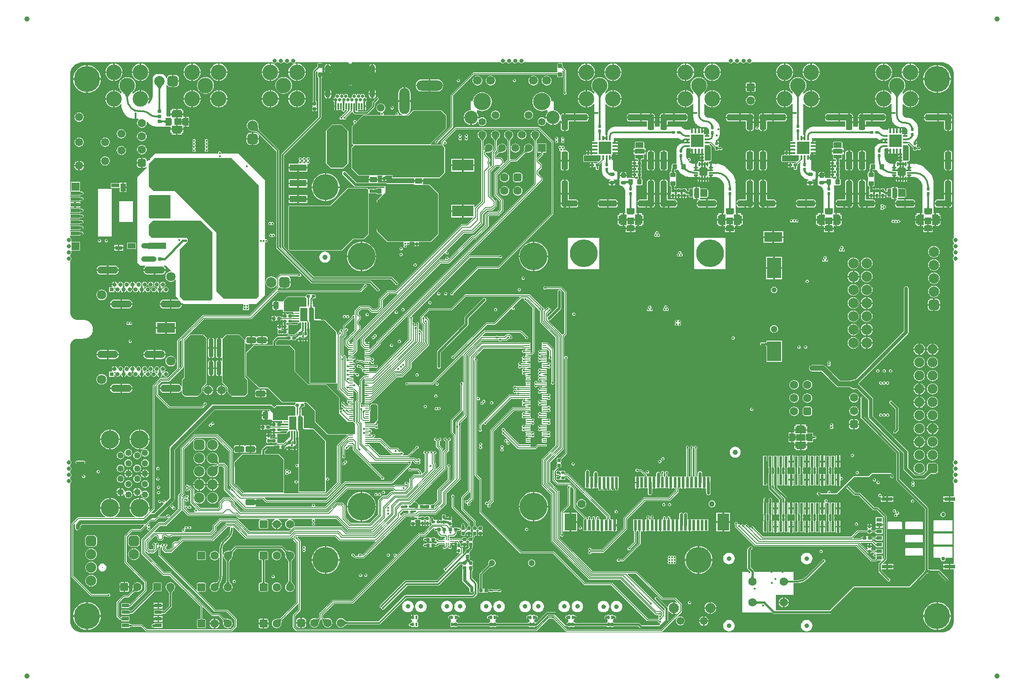
<source format=gtl>
G04*
G04 #@! TF.GenerationSoftware,Altium Limited,Altium Designer,19.1.6 (110)*
G04*
G04 Layer_Physical_Order=1*
G04 Layer_Color=255*
%FSLAX44Y44*%
%MOMM*%
G71*
G01*
G75*
%ADD11C,0.2500*%
%ADD12C,0.2000*%
%ADD13C,0.3000*%
%ADD14C,1.0000*%
%ADD16C,0.4000*%
%ADD18C,0.1500*%
%ADD23R,0.6000X2.0000*%
G04:AMPARAMS|DCode=24|XSize=0.6mm|YSize=0.6mm|CornerRadius=0.06mm|HoleSize=0mm|Usage=FLASHONLY|Rotation=0.000|XOffset=0mm|YOffset=0mm|HoleType=Round|Shape=RoundedRectangle|*
%AMROUNDEDRECTD24*
21,1,0.6000,0.4800,0,0,0.0*
21,1,0.4800,0.6000,0,0,0.0*
1,1,0.1200,0.2400,-0.2400*
1,1,0.1200,-0.2400,-0.2400*
1,1,0.1200,-0.2400,0.2400*
1,1,0.1200,0.2400,0.2400*
%
%ADD24ROUNDEDRECTD24*%
G04:AMPARAMS|DCode=25|XSize=0.5mm|YSize=0.6mm|CornerRadius=0.05mm|HoleSize=0mm|Usage=FLASHONLY|Rotation=270.000|XOffset=0mm|YOffset=0mm|HoleType=Round|Shape=RoundedRectangle|*
%AMROUNDEDRECTD25*
21,1,0.5000,0.5000,0,0,270.0*
21,1,0.4000,0.6000,0,0,270.0*
1,1,0.1000,-0.2500,-0.2000*
1,1,0.1000,-0.2500,0.2000*
1,1,0.1000,0.2500,0.2000*
1,1,0.1000,0.2500,-0.2000*
%
%ADD25ROUNDEDRECTD25*%
%ADD26R,0.7200X0.2000*%
%ADD27R,0.2000X0.8100*%
%ADD28R,0.2000X0.9100*%
G04:AMPARAMS|DCode=29|XSize=0.6mm|YSize=0.6mm|CornerRadius=0.06mm|HoleSize=0mm|Usage=FLASHONLY|Rotation=270.000|XOffset=0mm|YOffset=0mm|HoleType=Round|Shape=RoundedRectangle|*
%AMROUNDEDRECTD29*
21,1,0.6000,0.4800,0,0,270.0*
21,1,0.4800,0.6000,0,0,270.0*
1,1,0.1200,-0.2400,-0.2400*
1,1,0.1200,-0.2400,0.2400*
1,1,0.1200,0.2400,0.2400*
1,1,0.1200,0.2400,-0.2400*
%
%ADD29ROUNDEDRECTD29*%
%ADD30R,1.4000X0.8000*%
%ADD31R,0.3000X0.3100*%
G04:AMPARAMS|DCode=32|XSize=1mm|YSize=0.9mm|CornerRadius=0.1125mm|HoleSize=0mm|Usage=FLASHONLY|Rotation=180.000|XOffset=0mm|YOffset=0mm|HoleType=Round|Shape=RoundedRectangle|*
%AMROUNDEDRECTD32*
21,1,1.0000,0.6750,0,0,180.0*
21,1,0.7750,0.9000,0,0,180.0*
1,1,0.2250,-0.3875,0.3375*
1,1,0.2250,0.3875,0.3375*
1,1,0.2250,0.3875,-0.3375*
1,1,0.2250,-0.3875,-0.3375*
%
%ADD32ROUNDEDRECTD32*%
G04:AMPARAMS|DCode=33|XSize=1.5mm|YSize=1.5mm|CornerRadius=0.075mm|HoleSize=0mm|Usage=FLASHONLY|Rotation=180.000|XOffset=0mm|YOffset=0mm|HoleType=Round|Shape=RoundedRectangle|*
%AMROUNDEDRECTD33*
21,1,1.5000,1.3500,0,0,180.0*
21,1,1.3500,1.5000,0,0,180.0*
1,1,0.1500,-0.6750,0.6750*
1,1,0.1500,0.6750,0.6750*
1,1,0.1500,0.6750,-0.6750*
1,1,0.1500,-0.6750,-0.6750*
%
%ADD33ROUNDEDRECTD33*%
G04:AMPARAMS|DCode=34|XSize=0.3mm|YSize=0.8mm|CornerRadius=0.075mm|HoleSize=0mm|Usage=FLASHONLY|Rotation=180.000|XOffset=0mm|YOffset=0mm|HoleType=Round|Shape=RoundedRectangle|*
%AMROUNDEDRECTD34*
21,1,0.3000,0.6500,0,0,180.0*
21,1,0.1500,0.8000,0,0,180.0*
1,1,0.1500,-0.0750,0.3250*
1,1,0.1500,0.0750,0.3250*
1,1,0.1500,0.0750,-0.3250*
1,1,0.1500,-0.0750,-0.3250*
%
%ADD34ROUNDEDRECTD34*%
G04:AMPARAMS|DCode=35|XSize=0.3mm|YSize=0.8mm|CornerRadius=0.075mm|HoleSize=0mm|Usage=FLASHONLY|Rotation=270.000|XOffset=0mm|YOffset=0mm|HoleType=Round|Shape=RoundedRectangle|*
%AMROUNDEDRECTD35*
21,1,0.3000,0.6500,0,0,270.0*
21,1,0.1500,0.8000,0,0,270.0*
1,1,0.1500,-0.3250,-0.0750*
1,1,0.1500,-0.3250,0.0750*
1,1,0.1500,0.3250,0.0750*
1,1,0.1500,0.3250,-0.0750*
%
%ADD35ROUNDEDRECTD35*%
%ADD36R,0.7500X1.5000*%
%ADD37R,0.9000X0.6000*%
%ADD38R,1.5000X0.7500*%
%ADD39R,0.6000X0.9000*%
G04:AMPARAMS|DCode=40|XSize=0.5mm|YSize=0.6mm|CornerRadius=0.05mm|HoleSize=0mm|Usage=FLASHONLY|Rotation=0.000|XOffset=0mm|YOffset=0mm|HoleType=Round|Shape=RoundedRectangle|*
%AMROUNDEDRECTD40*
21,1,0.5000,0.5000,0,0,0.0*
21,1,0.4000,0.6000,0,0,0.0*
1,1,0.1000,0.2000,-0.2500*
1,1,0.1000,-0.2000,-0.2500*
1,1,0.1000,-0.2000,0.2500*
1,1,0.1000,0.2000,0.2500*
%
%ADD40ROUNDEDRECTD40*%
G04:AMPARAMS|DCode=41|XSize=1.4mm|YSize=1mm|CornerRadius=0.125mm|HoleSize=0mm|Usage=FLASHONLY|Rotation=0.000|XOffset=0mm|YOffset=0mm|HoleType=Round|Shape=RoundedRectangle|*
%AMROUNDEDRECTD41*
21,1,1.4000,0.7500,0,0,0.0*
21,1,1.1500,1.0000,0,0,0.0*
1,1,0.2500,0.5750,-0.3750*
1,1,0.2500,-0.5750,-0.3750*
1,1,0.2500,-0.5750,0.3750*
1,1,0.2500,0.5750,0.3750*
%
%ADD41ROUNDEDRECTD41*%
%ADD42R,0.7000X0.2000*%
%ADD43R,2.3000X3.2000*%
%ADD44R,4.1500X2.1500*%
%ADD45R,2.8000X4.0000*%
%ADD46R,2.8000X3.8000*%
%ADD47R,1.5019X1.0013*%
%ADD48R,1.0000X1.5000*%
%ADD49R,1.4006X0.8004*%
%ADD50R,1.5011X0.8006*%
%ADD51R,1.5018X1.5018*%
%ADD52R,1.5009X1.5009*%
%ADD53R,1.7526X0.7011*%
%ADD54R,1.7518X0.7007*%
%ADD55R,1.7504X0.7002*%
%ADD56R,1.7525X0.7010*%
%ADD57R,1.7522X0.7009*%
%ADD58R,1.7516X0.7006*%
%ADD59R,1.7530X0.7012*%
%ADD60R,1.7504X0.7002*%
%ADD61R,2.1000X0.7000*%
%ADD62R,1.1400X0.8000*%
G04:AMPARAMS|DCode=63|XSize=0.7mm|YSize=0.4mm|CornerRadius=0.05mm|HoleSize=0mm|Usage=FLASHONLY|Rotation=90.000|XOffset=0mm|YOffset=0mm|HoleType=Round|Shape=RoundedRectangle|*
%AMROUNDEDRECTD63*
21,1,0.7000,0.3000,0,0,90.0*
21,1,0.6000,0.4000,0,0,90.0*
1,1,0.1000,0.1500,0.3000*
1,1,0.1000,0.1500,-0.3000*
1,1,0.1000,-0.1500,-0.3000*
1,1,0.1000,-0.1500,0.3000*
%
%ADD63ROUNDEDRECTD63*%
%ADD64C,1.6000*%
G04:AMPARAMS|DCode=65|XSize=0.85mm|YSize=3.55mm|CornerRadius=0.2125mm|HoleSize=0mm|Usage=FLASHONLY|Rotation=0.000|XOffset=0mm|YOffset=0mm|HoleType=Round|Shape=RoundedRectangle|*
%AMROUNDEDRECTD65*
21,1,0.8500,3.1250,0,0,0.0*
21,1,0.4250,3.5500,0,0,0.0*
1,1,0.4250,0.2125,-1.5625*
1,1,0.4250,-0.2125,-1.5625*
1,1,0.4250,-0.2125,1.5625*
1,1,0.4250,0.2125,1.5625*
%
%ADD65ROUNDEDRECTD65*%
G04:AMPARAMS|DCode=66|XSize=0.85mm|YSize=2.65mm|CornerRadius=0.2125mm|HoleSize=0mm|Usage=FLASHONLY|Rotation=0.000|XOffset=0mm|YOffset=0mm|HoleType=Round|Shape=RoundedRectangle|*
%AMROUNDEDRECTD66*
21,1,0.8500,2.2250,0,0,0.0*
21,1,0.4250,2.6500,0,0,0.0*
1,1,0.4250,0.2125,-1.1125*
1,1,0.4250,-0.2125,-1.1125*
1,1,0.4250,-0.2125,1.1125*
1,1,0.4250,0.2125,1.1125*
%
%ADD66ROUNDEDRECTD66*%
%ADD67R,3.7000X1.6000*%
%ADD68R,0.2000X1.0000*%
%ADD69R,0.3000X1.2000*%
G04:AMPARAMS|DCode=70|XSize=1mm|YSize=0.9mm|CornerRadius=0.1125mm|HoleSize=0mm|Usage=FLASHONLY|Rotation=270.000|XOffset=0mm|YOffset=0mm|HoleType=Round|Shape=RoundedRectangle|*
%AMROUNDEDRECTD70*
21,1,1.0000,0.6750,0,0,270.0*
21,1,0.7750,0.9000,0,0,270.0*
1,1,0.2250,-0.3375,-0.3875*
1,1,0.2250,-0.3375,0.3875*
1,1,0.2250,0.3375,0.3875*
1,1,0.2250,0.3375,-0.3875*
%
%ADD70ROUNDEDRECTD70*%
G04:AMPARAMS|DCode=71|XSize=1.8mm|YSize=1.15mm|CornerRadius=0.1438mm|HoleSize=0mm|Usage=FLASHONLY|Rotation=180.000|XOffset=0mm|YOffset=0mm|HoleType=Round|Shape=RoundedRectangle|*
%AMROUNDEDRECTD71*
21,1,1.8000,0.8625,0,0,180.0*
21,1,1.5125,1.1500,0,0,180.0*
1,1,0.2875,-0.7563,0.4313*
1,1,0.2875,0.7563,0.4313*
1,1,0.2875,0.7563,-0.4313*
1,1,0.2875,-0.7563,-0.4313*
%
%ADD71ROUNDEDRECTD71*%
G04:AMPARAMS|DCode=72|XSize=3.3mm|YSize=1.6mm|CornerRadius=0.2mm|HoleSize=0mm|Usage=FLASHONLY|Rotation=180.000|XOffset=0mm|YOffset=0mm|HoleType=Round|Shape=RoundedRectangle|*
%AMROUNDEDRECTD72*
21,1,3.3000,1.2000,0,0,180.0*
21,1,2.9000,1.6000,0,0,180.0*
1,1,0.4000,-1.4500,0.6000*
1,1,0.4000,1.4500,0.6000*
1,1,0.4000,1.4500,-0.6000*
1,1,0.4000,-1.4500,-0.6000*
%
%ADD72ROUNDEDRECTD72*%
G04:AMPARAMS|DCode=73|XSize=6.7mm|YSize=6.7mm|CornerRadius=0.8375mm|HoleSize=0mm|Usage=FLASHONLY|Rotation=180.000|XOffset=0mm|YOffset=0mm|HoleType=Round|Shape=RoundedRectangle|*
%AMROUNDEDRECTD73*
21,1,6.7000,5.0250,0,0,180.0*
21,1,5.0250,6.7000,0,0,180.0*
1,1,1.6750,-2.5125,2.5125*
1,1,1.6750,2.5125,2.5125*
1,1,1.6750,2.5125,-2.5125*
1,1,1.6750,-2.5125,-2.5125*
%
%ADD73ROUNDEDRECTD73*%
%ADD74R,0.3100X0.3000*%
%ADD75R,0.9000X2.5500*%
%ADD76R,1.4000X2.5500*%
G04:AMPARAMS|DCode=77|XSize=0.25mm|YSize=1mm|CornerRadius=0.0625mm|HoleSize=0mm|Usage=FLASHONLY|Rotation=90.000|XOffset=0mm|YOffset=0mm|HoleType=Round|Shape=RoundedRectangle|*
%AMROUNDEDRECTD77*
21,1,0.2500,0.8750,0,0,90.0*
21,1,0.1250,1.0000,0,0,90.0*
1,1,0.1250,0.4375,0.0625*
1,1,0.1250,0.4375,-0.0625*
1,1,0.1250,-0.4375,-0.0625*
1,1,0.1250,-0.4375,0.0625*
%
%ADD77ROUNDEDRECTD77*%
G04:AMPARAMS|DCode=78|XSize=0.25mm|YSize=1mm|CornerRadius=0.0625mm|HoleSize=0mm|Usage=FLASHONLY|Rotation=180.000|XOffset=0mm|YOffset=0mm|HoleType=Round|Shape=RoundedRectangle|*
%AMROUNDEDRECTD78*
21,1,0.2500,0.8750,0,0,180.0*
21,1,0.1250,1.0000,0,0,180.0*
1,1,0.1250,-0.0625,0.4375*
1,1,0.1250,0.0625,0.4375*
1,1,0.1250,0.0625,-0.4375*
1,1,0.1250,-0.0625,-0.4375*
%
%ADD78ROUNDEDRECTD78*%
%ADD79R,0.3300X0.8500*%
%ADD80R,0.8500X0.3300*%
%ADD81R,2.4000X2.4000*%
G04:AMPARAMS|DCode=82|XSize=0.95mm|YSize=0.65mm|CornerRadius=0.1625mm|HoleSize=0mm|Usage=FLASHONLY|Rotation=180.000|XOffset=0mm|YOffset=0mm|HoleType=Round|Shape=RoundedRectangle|*
%AMROUNDEDRECTD82*
21,1,0.9500,0.3250,0,0,180.0*
21,1,0.6250,0.6500,0,0,180.0*
1,1,0.3250,-0.3125,0.1625*
1,1,0.3250,0.3125,0.1625*
1,1,0.3250,0.3125,-0.1625*
1,1,0.3250,-0.3125,-0.1625*
%
%ADD82ROUNDEDRECTD82*%
G04:AMPARAMS|DCode=83|XSize=0.95mm|YSize=1mm|CornerRadius=0.2375mm|HoleSize=0mm|Usage=FLASHONLY|Rotation=180.000|XOffset=0mm|YOffset=0mm|HoleType=Round|Shape=RoundedRectangle|*
%AMROUNDEDRECTD83*
21,1,0.9500,0.5250,0,0,180.0*
21,1,0.4750,1.0000,0,0,180.0*
1,1,0.4750,-0.2375,0.2625*
1,1,0.4750,0.2375,0.2625*
1,1,0.4750,0.2375,-0.2625*
1,1,0.4750,-0.2375,-0.2625*
%
%ADD83ROUNDEDRECTD83*%
%ADD84R,1.0000X1.5500*%
%ADD85R,1.6000X1.2000*%
%ADD86R,1.2000X1.2000*%
%ADD87R,2.1500X1.2000*%
%ADD88R,4.0000X5.0000*%
G04:AMPARAMS|DCode=89|XSize=0.8mm|YSize=0.8mm|CornerRadius=0.1mm|HoleSize=0mm|Usage=FLASHONLY|Rotation=90.000|XOffset=0mm|YOffset=0mm|HoleType=Round|Shape=RoundedRectangle|*
%AMROUNDEDRECTD89*
21,1,0.8000,0.6000,0,0,90.0*
21,1,0.6000,0.8000,0,0,90.0*
1,1,0.2000,0.3000,0.3000*
1,1,0.2000,0.3000,-0.3000*
1,1,0.2000,-0.3000,-0.3000*
1,1,0.2000,-0.3000,0.3000*
%
%ADD89ROUNDEDRECTD89*%
%ADD90R,3.3000X1.2700*%
%ADD91R,4.5000X2.3500*%
G04:AMPARAMS|DCode=92|XSize=3mm|YSize=1.2mm|CornerRadius=0.3mm|HoleSize=0mm|Usage=FLASHONLY|Rotation=90.000|XOffset=0mm|YOffset=0mm|HoleType=Round|Shape=RoundedRectangle|*
%AMROUNDEDRECTD92*
21,1,3.0000,0.6000,0,0,90.0*
21,1,2.4000,1.2000,0,0,90.0*
1,1,0.6000,0.3000,1.2000*
1,1,0.6000,0.3000,-1.2000*
1,1,0.6000,-0.3000,-1.2000*
1,1,0.6000,-0.3000,1.2000*
%
%ADD92ROUNDEDRECTD92*%
G04:AMPARAMS|DCode=93|XSize=3.5mm|YSize=1.2mm|CornerRadius=0.3mm|HoleSize=0mm|Usage=FLASHONLY|Rotation=90.000|XOffset=0mm|YOffset=0mm|HoleType=Round|Shape=RoundedRectangle|*
%AMROUNDEDRECTD93*
21,1,3.5000,0.6000,0,0,90.0*
21,1,2.9000,1.2000,0,0,90.0*
1,1,0.6000,0.3000,1.4500*
1,1,0.6000,0.3000,-1.4500*
1,1,0.6000,-0.3000,-1.4500*
1,1,0.6000,-0.3000,1.4500*
%
%ADD93ROUNDEDRECTD93*%
G04:AMPARAMS|DCode=94|XSize=3.5mm|YSize=1.2mm|CornerRadius=0.3mm|HoleSize=0mm|Usage=FLASHONLY|Rotation=0.000|XOffset=0mm|YOffset=0mm|HoleType=Round|Shape=RoundedRectangle|*
%AMROUNDEDRECTD94*
21,1,3.5000,0.6000,0,0,0.0*
21,1,2.9000,1.2000,0,0,0.0*
1,1,0.6000,1.4500,-0.3000*
1,1,0.6000,-1.4500,-0.3000*
1,1,0.6000,-1.4500,0.3000*
1,1,0.6000,1.4500,0.3000*
%
%ADD94ROUNDEDRECTD94*%
G04:AMPARAMS|DCode=95|XSize=3mm|YSize=1.2mm|CornerRadius=0.3mm|HoleSize=0mm|Usage=FLASHONLY|Rotation=0.000|XOffset=0mm|YOffset=0mm|HoleType=Round|Shape=RoundedRectangle|*
%AMROUNDEDRECTD95*
21,1,3.0000,0.6000,0,0,0.0*
21,1,2.4000,1.2000,0,0,0.0*
1,1,0.6000,1.2000,-0.3000*
1,1,0.6000,-1.2000,-0.3000*
1,1,0.6000,-1.2000,0.3000*
1,1,0.6000,1.2000,0.3000*
%
%ADD95ROUNDEDRECTD95*%
G04:AMPARAMS|DCode=96|XSize=5mm|YSize=1.2mm|CornerRadius=0.3mm|HoleSize=0mm|Usage=FLASHONLY|Rotation=270.000|XOffset=0mm|YOffset=0mm|HoleType=Round|Shape=RoundedRectangle|*
%AMROUNDEDRECTD96*
21,1,5.0000,0.6000,0,0,270.0*
21,1,4.4000,1.2000,0,0,270.0*
1,1,0.6000,-0.3000,-2.2000*
1,1,0.6000,-0.3000,2.2000*
1,1,0.6000,0.3000,2.2000*
1,1,0.6000,0.3000,-2.2000*
%
%ADD96ROUNDEDRECTD96*%
G04:AMPARAMS|DCode=97|XSize=5mm|YSize=1.2mm|CornerRadius=0.3mm|HoleSize=0mm|Usage=FLASHONLY|Rotation=0.000|XOffset=0mm|YOffset=0mm|HoleType=Round|Shape=RoundedRectangle|*
%AMROUNDEDRECTD97*
21,1,5.0000,0.6000,0,0,0.0*
21,1,4.4000,1.2000,0,0,0.0*
1,1,0.6000,2.2000,-0.3000*
1,1,0.6000,-2.2000,-0.3000*
1,1,0.6000,-2.2000,0.3000*
1,1,0.6000,2.2000,0.3000*
%
%ADD97ROUNDEDRECTD97*%
G04:AMPARAMS|DCode=98|XSize=2.5mm|YSize=2mm|CornerRadius=0.25mm|HoleSize=0mm|Usage=FLASHONLY|Rotation=90.000|XOffset=0mm|YOffset=0mm|HoleType=Round|Shape=RoundedRectangle|*
%AMROUNDEDRECTD98*
21,1,2.5000,1.5000,0,0,90.0*
21,1,2.0000,2.0000,0,0,90.0*
1,1,0.5000,0.7500,1.0000*
1,1,0.5000,0.7500,-1.0000*
1,1,0.5000,-0.7500,-1.0000*
1,1,0.5000,-0.7500,1.0000*
%
%ADD98ROUNDEDRECTD98*%
%ADD99R,3.5000X1.9000*%
G04:AMPARAMS|DCode=100|XSize=0.6mm|YSize=0.7mm|CornerRadius=0.075mm|HoleSize=0mm|Usage=FLASHONLY|Rotation=270.000|XOffset=0mm|YOffset=0mm|HoleType=Round|Shape=RoundedRectangle|*
%AMROUNDEDRECTD100*
21,1,0.6000,0.5500,0,0,270.0*
21,1,0.4500,0.7000,0,0,270.0*
1,1,0.1500,-0.2750,-0.2250*
1,1,0.1500,-0.2750,0.2250*
1,1,0.1500,0.2750,0.2250*
1,1,0.1500,0.2750,-0.2250*
%
%ADD100ROUNDEDRECTD100*%
%ADD101R,1.5500X1.0000*%
%ADD102R,1.2000X1.6000*%
%ADD103R,1.2000X1.2000*%
%ADD104R,1.2000X2.1500*%
G04:AMPARAMS|DCode=105|XSize=1.4mm|YSize=1mm|CornerRadius=0.125mm|HoleSize=0mm|Usage=FLASHONLY|Rotation=90.000|XOffset=0mm|YOffset=0mm|HoleType=Round|Shape=RoundedRectangle|*
%AMROUNDEDRECTD105*
21,1,1.4000,0.7500,0,0,90.0*
21,1,1.1500,1.0000,0,0,90.0*
1,1,0.2500,0.3750,0.5750*
1,1,0.2500,0.3750,-0.5750*
1,1,0.2500,-0.3750,-0.5750*
1,1,0.2500,-0.3750,0.5750*
%
%ADD105ROUNDEDRECTD105*%
%ADD106R,2.4000X2.4000*%
%ADD193C,1.2500*%
%ADD197C,1.1000*%
%ADD202C,1.5080*%
%ADD210C,0.7500*%
%ADD211C,1.3000*%
%ADD219C,0.9000*%
%ADD221C,1.9000*%
%ADD225C,1.0000*%
%ADD228C,0.3250*%
%ADD229C,1.5000*%
%ADD230C,0.7000*%
%ADD231C,0.6000*%
%ADD232C,0.5000*%
%ADD233C,0.3500*%
%ADD234C,0.8000*%
%ADD235C,0.3090*%
G04:AMPARAMS|DCode=236|XSize=1.6mm|YSize=1.6mm|CornerRadius=0.4mm|HoleSize=0mm|Usage=FLASHONLY|Rotation=0.000|XOffset=0mm|YOffset=0mm|HoleType=Round|Shape=RoundedRectangle|*
%AMROUNDEDRECTD236*
21,1,1.6000,0.8000,0,0,0.0*
21,1,0.8000,1.6000,0,0,0.0*
1,1,0.8000,0.4000,-0.4000*
1,1,0.8000,-0.4000,-0.4000*
1,1,0.8000,-0.4000,0.4000*
1,1,0.8000,0.4000,0.4000*
%
%ADD236ROUNDEDRECTD236*%
%ADD237C,3.5000*%
%ADD238C,2.0000*%
%ADD239C,5.3000*%
G04:AMPARAMS|DCode=240|XSize=1.524mm|YSize=1.524mm|CornerRadius=0.1905mm|HoleSize=0mm|Usage=FLASHONLY|Rotation=90.000|XOffset=0mm|YOffset=0mm|HoleType=Round|Shape=RoundedRectangle|*
%AMROUNDEDRECTD240*
21,1,1.5240,1.1430,0,0,90.0*
21,1,1.1430,1.5240,0,0,90.0*
1,1,0.3810,0.5715,0.5715*
1,1,0.3810,0.5715,-0.5715*
1,1,0.3810,-0.5715,-0.5715*
1,1,0.3810,-0.5715,0.5715*
%
%ADD240ROUNDEDRECTD240*%
%ADD241C,1.6800*%
%ADD242C,1.4080*%
%ADD243R,1.5080X1.5080*%
%ADD244C,2.5500*%
%ADD245C,3.3500*%
%ADD246C,1.5500*%
%ADD247O,2.0000X5.0000*%
%ADD248O,5.0000X2.2000*%
%ADD249O,5.0000X2.0000*%
%ADD250C,1.2000*%
%ADD251C,5.0000*%
%ADD252O,1.0000X1.6000*%
%ADD253C,0.6500*%
%ADD254C,1.9500*%
G04:AMPARAMS|DCode=255|XSize=2mm|YSize=2mm|CornerRadius=0.5mm|HoleSize=0mm|Usage=FLASHONLY|Rotation=270.000|XOffset=0mm|YOffset=0mm|HoleType=Round|Shape=RoundedRectangle|*
%AMROUNDEDRECTD255*
21,1,2.0000,1.0000,0,0,270.0*
21,1,1.0000,2.0000,0,0,270.0*
1,1,1.0000,-0.5000,-0.5000*
1,1,1.0000,-0.5000,0.5000*
1,1,1.0000,0.5000,0.5000*
1,1,1.0000,0.5000,-0.5000*
%
%ADD255ROUNDEDRECTD255*%
G04:AMPARAMS|DCode=256|XSize=1.6mm|YSize=1.6mm|CornerRadius=0.4mm|HoleSize=0mm|Usage=FLASHONLY|Rotation=90.000|XOffset=0mm|YOffset=0mm|HoleType=Round|Shape=RoundedRectangle|*
%AMROUNDEDRECTD256*
21,1,1.6000,0.8000,0,0,90.0*
21,1,0.8000,1.6000,0,0,90.0*
1,1,0.8000,0.4000,0.4000*
1,1,0.8000,0.4000,-0.4000*
1,1,0.8000,-0.4000,-0.4000*
1,1,0.8000,-0.4000,0.4000*
%
%ADD256ROUNDEDRECTD256*%
%ADD257O,4.0000X1.4000*%
%ADD258C,0.8000*%
%ADD259R,0.8000X0.8000*%
%ADD260C,1.8000*%
%ADD261C,3.0000*%
%ADD262C,0.2500*%
G04:AMPARAMS|DCode=263|XSize=1.9mm|YSize=1.9mm|CornerRadius=0.475mm|HoleSize=0mm|Usage=FLASHONLY|Rotation=90.000|XOffset=0mm|YOffset=0mm|HoleType=Round|Shape=RoundedRectangle|*
%AMROUNDEDRECTD263*
21,1,1.9000,0.9500,0,0,90.0*
21,1,0.9500,1.9000,0,0,90.0*
1,1,0.9500,0.4750,0.4750*
1,1,0.9500,0.4750,-0.4750*
1,1,0.9500,-0.4750,-0.4750*
1,1,0.9500,-0.4750,0.4750*
%
%ADD263ROUNDEDRECTD263*%
G04:AMPARAMS|DCode=264|XSize=1.524mm|YSize=1.524mm|CornerRadius=0.1905mm|HoleSize=0mm|Usage=FLASHONLY|Rotation=0.000|XOffset=0mm|YOffset=0mm|HoleType=Round|Shape=RoundedRectangle|*
%AMROUNDEDRECTD264*
21,1,1.5240,1.1430,0,0,0.0*
21,1,1.1430,1.5240,0,0,0.0*
1,1,0.3810,0.5715,-0.5715*
1,1,0.3810,-0.5715,-0.5715*
1,1,0.3810,-0.5715,0.5715*
1,1,0.3810,0.5715,0.5715*
%
%ADD264ROUNDEDRECTD264*%
G04:AMPARAMS|DCode=265|XSize=2mm|YSize=2mm|CornerRadius=0.5mm|HoleSize=0mm|Usage=FLASHONLY|Rotation=180.000|XOffset=0mm|YOffset=0mm|HoleType=Round|Shape=RoundedRectangle|*
%AMROUNDEDRECTD265*
21,1,2.0000,1.0000,0,0,180.0*
21,1,1.0000,2.0000,0,0,180.0*
1,1,1.0000,-0.5000,0.5000*
1,1,1.0000,0.5000,0.5000*
1,1,1.0000,0.5000,-0.5000*
1,1,1.0000,-0.5000,-0.5000*
%
%ADD265ROUNDEDRECTD265*%
%ADD266C,0.4000*%
%ADD267C,0.5000*%
G36*
X1681117Y1096083D02*
X1685183Y1094399D01*
X1688842Y1091954D01*
X1691954Y1088842D01*
X1694399Y1085183D01*
X1696083Y1081117D01*
X1696941Y1076800D01*
Y1074600D01*
X1696941Y767500D01*
Y760220D01*
X1696395Y759855D01*
X1695290Y758201D01*
X1694902Y756250D01*
X1695290Y754299D01*
X1696395Y752645D01*
X1696941Y752280D01*
Y748470D01*
X1696395Y748105D01*
X1695290Y746451D01*
X1694902Y744500D01*
X1695290Y742549D01*
X1696395Y740895D01*
X1696941Y740530D01*
X1696941Y736470D01*
X1696395Y736105D01*
X1695290Y734451D01*
X1694902Y732500D01*
X1695290Y730549D01*
X1696395Y728895D01*
X1696941Y728530D01*
Y724470D01*
X1696395Y724105D01*
X1695290Y722451D01*
X1694902Y720500D01*
X1695290Y718549D01*
X1696395Y716895D01*
X1696941Y716530D01*
Y709250D01*
X1696942Y340750D01*
X1696942Y333470D01*
X1696395Y333105D01*
X1695290Y331451D01*
X1694902Y329500D01*
X1695290Y327549D01*
X1696395Y325895D01*
X1696942Y325530D01*
X1696941Y321470D01*
X1696395Y321105D01*
X1695290Y319451D01*
X1694902Y317500D01*
X1695290Y315549D01*
X1696395Y313895D01*
X1696941Y313530D01*
X1696941Y309470D01*
X1696395Y309105D01*
X1695290Y307451D01*
X1694902Y305500D01*
X1695290Y303549D01*
X1696395Y301895D01*
X1696941Y301530D01*
X1696941Y297720D01*
X1696395Y297355D01*
X1695290Y295701D01*
X1694902Y293750D01*
X1695290Y291799D01*
X1696395Y290145D01*
X1696941Y289780D01*
X1696941Y282500D01*
Y264500D01*
X1690350D01*
Y259500D01*
Y254500D01*
X1696941D01*
Y134500D01*
X1690350D01*
Y129500D01*
Y124500D01*
X1696941D01*
Y25400D01*
Y23200D01*
X1696083Y18883D01*
X1694399Y14817D01*
X1691954Y11158D01*
X1688842Y8046D01*
X1685183Y5601D01*
X1681117Y3917D01*
X1676800Y3059D01*
X23200D01*
X18883Y3917D01*
X14817Y5601D01*
X11158Y8046D01*
X8046Y11158D01*
X5601Y14817D01*
X3917Y18883D01*
X3059Y23200D01*
Y25400D01*
X3059Y282500D01*
Y289780D01*
X3605Y290145D01*
X4710Y291799D01*
X5098Y293750D01*
X4710Y295701D01*
X3605Y297355D01*
X3059Y297720D01*
Y301530D01*
X3605Y301895D01*
X4710Y303549D01*
X5098Y305500D01*
X4710Y307451D01*
X3605Y309105D01*
X3059Y309470D01*
X3059Y313530D01*
X3605Y313895D01*
X4710Y315549D01*
X5098Y317500D01*
X4710Y319451D01*
X3605Y321105D01*
X3059Y321470D01*
Y325531D01*
X3605Y325895D01*
X4710Y327549D01*
X5098Y329500D01*
X4710Y331451D01*
X3605Y333105D01*
X3059Y333470D01*
Y340750D01*
Y553242D01*
Y554589D01*
X3584Y557233D01*
X4616Y559723D01*
X6113Y561964D01*
X8019Y563870D01*
X10260Y565367D01*
X12751Y566399D01*
X15394Y566925D01*
X28233D01*
X28308Y566940D01*
X28383Y566928D01*
X29853Y567001D01*
X30073Y567056D01*
X30300D01*
X33184Y567629D01*
X33463Y567745D01*
X33758Y567803D01*
X36475Y568929D01*
X36725Y569096D01*
X37004Y569211D01*
X39448Y570845D01*
X39661Y571058D01*
X39912Y571225D01*
X41991Y573305D01*
X42158Y573555D01*
X42372Y573768D01*
X44005Y576213D01*
X44120Y576491D01*
X44288Y576742D01*
X45413Y579459D01*
X45472Y579754D01*
X45587Y580032D01*
X46161Y582916D01*
Y583143D01*
X46216Y583363D01*
X46288Y584833D01*
X46266Y584983D01*
X46288Y585133D01*
X46216Y586604D01*
X46161Y586824D01*
Y587050D01*
X45587Y589934D01*
X45472Y590213D01*
X45413Y590508D01*
X44288Y593225D01*
X44120Y593475D01*
X44005Y593754D01*
X42372Y596199D01*
X42159Y596411D01*
X41991Y596662D01*
X39912Y598741D01*
X39662Y598909D01*
X39448Y599122D01*
X37004Y600755D01*
X36725Y600871D01*
X36475Y601038D01*
X33758Y602163D01*
X33463Y602222D01*
X33184Y602337D01*
X30300Y602911D01*
X30073D01*
X29854Y602966D01*
X28383Y603038D01*
X28308Y603027D01*
X28233Y603042D01*
X15394D01*
X12751Y603568D01*
X10260Y604599D01*
X8019Y606097D01*
X6113Y608003D01*
X4616Y610243D01*
X3584Y612734D01*
X3059Y615377D01*
Y616725D01*
X3059Y709250D01*
Y716530D01*
X3605Y716895D01*
X4710Y718549D01*
X5098Y720500D01*
X4710Y722451D01*
X3605Y724105D01*
X3059Y724470D01*
Y728530D01*
X3605Y728895D01*
X4710Y730549D01*
X5098Y732500D01*
X4710Y734451D01*
X4523Y734730D01*
X5208Y735991D01*
X21564D01*
Y753009D01*
X5375D01*
X4697Y754279D01*
X4710Y754299D01*
X5098Y756250D01*
X4710Y758201D01*
X3605Y759855D01*
X3059Y760220D01*
Y764499D01*
X20287D01*
X20304Y764499D01*
X20373Y764458D01*
X20491Y764462D01*
X20527Y764447D01*
X21557Y764499D01*
Y765076D01*
X21557D01*
Y765076D01*
X22554Y765778D01*
X22642Y765795D01*
X23827Y765904D01*
X24548Y765918D01*
X24601Y765941D01*
X25000D01*
X26170Y766174D01*
X27163Y766837D01*
X27826Y767830D01*
X28059Y769000D01*
X27826Y770171D01*
X27163Y771163D01*
X26170Y771826D01*
X25000Y772059D01*
X24601D01*
X24548Y772082D01*
X23812Y772096D01*
X23187Y772137D01*
X22658Y772202D01*
X22554Y772222D01*
X21557Y772924D01*
Y772924D01*
X21557D01*
X21557Y773501D01*
X20527Y773553D01*
X20491Y773538D01*
X20373Y773542D01*
X20304Y773501D01*
X3059D01*
Y775494D01*
X20300D01*
X20317Y775494D01*
X20386Y775453D01*
X20503Y775457D01*
X20539Y775442D01*
X21570Y775494D01*
Y776071D01*
X21570D01*
Y776071D01*
X22563Y776776D01*
X22655Y776795D01*
X23840Y776904D01*
X24560Y776918D01*
X24614Y776941D01*
X25000D01*
X26171Y777174D01*
X27163Y777837D01*
X27826Y778829D01*
X28059Y780000D01*
X27826Y781171D01*
X27163Y782163D01*
X26171Y782826D01*
X25000Y783059D01*
X24614D01*
X24560Y783082D01*
X23825Y783096D01*
X23201Y783137D01*
X22671Y783202D01*
X22563Y783224D01*
X21570Y783929D01*
Y783929D01*
X21570D01*
X21570Y784506D01*
X20539Y784558D01*
X20503Y784543D01*
X20386Y784547D01*
X20317Y784506D01*
X3059D01*
Y786497D01*
X20293D01*
X20310Y786497D01*
X20379Y786456D01*
X20496Y786460D01*
X20533Y786445D01*
X21563Y786497D01*
Y787074D01*
X21563D01*
Y787074D01*
X22558Y787777D01*
X22648Y787795D01*
X23833Y787904D01*
X24553Y787918D01*
X24607Y787941D01*
X25000D01*
X26170Y788174D01*
X27163Y788837D01*
X27826Y789829D01*
X28059Y791000D01*
X27826Y792171D01*
X27163Y793163D01*
X26170Y793826D01*
X25000Y794059D01*
X24607D01*
X24553Y794082D01*
X23818Y794097D01*
X23194Y794137D01*
X22664Y794202D01*
X22558Y794223D01*
X21563Y794926D01*
Y794927D01*
X21563D01*
X21563Y795503D01*
X20533Y795555D01*
X20496Y795540D01*
X20379Y795544D01*
X20310Y795503D01*
X3059D01*
Y797496D01*
X20296D01*
X20313Y797496D01*
X20382Y797455D01*
X20499Y797459D01*
X20535Y797444D01*
X21566Y797496D01*
Y798072D01*
X21566D01*
Y798073D01*
X22560Y798777D01*
X22651Y798795D01*
X23835Y798904D01*
X24556Y798918D01*
X24610Y798941D01*
X25000D01*
X26170Y799174D01*
X27163Y799837D01*
X27826Y800829D01*
X28059Y802000D01*
X27826Y803171D01*
X27163Y804163D01*
X26170Y804826D01*
X25000Y805059D01*
X24610D01*
X24556Y805082D01*
X23821Y805097D01*
X23196Y805137D01*
X22667Y805202D01*
X22560Y805223D01*
X21566Y805927D01*
Y805928D01*
X21566D01*
X21566Y806504D01*
X20535Y806556D01*
X20499Y806541D01*
X20382Y806545D01*
X20313Y806504D01*
X3059D01*
Y808495D01*
X20297D01*
X20314Y808495D01*
X20384Y808454D01*
X20501Y808458D01*
X20537Y808443D01*
X21567Y808495D01*
Y809072D01*
X21567D01*
Y809072D01*
X22561Y809777D01*
X22652Y809795D01*
X23837Y809904D01*
X24558Y809918D01*
X24611Y809941D01*
X25000D01*
X26170Y810174D01*
X27163Y810837D01*
X27826Y811830D01*
X28059Y813000D01*
X27826Y814171D01*
X27163Y815163D01*
X26170Y815826D01*
X25000Y816059D01*
X24611D01*
X24558Y816082D01*
X23822Y816096D01*
X23198Y816137D01*
X22668Y816202D01*
X22561Y816224D01*
X21567Y816928D01*
Y816928D01*
X21567D01*
X21567Y817505D01*
X20537Y817557D01*
X20501Y817542D01*
X20384Y817546D01*
X20314Y817505D01*
X3059D01*
Y818999D01*
X10305D01*
Y824000D01*
Y829001D01*
X3059D01*
Y830497D01*
X20294D01*
X20311Y830496D01*
X20380Y830455D01*
X20497Y830459D01*
X20533Y830444D01*
X21564Y830496D01*
Y831073D01*
X21564D01*
Y831073D01*
X22559Y831777D01*
X22649Y831795D01*
X23834Y831904D01*
X24554Y831918D01*
X24608Y831941D01*
X25000D01*
X26170Y832174D01*
X27163Y832837D01*
X27826Y833829D01*
X28059Y835000D01*
X27826Y836171D01*
X27163Y837163D01*
X26170Y837826D01*
X25000Y838059D01*
X24608D01*
X24554Y838082D01*
X23819Y838096D01*
X23194Y838137D01*
X22665Y838202D01*
X22559Y838223D01*
X21564Y838927D01*
Y838927D01*
X21564D01*
X21564Y839504D01*
X20533Y839556D01*
X20497Y839541D01*
X20380Y839545D01*
X20311Y839504D01*
X3059D01*
Y841495D01*
X20298D01*
X20315Y841495D01*
X20385Y841454D01*
X20502Y841458D01*
X20538Y841443D01*
X21568Y841495D01*
Y842071D01*
X21568D01*
Y842072D01*
X22562Y842776D01*
X22653Y842795D01*
X23838Y842904D01*
X24559Y842918D01*
X24612Y842941D01*
X25000D01*
X26170Y843174D01*
X27163Y843837D01*
X27826Y844829D01*
X28059Y846000D01*
X27826Y847170D01*
X27163Y848163D01*
X26170Y848826D01*
X25000Y849059D01*
X24612D01*
X24559Y849082D01*
X23823Y849097D01*
X23199Y849137D01*
X22669Y849202D01*
X22240Y849287D01*
X21918Y849385D01*
X21710Y849478D01*
X21622Y849539D01*
X21609Y849628D01*
X21568Y849697D01*
Y850505D01*
X21560D01*
Y867505D01*
X4550D01*
Y850505D01*
X3059D01*
Y1074600D01*
X3059Y1076801D01*
X3917Y1081117D01*
X5601Y1085182D01*
X8046Y1088842D01*
X11158Y1091954D01*
X14818Y1094399D01*
X18883Y1096083D01*
X23200Y1096941D01*
X390780D01*
X391146Y1096395D01*
X392799Y1095290D01*
X394750Y1094902D01*
X396701Y1095290D01*
X398355Y1096395D01*
X398720Y1096941D01*
X402531D01*
X402896Y1096395D01*
X404549Y1095290D01*
X406500Y1094902D01*
X408451Y1095290D01*
X410105Y1096395D01*
X410470Y1096941D01*
X414531D01*
X414896Y1096395D01*
X416549Y1095290D01*
X418500Y1094902D01*
X420451Y1095290D01*
X422105Y1096395D01*
X422470Y1096941D01*
X426531D01*
X426896Y1096395D01*
X428549Y1095290D01*
X430500Y1094902D01*
X432451Y1095290D01*
X434105Y1096395D01*
X434470Y1096941D01*
X535766D01*
X536750Y1096250D01*
X536750Y1095671D01*
Y1091250D01*
X539250D01*
X541750D01*
Y1095671D01*
X541750Y1096250D01*
X542734Y1096941D01*
X828155D01*
X828520Y1096395D01*
X830174Y1095290D01*
X832125Y1094902D01*
X834076Y1095290D01*
X835730Y1096395D01*
X836095Y1096941D01*
X839905D01*
X840270Y1096395D01*
X841924Y1095290D01*
X843875Y1094902D01*
X845826Y1095290D01*
X847480Y1096395D01*
X847845Y1096941D01*
X851905D01*
X852270Y1096395D01*
X853924Y1095290D01*
X855875Y1094902D01*
X857826Y1095290D01*
X859480Y1096395D01*
X859845Y1096941D01*
X863905D01*
X864270Y1096395D01*
X865924Y1095290D01*
X867875Y1094902D01*
X869826Y1095290D01*
X871480Y1096395D01*
X871845Y1096941D01*
X1265530D01*
X1265895Y1096395D01*
X1267549Y1095290D01*
X1269500Y1094902D01*
X1271451Y1095290D01*
X1273105Y1096395D01*
X1273470Y1096941D01*
X1277530D01*
X1277895Y1096395D01*
X1279549Y1095290D01*
X1281500Y1094902D01*
X1283451Y1095290D01*
X1285105Y1096395D01*
X1285470Y1096941D01*
X1289530D01*
X1289895Y1096395D01*
X1291549Y1095290D01*
X1293500Y1094902D01*
X1295451Y1095290D01*
X1297105Y1096395D01*
X1297470Y1096941D01*
X1301280D01*
X1301645Y1096395D01*
X1303299Y1095290D01*
X1305250Y1094902D01*
X1307201Y1095290D01*
X1308855Y1096395D01*
X1309220Y1096941D01*
X1676801D01*
X1681117Y1096083D01*
D02*
G37*
G36*
X20578Y849195D02*
X20698Y848944D01*
X20898Y848723D01*
X21178Y848531D01*
X21538Y848369D01*
X21978Y848236D01*
X22498Y848133D01*
X23098Y848059D01*
X23778Y848015D01*
X24538Y848000D01*
Y844000D01*
X23778Y843985D01*
X22498Y843867D01*
X21978Y843764D01*
X21538Y843631D01*
X21178Y843469D01*
X20898Y843277D01*
X20698Y843056D01*
X20578Y842805D01*
X20538Y842525D01*
Y849475D01*
X20578Y849195D01*
D02*
G37*
G36*
X20573Y838193D02*
X20693Y837943D01*
X20893Y837722D01*
X21173Y837530D01*
X21533Y837368D01*
X21973Y837236D01*
X22493Y837133D01*
X23093Y837059D01*
X23773Y837015D01*
X24533Y837000D01*
Y833000D01*
X23773Y832985D01*
X22493Y832867D01*
X21973Y832764D01*
X21533Y832632D01*
X21173Y832470D01*
X20893Y832278D01*
X20693Y832057D01*
X20573Y831807D01*
X20533Y831527D01*
Y838473D01*
X20573Y838193D01*
D02*
G37*
G36*
X20577Y816194D02*
X20697Y815944D01*
X20897Y815723D01*
X21177Y815531D01*
X21537Y815369D01*
X21977Y815236D01*
X22497Y815133D01*
X23097Y815059D01*
X23777Y815015D01*
X24537Y815000D01*
Y811000D01*
X23777Y810985D01*
X22497Y810867D01*
X21977Y810764D01*
X21537Y810631D01*
X21177Y810469D01*
X20897Y810278D01*
X20697Y810056D01*
X20577Y809806D01*
X20537Y809526D01*
Y816474D01*
X20577Y816194D01*
D02*
G37*
G36*
X20575Y805194D02*
X20695Y804943D01*
X20895Y804722D01*
X21175Y804531D01*
X21535Y804369D01*
X21975Y804236D01*
X22495Y804133D01*
X23095Y804059D01*
X23775Y804015D01*
X24535Y804000D01*
Y800000D01*
X23775Y799985D01*
X22495Y799867D01*
X21975Y799764D01*
X21535Y799632D01*
X21175Y799469D01*
X20895Y799278D01*
X20695Y799057D01*
X20575Y798806D01*
X20535Y798526D01*
Y805474D01*
X20575Y805194D01*
D02*
G37*
G36*
X20573Y794193D02*
X20693Y793943D01*
X20893Y793722D01*
X21172Y793530D01*
X21532Y793368D01*
X21972Y793236D01*
X22492Y793133D01*
X23093Y793059D01*
X23772Y793015D01*
X24532Y793000D01*
Y789000D01*
X23772Y788985D01*
X22492Y788867D01*
X21972Y788764D01*
X21532Y788632D01*
X21172Y788470D01*
X20893Y788278D01*
X20693Y788057D01*
X20573Y787807D01*
X20533Y787527D01*
Y794473D01*
X20573Y794193D01*
D02*
G37*
G36*
X20579Y783195D02*
X20699Y782944D01*
X20899Y782723D01*
X21179Y782531D01*
X21539Y782369D01*
X21979Y782236D01*
X22499Y782133D01*
X23099Y782059D01*
X23779Y782015D01*
X24539Y782000D01*
Y778000D01*
X23779Y777985D01*
X22499Y777867D01*
X21979Y777764D01*
X21539Y777631D01*
X21179Y777469D01*
X20899Y777277D01*
X20699Y777056D01*
X20579Y776805D01*
X20539Y776525D01*
Y783475D01*
X20579Y783195D01*
D02*
G37*
G36*
X20567Y772191D02*
X20687Y771941D01*
X20887Y771721D01*
X21167Y771529D01*
X21527Y771368D01*
X21967Y771235D01*
X22487Y771132D01*
X23087Y771059D01*
X23767Y771015D01*
X24527Y771000D01*
Y767000D01*
X23767Y766985D01*
X22487Y766868D01*
X21967Y766765D01*
X21527Y766632D01*
X21167Y766471D01*
X20887Y766280D01*
X20687Y766059D01*
X20567Y765809D01*
X20527Y765530D01*
Y772470D01*
X20567Y772191D01*
D02*
G37*
%LPC*%
G36*
X498050Y1093609D02*
Y1085750D01*
X499056D01*
Y1091591D01*
X499726Y1091146D01*
X500514Y1090748D01*
X501421Y1090397D01*
X502402Y1090106D01*
X502228Y1090528D01*
X501186Y1091886D01*
X499828Y1092928D01*
X498247Y1093583D01*
X498050Y1093609D01*
D02*
G37*
G36*
X537750Y1088250D02*
X536750D01*
Y1087583D01*
X537750Y1088250D01*
D02*
G37*
G36*
X541750D02*
X540750D01*
X541750Y1087583D01*
Y1088250D01*
D02*
G37*
G36*
X583450Y1093609D02*
Y1085750D01*
X588506D01*
Y1087250D01*
X588283Y1088947D01*
X587628Y1090528D01*
X586586Y1091886D01*
X585228Y1092928D01*
X583647Y1093583D01*
X583450Y1093609D01*
D02*
G37*
G36*
X580450Y1093609D02*
X580253Y1093583D01*
X578672Y1092928D01*
X577314Y1091886D01*
X576272Y1090528D01*
X576097Y1090106D01*
X577079Y1090397D01*
X577986Y1090748D01*
X578774Y1091146D01*
X579444Y1091591D01*
Y1085750D01*
X580450D01*
Y1093609D01*
D02*
G37*
G36*
X495050Y1093609D02*
X494853Y1093583D01*
X493272Y1092928D01*
X491914Y1091886D01*
X490872Y1090528D01*
X490217Y1088947D01*
X489994Y1087250D01*
Y1085750D01*
X495050D01*
Y1093609D01*
D02*
G37*
G36*
X1425000Y1094682D02*
Y1079750D01*
X1439932D01*
X1439762Y1081485D01*
X1438818Y1084595D01*
X1437286Y1087461D01*
X1435224Y1089974D01*
X1432711Y1092036D01*
X1429845Y1093568D01*
X1426735Y1094511D01*
X1425000Y1094682D01*
D02*
G37*
G36*
X1422000Y1094682D02*
X1420266Y1094511D01*
X1417155Y1093568D01*
X1414289Y1092036D01*
X1411776Y1089974D01*
X1409715Y1087461D01*
X1408183Y1084595D01*
X1407239Y1081485D01*
X1407068Y1079750D01*
X1422000D01*
Y1094682D01*
D02*
G37*
G36*
X1184000D02*
Y1079750D01*
X1198932D01*
X1198762Y1081485D01*
X1197818Y1084595D01*
X1196286Y1087461D01*
X1194224Y1089974D01*
X1191712Y1092036D01*
X1188845Y1093568D01*
X1185735Y1094511D01*
X1184000Y1094682D01*
D02*
G37*
G36*
X1181000D02*
X1179266Y1094511D01*
X1176155Y1093568D01*
X1173289Y1092036D01*
X1170777Y1089974D01*
X1168715Y1087461D01*
X1167182Y1084595D01*
X1166239Y1081485D01*
X1166068Y1079750D01*
X1181000D01*
Y1094682D01*
D02*
G37*
G36*
X1235000D02*
Y1079750D01*
X1249932D01*
X1249762Y1081485D01*
X1248818Y1084595D01*
X1247286Y1087461D01*
X1245224Y1089974D01*
X1242711Y1092036D01*
X1239845Y1093568D01*
X1236735Y1094511D01*
X1235000Y1094682D01*
D02*
G37*
G36*
X1232000D02*
X1230266Y1094511D01*
X1227155Y1093568D01*
X1224289Y1092036D01*
X1221777Y1089974D01*
X1219715Y1087461D01*
X1218183Y1084595D01*
X1217239Y1081485D01*
X1217068Y1079750D01*
X1232000D01*
Y1094682D01*
D02*
G37*
G36*
X88000D02*
Y1079750D01*
X102932D01*
X102761Y1081485D01*
X101818Y1084595D01*
X100286Y1087461D01*
X98224Y1089974D01*
X95711Y1092036D01*
X92845Y1093568D01*
X89734Y1094511D01*
X88000Y1094682D01*
D02*
G37*
G36*
X85000D02*
X83265Y1094511D01*
X80155Y1093568D01*
X77289Y1092036D01*
X74776Y1089974D01*
X72714Y1087461D01*
X71182Y1084595D01*
X70239Y1081485D01*
X70068Y1079750D01*
X85000D01*
Y1094682D01*
D02*
G37*
G36*
X238000Y1094682D02*
Y1079750D01*
X252932D01*
X252761Y1081485D01*
X251818Y1084595D01*
X250285Y1087461D01*
X248224Y1089974D01*
X245711Y1092036D01*
X242845Y1093568D01*
X239734Y1094511D01*
X238000Y1094682D01*
D02*
G37*
G36*
X139000Y1094682D02*
Y1079750D01*
X153932D01*
X153761Y1081485D01*
X152818Y1084595D01*
X151285Y1087461D01*
X149223Y1089974D01*
X146711Y1092036D01*
X143845Y1093568D01*
X140734Y1094511D01*
X139000Y1094682D01*
D02*
G37*
G36*
X1564000D02*
Y1079750D01*
X1578932D01*
X1578761Y1081485D01*
X1577818Y1084595D01*
X1576286Y1087461D01*
X1574224Y1089974D01*
X1571711Y1092036D01*
X1568845Y1093568D01*
X1565735Y1094511D01*
X1564000Y1094682D01*
D02*
G37*
G36*
X136000D02*
X134265Y1094511D01*
X131155Y1093568D01*
X128289Y1092036D01*
X125776Y1089974D01*
X123714Y1087461D01*
X122182Y1084595D01*
X121239Y1081485D01*
X121068Y1079750D01*
X136000D01*
Y1094682D01*
D02*
G37*
G36*
X235000Y1094682D02*
X233265Y1094511D01*
X230155Y1093568D01*
X227289Y1092036D01*
X224776Y1089974D01*
X222714Y1087461D01*
X221182Y1084595D01*
X220239Y1081485D01*
X220068Y1079750D01*
X235000D01*
Y1094682D01*
D02*
G37*
G36*
X1561000Y1094682D02*
X1559266Y1094511D01*
X1556155Y1093568D01*
X1553289Y1092036D01*
X1550777Y1089974D01*
X1548715Y1087461D01*
X1547182Y1084595D01*
X1546239Y1081485D01*
X1546068Y1079750D01*
X1561000D01*
Y1094682D01*
D02*
G37*
G36*
X388000Y1094682D02*
Y1079750D01*
X402932D01*
X402761Y1081485D01*
X401818Y1084595D01*
X400285Y1087461D01*
X398224Y1089974D01*
X395711Y1092036D01*
X392845Y1093568D01*
X389734Y1094511D01*
X388000Y1094682D01*
D02*
G37*
G36*
X289000Y1094682D02*
Y1079750D01*
X303932D01*
X303761Y1081485D01*
X302818Y1084595D01*
X301285Y1087461D01*
X299224Y1089974D01*
X296711Y1092036D01*
X293845Y1093568D01*
X290734Y1094511D01*
X289000Y1094682D01*
D02*
G37*
G36*
X1615000Y1094682D02*
Y1079750D01*
X1629932D01*
X1629761Y1081485D01*
X1628818Y1084595D01*
X1627286Y1087461D01*
X1625224Y1089974D01*
X1622711Y1092036D01*
X1619845Y1093568D01*
X1616735Y1094511D01*
X1615000Y1094682D01*
D02*
G37*
G36*
X286000Y1094682D02*
X284265Y1094511D01*
X281155Y1093568D01*
X278289Y1092036D01*
X275776Y1089974D01*
X273714Y1087461D01*
X272182Y1084595D01*
X271239Y1081485D01*
X271068Y1079750D01*
X286000D01*
Y1094682D01*
D02*
G37*
G36*
X385000Y1094682D02*
X383265Y1094511D01*
X380155Y1093568D01*
X377289Y1092036D01*
X374776Y1089974D01*
X372714Y1087461D01*
X371182Y1084595D01*
X370239Y1081485D01*
X370068Y1079750D01*
X385000D01*
Y1094682D01*
D02*
G37*
G36*
X1612000Y1094682D02*
X1610266Y1094511D01*
X1607155Y1093568D01*
X1604289Y1092036D01*
X1601776Y1089974D01*
X1599715Y1087461D01*
X1598182Y1084595D01*
X1597239Y1081485D01*
X1597068Y1079750D01*
X1612000D01*
Y1094682D01*
D02*
G37*
G36*
X439000Y1094682D02*
Y1079750D01*
X453932D01*
X453761Y1081485D01*
X452818Y1084595D01*
X451286Y1087461D01*
X449224Y1089974D01*
X446711Y1092036D01*
X443845Y1093568D01*
X440734Y1094511D01*
X439000Y1094682D01*
D02*
G37*
G36*
X994000Y1094682D02*
Y1079750D01*
X1008932D01*
X1008762Y1081485D01*
X1007818Y1084595D01*
X1006286Y1087461D01*
X1004224Y1089974D01*
X1001712Y1092036D01*
X998845Y1093568D01*
X995735Y1094511D01*
X994000Y1094682D01*
D02*
G37*
G36*
X436000Y1094682D02*
X434265Y1094511D01*
X431155Y1093568D01*
X428289Y1092036D01*
X425776Y1089974D01*
X423714Y1087461D01*
X422182Y1084595D01*
X421239Y1081485D01*
X421068Y1079750D01*
X436000D01*
Y1094682D01*
D02*
G37*
G36*
X991000Y1094682D02*
X989266Y1094511D01*
X986155Y1093568D01*
X983289Y1092036D01*
X980777Y1089974D01*
X978715Y1087461D01*
X977182Y1084595D01*
X976239Y1081485D01*
X976068Y1079750D01*
X991000D01*
Y1094682D01*
D02*
G37*
G36*
X1045000Y1094682D02*
Y1079750D01*
X1059932D01*
X1059762Y1081485D01*
X1058818Y1084595D01*
X1057286Y1087461D01*
X1055224Y1089974D01*
X1052711Y1092036D01*
X1049845Y1093568D01*
X1046735Y1094511D01*
X1045000Y1094682D01*
D02*
G37*
G36*
X1042000Y1094682D02*
X1040266Y1094511D01*
X1037155Y1093568D01*
X1034289Y1092036D01*
X1031777Y1089974D01*
X1029715Y1087461D01*
X1028183Y1084595D01*
X1027239Y1081485D01*
X1027068Y1079750D01*
X1042000D01*
Y1094682D01*
D02*
G37*
G36*
X1374000Y1094682D02*
Y1079750D01*
X1388932D01*
X1388761Y1081485D01*
X1387818Y1084595D01*
X1386286Y1087461D01*
X1384224Y1089974D01*
X1381711Y1092036D01*
X1378845Y1093568D01*
X1375735Y1094511D01*
X1374000Y1094682D01*
D02*
G37*
G36*
X1371000Y1094682D02*
X1369266Y1094511D01*
X1366155Y1093568D01*
X1363289Y1092036D01*
X1360777Y1089974D01*
X1358715Y1087461D01*
X1357182Y1084595D01*
X1356239Y1081485D01*
X1356068Y1079750D01*
X1371000D01*
Y1094682D01*
D02*
G37*
G36*
X580450Y1082750D02*
X579444D01*
Y1076909D01*
X578774Y1077354D01*
X577986Y1077752D01*
X577079Y1078103D01*
X576097Y1078394D01*
X576272Y1077972D01*
X577314Y1076614D01*
X578672Y1075572D01*
X580253Y1074917D01*
X580450Y1074891D01*
Y1082750D01*
D02*
G37*
G36*
X588506D02*
X583450D01*
Y1074891D01*
X583647Y1074917D01*
X585228Y1075572D01*
X586586Y1076614D01*
X587628Y1077972D01*
X588283Y1079553D01*
X588506Y1081250D01*
Y1082750D01*
D02*
G37*
G36*
X495050D02*
X489994D01*
Y1081250D01*
X490217Y1079553D01*
X490872Y1077972D01*
X491914Y1076614D01*
X493272Y1075572D01*
X494853Y1074917D01*
X495050Y1074891D01*
Y1082750D01*
D02*
G37*
G36*
X499056D02*
X498050D01*
Y1074891D01*
X498247Y1074917D01*
X499828Y1075572D01*
X501186Y1076614D01*
X502228Y1077972D01*
X502402Y1078394D01*
X501421Y1078103D01*
X500514Y1077752D01*
X499726Y1077354D01*
X499056Y1076909D01*
Y1082750D01*
D02*
G37*
G36*
X36500Y1091464D02*
Y1066500D01*
X61464D01*
X61255Y1069158D01*
X60281Y1073214D01*
X58685Y1077068D01*
X56505Y1080624D01*
X53796Y1083796D01*
X50624Y1086505D01*
X47068Y1088685D01*
X43214Y1090281D01*
X39158Y1091255D01*
X36500Y1091464D01*
D02*
G37*
G36*
X1666500Y1091464D02*
Y1066500D01*
X1691464D01*
X1691255Y1069158D01*
X1690281Y1073214D01*
X1688685Y1077068D01*
X1686505Y1080624D01*
X1683796Y1083796D01*
X1680625Y1086505D01*
X1677068Y1088685D01*
X1673214Y1090281D01*
X1669158Y1091255D01*
X1666500Y1091464D01*
D02*
G37*
G36*
X1663500Y1091464D02*
X1660842Y1091255D01*
X1656786Y1090281D01*
X1652932Y1088685D01*
X1649375Y1086505D01*
X1646204Y1083796D01*
X1643495Y1080624D01*
X1641315Y1077068D01*
X1639719Y1073214D01*
X1638745Y1069158D01*
X1638536Y1066500D01*
X1663500D01*
Y1091464D01*
D02*
G37*
G36*
X33500D02*
X30842Y1091255D01*
X26786Y1090281D01*
X22932Y1088685D01*
X19375Y1086505D01*
X16204Y1083796D01*
X13495Y1080624D01*
X11315Y1077068D01*
X9719Y1073214D01*
X8745Y1069158D01*
X8536Y1066500D01*
X33500D01*
Y1091464D01*
D02*
G37*
G36*
X204464Y1072806D02*
X200964D01*
Y1062750D01*
X211020D01*
Y1066250D01*
X210797Y1067947D01*
X210142Y1069528D01*
X209100Y1070886D01*
X207742Y1071928D01*
X206161Y1072583D01*
X204464Y1072806D01*
D02*
G37*
G36*
X1371000Y1076750D02*
X1356068D01*
X1356239Y1075015D01*
X1357182Y1071905D01*
X1358715Y1069039D01*
X1360777Y1066526D01*
X1363289Y1064464D01*
X1366155Y1062932D01*
X1369266Y1061989D01*
X1371000Y1061818D01*
Y1076750D01*
D02*
G37*
G36*
X1439932Y1076750D02*
X1425000D01*
Y1061818D01*
X1426735Y1061989D01*
X1429845Y1062932D01*
X1432711Y1064464D01*
X1435224Y1066526D01*
X1437286Y1069039D01*
X1438818Y1071905D01*
X1439762Y1075015D01*
X1439932Y1076750D01*
D02*
G37*
G36*
X1042000Y1076750D02*
X1027068D01*
X1027239Y1075015D01*
X1028183Y1071905D01*
X1029715Y1069039D01*
X1031777Y1066526D01*
X1034289Y1064464D01*
X1037155Y1062932D01*
X1040266Y1061989D01*
X1042000Y1061818D01*
Y1076750D01*
D02*
G37*
G36*
X1612000Y1076750D02*
X1597068D01*
X1597239Y1075015D01*
X1598182Y1071905D01*
X1599715Y1069039D01*
X1601776Y1066526D01*
X1604289Y1064464D01*
X1607155Y1062932D01*
X1610266Y1061989D01*
X1612000Y1061818D01*
Y1076750D01*
D02*
G37*
G36*
X1198932Y1076750D02*
X1184000D01*
Y1061818D01*
X1185735Y1061989D01*
X1188845Y1062932D01*
X1191712Y1064464D01*
X1194224Y1066526D01*
X1196286Y1069039D01*
X1197818Y1071905D01*
X1198762Y1075015D01*
X1198932Y1076750D01*
D02*
G37*
G36*
X1561000Y1076750D02*
X1546068D01*
X1546239Y1075015D01*
X1547182Y1071905D01*
X1548715Y1069039D01*
X1550777Y1066526D01*
X1553289Y1064464D01*
X1556155Y1062932D01*
X1559266Y1061989D01*
X1561000Y1061818D01*
Y1076750D01*
D02*
G37*
G36*
X136000D02*
X121068D01*
X121239Y1075015D01*
X122182Y1071905D01*
X123714Y1069039D01*
X125776Y1066526D01*
X128289Y1064464D01*
X131155Y1062932D01*
X134265Y1061989D01*
X136000Y1061818D01*
Y1076750D01*
D02*
G37*
G36*
X1249932Y1076750D02*
X1235000D01*
Y1061818D01*
X1236735Y1061989D01*
X1239845Y1062932D01*
X1242711Y1064464D01*
X1245224Y1066526D01*
X1247286Y1069039D01*
X1248818Y1071905D01*
X1249762Y1075015D01*
X1249932Y1076750D01*
D02*
G37*
G36*
X85000Y1076750D02*
X70068D01*
X70239Y1075015D01*
X71182Y1071905D01*
X72714Y1069039D01*
X74776Y1066526D01*
X77289Y1064464D01*
X80155Y1062932D01*
X83265Y1061989D01*
X85000Y1061818D01*
Y1076750D01*
D02*
G37*
G36*
X102932D02*
X88000D01*
Y1061818D01*
X89734Y1061989D01*
X92845Y1062932D01*
X95711Y1064464D01*
X98224Y1066526D01*
X100286Y1069039D01*
X101818Y1071905D01*
X102761Y1075015D01*
X102932Y1076750D01*
D02*
G37*
G36*
X1232000Y1076750D02*
X1217068D01*
X1217239Y1075015D01*
X1218183Y1071905D01*
X1219715Y1069039D01*
X1221777Y1066526D01*
X1224289Y1064464D01*
X1227155Y1062932D01*
X1230266Y1061989D01*
X1232000Y1061818D01*
Y1076750D01*
D02*
G37*
G36*
X1578932Y1076750D02*
X1564000D01*
Y1061818D01*
X1565735Y1061989D01*
X1568845Y1062932D01*
X1571711Y1064464D01*
X1574224Y1066526D01*
X1576286Y1069039D01*
X1577818Y1071905D01*
X1578761Y1075015D01*
X1578932Y1076750D01*
D02*
G37*
G36*
X153932D02*
X139000D01*
Y1061818D01*
X140734Y1061989D01*
X143845Y1062932D01*
X146711Y1064464D01*
X149223Y1066526D01*
X151285Y1069039D01*
X152818Y1071905D01*
X153761Y1075015D01*
X153932Y1076750D01*
D02*
G37*
G36*
X1181000Y1076750D02*
X1166068D01*
X1166239Y1075015D01*
X1167182Y1071905D01*
X1168715Y1069039D01*
X1170777Y1066526D01*
X1173289Y1064464D01*
X1176155Y1062932D01*
X1179266Y1061989D01*
X1181000Y1061818D01*
Y1076750D01*
D02*
G37*
G36*
X1629932Y1076750D02*
X1615000D01*
Y1061818D01*
X1616735Y1061989D01*
X1619845Y1062932D01*
X1622711Y1064464D01*
X1625224Y1066526D01*
X1627286Y1069039D01*
X1628818Y1071905D01*
X1629761Y1075015D01*
X1629932Y1076750D01*
D02*
G37*
G36*
X1059932Y1076750D02*
X1045000D01*
Y1061818D01*
X1046735Y1061989D01*
X1049845Y1062932D01*
X1052711Y1064464D01*
X1055224Y1066526D01*
X1057286Y1069039D01*
X1058818Y1071905D01*
X1059762Y1075015D01*
X1059932Y1076750D01*
D02*
G37*
G36*
X991000Y1076750D02*
X976068D01*
X976239Y1075015D01*
X977182Y1071905D01*
X978715Y1069039D01*
X980777Y1066526D01*
X983289Y1064464D01*
X986155Y1062932D01*
X989266Y1061989D01*
X991000Y1061818D01*
Y1076750D01*
D02*
G37*
G36*
X1422000Y1076750D02*
X1407068D01*
X1407239Y1075015D01*
X1408183Y1071905D01*
X1409715Y1069039D01*
X1411776Y1066526D01*
X1414289Y1064464D01*
X1417155Y1062932D01*
X1420266Y1061989D01*
X1422000Y1061818D01*
Y1076750D01*
D02*
G37*
G36*
X286000Y1076750D02*
X271068D01*
X271239Y1075015D01*
X272182Y1071905D01*
X273714Y1069039D01*
X275776Y1066526D01*
X278289Y1064464D01*
X281155Y1062932D01*
X284265Y1061989D01*
X286000Y1061818D01*
Y1076750D01*
D02*
G37*
G36*
X235000Y1076750D02*
X220068D01*
X220239Y1075015D01*
X221182Y1071905D01*
X222714Y1069039D01*
X224776Y1066526D01*
X227289Y1064464D01*
X230155Y1062932D01*
X233265Y1061989D01*
X235000Y1061818D01*
Y1076750D01*
D02*
G37*
G36*
X1388932Y1076750D02*
X1374000D01*
Y1061818D01*
X1375735Y1061989D01*
X1378845Y1062932D01*
X1381711Y1064464D01*
X1384224Y1066526D01*
X1386286Y1069039D01*
X1387818Y1071905D01*
X1388761Y1075015D01*
X1388932Y1076750D01*
D02*
G37*
G36*
X252932Y1076750D02*
X238000D01*
Y1061818D01*
X239734Y1061989D01*
X242845Y1062932D01*
X245711Y1064464D01*
X248224Y1066526D01*
X250285Y1069039D01*
X251818Y1071905D01*
X252761Y1075015D01*
X252932Y1076750D01*
D02*
G37*
G36*
X303932Y1076750D02*
X289000D01*
Y1061818D01*
X290734Y1061989D01*
X293845Y1062932D01*
X296711Y1064464D01*
X299224Y1066526D01*
X301285Y1069039D01*
X302818Y1071905D01*
X303761Y1075015D01*
X303932Y1076750D01*
D02*
G37*
G36*
X436000Y1076750D02*
X421068D01*
X421239Y1075015D01*
X422182Y1071905D01*
X423714Y1069039D01*
X425776Y1066526D01*
X428289Y1064464D01*
X431155Y1062932D01*
X434265Y1061989D01*
X436000Y1061818D01*
Y1076750D01*
D02*
G37*
G36*
X1008932D02*
X994000D01*
Y1061818D01*
X995735Y1061989D01*
X998845Y1062932D01*
X1001712Y1064464D01*
X1004224Y1066526D01*
X1006286Y1069039D01*
X1007818Y1071905D01*
X1008762Y1075015D01*
X1008932Y1076750D01*
D02*
G37*
G36*
X385000Y1076750D02*
X370068D01*
X370239Y1075015D01*
X371182Y1071905D01*
X372714Y1069039D01*
X374776Y1066526D01*
X377289Y1064464D01*
X380155Y1062932D01*
X383265Y1061989D01*
X385000Y1061818D01*
Y1076750D01*
D02*
G37*
G36*
X402932D02*
X388000D01*
Y1061818D01*
X389734Y1061989D01*
X392845Y1062932D01*
X395711Y1064464D01*
X398224Y1066526D01*
X400285Y1069039D01*
X401818Y1071905D01*
X402761Y1075015D01*
X402932Y1076750D01*
D02*
G37*
G36*
X453932Y1076750D02*
X439000D01*
Y1061818D01*
X440734Y1061989D01*
X443845Y1062932D01*
X446711Y1064464D01*
X449224Y1066526D01*
X451286Y1069039D01*
X452818Y1071905D01*
X453761Y1075015D01*
X453932Y1076750D01*
D02*
G37*
G36*
X541750Y1065250D02*
X540750D01*
Y1060250D01*
X541750D01*
Y1065250D01*
D02*
G37*
G36*
X537750D02*
X536750D01*
Y1060250D01*
X537750D01*
Y1065250D01*
D02*
G37*
G36*
X854500Y1065309D02*
X853329Y1065076D01*
X852337Y1064413D01*
X851674Y1063420D01*
X851441Y1062250D01*
X851674Y1061079D01*
X852337Y1060087D01*
X853329Y1059424D01*
X854500Y1059191D01*
X855670Y1059424D01*
X856663Y1060087D01*
X857326Y1061079D01*
X857559Y1062250D01*
X857326Y1063420D01*
X856663Y1064413D01*
X855670Y1065076D01*
X854500Y1065309D01*
D02*
G37*
G36*
X747000D02*
X745829Y1065076D01*
X744837Y1064413D01*
X744174Y1063420D01*
X743941Y1062250D01*
X744174Y1061079D01*
X744837Y1060087D01*
X745829Y1059424D01*
X747000Y1059191D01*
X748170Y1059424D01*
X749163Y1060087D01*
X749826Y1061079D01*
X750059Y1062250D01*
X749826Y1063420D01*
X749163Y1064413D01*
X748170Y1065076D01*
X747000Y1065309D01*
D02*
G37*
G36*
X706500Y1064349D02*
X693000D01*
Y1054250D01*
X717902D01*
X717704Y1055752D01*
X716545Y1058550D01*
X714702Y1060952D01*
X712300Y1062795D01*
X709502Y1063954D01*
X706500Y1064349D01*
D02*
G37*
G36*
X690000D02*
X676500D01*
X673498Y1063954D01*
X670700Y1062795D01*
X668298Y1060952D01*
X666455Y1058550D01*
X665296Y1055752D01*
X665098Y1054250D01*
X690000D01*
Y1064349D01*
D02*
G37*
G36*
X916400Y1071731D02*
X913946Y1071408D01*
X911659Y1070461D01*
X909696Y1068954D01*
X908189Y1066990D01*
X907242Y1064704D01*
X906919Y1062250D01*
X907242Y1059796D01*
X908189Y1057509D01*
X909696Y1055546D01*
X911659Y1054039D01*
X913946Y1053092D01*
X916400Y1052769D01*
X918854Y1053092D01*
X921141Y1054039D01*
X923104Y1055546D01*
X924611Y1057509D01*
X925558Y1059796D01*
X925881Y1062250D01*
X925558Y1064704D01*
X924611Y1066990D01*
X923104Y1068954D01*
X921141Y1070461D01*
X918854Y1071408D01*
X916400Y1071731D01*
D02*
G37*
G36*
X891000D02*
X888546Y1071408D01*
X886259Y1070461D01*
X884296Y1068954D01*
X882789Y1066990D01*
X881842Y1064704D01*
X881519Y1062250D01*
X881842Y1059796D01*
X882789Y1057509D01*
X884296Y1055546D01*
X886259Y1054039D01*
X888546Y1053092D01*
X891000Y1052769D01*
X893454Y1053092D01*
X895741Y1054039D01*
X897704Y1055546D01*
X899211Y1057509D01*
X900158Y1059796D01*
X900481Y1062250D01*
X900158Y1064704D01*
X899211Y1066990D01*
X897704Y1068954D01*
X895741Y1070461D01*
X893454Y1071408D01*
X891000Y1071731D01*
D02*
G37*
G36*
X809000D02*
X806546Y1071408D01*
X804259Y1070461D01*
X802296Y1068954D01*
X800789Y1066990D01*
X799842Y1064704D01*
X799519Y1062250D01*
X799842Y1059796D01*
X800789Y1057509D01*
X802296Y1055546D01*
X804259Y1054039D01*
X806546Y1053092D01*
X809000Y1052769D01*
X811454Y1053092D01*
X813741Y1054039D01*
X815704Y1055546D01*
X817211Y1057509D01*
X818158Y1059796D01*
X818481Y1062250D01*
X818158Y1064704D01*
X817211Y1066990D01*
X815704Y1068954D01*
X813741Y1070461D01*
X811454Y1071408D01*
X809000Y1071731D01*
D02*
G37*
G36*
X783600D02*
X781146Y1071408D01*
X778859Y1070461D01*
X776896Y1068954D01*
X775389Y1066990D01*
X774442Y1064704D01*
X774119Y1062250D01*
X774442Y1059796D01*
X775389Y1057509D01*
X776896Y1055546D01*
X778859Y1054039D01*
X781146Y1053092D01*
X783600Y1052769D01*
X786054Y1053092D01*
X788341Y1054039D01*
X790304Y1055546D01*
X791811Y1057509D01*
X792758Y1059796D01*
X793081Y1062250D01*
X792758Y1064704D01*
X791811Y1066990D01*
X790304Y1068954D01*
X788341Y1070461D01*
X786054Y1071408D01*
X783600Y1071731D01*
D02*
G37*
G36*
X541750Y1057250D02*
X540750D01*
Y1052250D01*
X541750D01*
Y1057250D01*
D02*
G37*
G36*
X537750D02*
X536750D01*
Y1052250D01*
X537750D01*
Y1057250D01*
D02*
G37*
G36*
X1313215Y1058637D02*
X1309000D01*
Y1050950D01*
X1316687D01*
Y1055165D01*
X1316422Y1056494D01*
X1315670Y1057620D01*
X1314544Y1058372D01*
X1313215Y1058637D01*
D02*
G37*
G36*
X1306000D02*
X1301785D01*
X1300456Y1058372D01*
X1299330Y1057620D01*
X1298578Y1056494D01*
X1298313Y1055165D01*
Y1050950D01*
X1306000D01*
Y1058637D01*
D02*
G37*
G36*
X211020Y1059750D02*
X200964D01*
Y1049694D01*
X204464D01*
X206161Y1049917D01*
X207742Y1050572D01*
X209100Y1051614D01*
X210142Y1052972D01*
X210797Y1054553D01*
X211020Y1056250D01*
Y1059750D01*
D02*
G37*
G36*
X717902Y1051250D02*
X693000D01*
Y1041151D01*
X706500D01*
X709502Y1041546D01*
X712300Y1042705D01*
X714702Y1044548D01*
X716545Y1046950D01*
X717704Y1049748D01*
X717902Y1051250D01*
D02*
G37*
G36*
X690000D02*
X665098D01*
X665296Y1049748D01*
X666455Y1046950D01*
X668298Y1044548D01*
X670700Y1042705D01*
X673498Y1041546D01*
X676500Y1041151D01*
X690000D01*
Y1051250D01*
D02*
G37*
G36*
X1316687Y1047950D02*
X1309000D01*
Y1040263D01*
X1313215D01*
X1314544Y1040528D01*
X1315670Y1041280D01*
X1316422Y1042406D01*
X1316687Y1043735D01*
Y1047950D01*
D02*
G37*
G36*
X1306000D02*
X1298313D01*
Y1043735D01*
X1298578Y1042406D01*
X1299330Y1041280D01*
X1300456Y1040528D01*
X1301785Y1040263D01*
X1306000D01*
Y1047950D01*
D02*
G37*
G36*
X1663500Y1063500D02*
X1638536D01*
X1638745Y1060842D01*
X1639719Y1056786D01*
X1641315Y1052932D01*
X1643495Y1049376D01*
X1646204Y1046204D01*
X1649375Y1043495D01*
X1652932Y1041315D01*
X1656786Y1039719D01*
X1660842Y1038745D01*
X1663500Y1038536D01*
Y1063500D01*
D02*
G37*
G36*
X61464D02*
X36500D01*
Y1038536D01*
X39158Y1038745D01*
X43214Y1039719D01*
X47068Y1041315D01*
X50624Y1043495D01*
X53796Y1046204D01*
X56505Y1049376D01*
X58685Y1052932D01*
X60281Y1056786D01*
X61255Y1060842D01*
X61464Y1063500D01*
D02*
G37*
G36*
X33500D02*
X8536D01*
X8745Y1060842D01*
X9719Y1056786D01*
X11315Y1052932D01*
X13495Y1049376D01*
X16204Y1046204D01*
X19375Y1043495D01*
X22932Y1041315D01*
X26786Y1039719D01*
X30842Y1038745D01*
X33500Y1038536D01*
Y1063500D01*
D02*
G37*
G36*
X1691464D02*
X1666500D01*
Y1038536D01*
X1669158Y1038745D01*
X1673214Y1039719D01*
X1677068Y1041315D01*
X1680625Y1043495D01*
X1683796Y1046204D01*
X1686505Y1049376D01*
X1688685Y1052932D01*
X1690281Y1056786D01*
X1691255Y1060842D01*
X1691464Y1063500D01*
D02*
G37*
G36*
X583450Y1046309D02*
Y1038450D01*
X588506D01*
Y1039950D01*
X588283Y1041647D01*
X587628Y1043228D01*
X586586Y1044586D01*
X585228Y1045628D01*
X583647Y1046283D01*
X583450Y1046309D01*
D02*
G37*
G36*
X498050Y1046309D02*
Y1038450D01*
X503106D01*
Y1039950D01*
X502883Y1041647D01*
X502228Y1043228D01*
X501186Y1044586D01*
X499828Y1045628D01*
X498247Y1046283D01*
X498050Y1046309D01*
D02*
G37*
G36*
X495050Y1046309D02*
X494853Y1046283D01*
X493272Y1045628D01*
X491914Y1044586D01*
X490872Y1043228D01*
X490217Y1041647D01*
X489994Y1039950D01*
Y1038450D01*
X495050D01*
Y1046309D01*
D02*
G37*
G36*
X580450Y1046309D02*
X580253Y1046283D01*
X578672Y1045628D01*
X577314Y1044586D01*
X576272Y1043228D01*
X575617Y1041647D01*
X575394Y1039950D01*
Y1038450D01*
X580450D01*
Y1046309D01*
D02*
G37*
G36*
X262000Y1068827D02*
X258863Y1068519D01*
X255847Y1067604D01*
X253068Y1066118D01*
X250631Y1064118D01*
X248632Y1061682D01*
X247146Y1058903D01*
X246231Y1055887D01*
X245923Y1052750D01*
X246231Y1049613D01*
X247146Y1046597D01*
X248632Y1043818D01*
X250631Y1041382D01*
X253068Y1039382D01*
X255847Y1037896D01*
X258863Y1036982D01*
X262000Y1036673D01*
X265136Y1036982D01*
X268152Y1037896D01*
X270932Y1039382D01*
X273368Y1041382D01*
X275368Y1043818D01*
X276854Y1046597D01*
X277768Y1049613D01*
X278077Y1052750D01*
X277768Y1055887D01*
X276854Y1058903D01*
X275368Y1061682D01*
X273368Y1064118D01*
X270932Y1066118D01*
X268152Y1067604D01*
X265136Y1068519D01*
X262000Y1068827D01*
D02*
G37*
G36*
X412000Y1068827D02*
X408863Y1068519D01*
X405847Y1067604D01*
X403068Y1066118D01*
X400631Y1064118D01*
X398632Y1061682D01*
X397146Y1058903D01*
X396231Y1055887D01*
X395923Y1052750D01*
X396231Y1049613D01*
X397146Y1046597D01*
X398632Y1043818D01*
X400631Y1041382D01*
X403068Y1039382D01*
X405847Y1037896D01*
X408863Y1036982D01*
X412000Y1036673D01*
X415136Y1036982D01*
X418153Y1037896D01*
X420932Y1039382D01*
X423368Y1041382D01*
X425368Y1043818D01*
X426853Y1046597D01*
X427768Y1049613D01*
X428077Y1052750D01*
X427768Y1055887D01*
X426853Y1058903D01*
X425368Y1061682D01*
X423368Y1064118D01*
X420932Y1066118D01*
X418153Y1067604D01*
X415136Y1068519D01*
X412000Y1068827D01*
D02*
G37*
G36*
X1208000Y1068828D02*
X1204864Y1068519D01*
X1201848Y1067604D01*
X1199068Y1066118D01*
X1196632Y1064118D01*
X1194632Y1061682D01*
X1193147Y1058903D01*
X1192232Y1055887D01*
X1191923Y1052750D01*
X1192232Y1049613D01*
X1193147Y1046598D01*
X1194632Y1043818D01*
X1196632Y1041382D01*
X1196717Y1041311D01*
X1196732Y1041275D01*
X1197500Y1040502D01*
Y1037268D01*
X1196329Y1036527D01*
X1196230Y1036529D01*
X1194224Y1038974D01*
X1191712Y1041036D01*
X1188845Y1042568D01*
X1185735Y1043511D01*
X1184000Y1043682D01*
Y1027250D01*
Y1010818D01*
X1185735Y1010989D01*
X1188845Y1011932D01*
X1191712Y1013464D01*
X1194224Y1015526D01*
X1196230Y1017971D01*
X1196329Y1017973D01*
X1197500Y1017232D01*
Y991500D01*
X1197500Y989703D01*
X1198201Y986177D01*
X1199577Y982855D01*
X1201574Y979866D01*
X1204116Y977324D01*
X1207105Y975327D01*
X1210427Y973951D01*
X1213952Y973250D01*
X1215750Y973250D01*
X1215750Y973250D01*
X1220000Y973250D01*
X1220784Y973211D01*
X1222322Y972906D01*
X1223771Y972305D01*
X1225075Y971434D01*
X1226184Y970325D01*
X1227055Y969021D01*
X1227655Y967572D01*
X1227882Y966435D01*
X1228000Y965251D01*
X1228000Y965250D01*
X1228000D01*
X1228000Y965250D01*
X1228000Y959150D01*
X1225000D01*
Y956000D01*
X1222000D01*
Y959150D01*
X1218982D01*
X1217750Y959250D01*
X1217650Y960479D01*
Y963500D01*
X1214500D01*
Y965000D01*
X1213000D01*
Y969220D01*
X1212881D01*
X1212903Y969242D01*
X1212924Y969311D01*
X1212942Y969425D01*
X1212957Y969585D01*
X1212989Y970337D01*
X1212993Y970750D01*
X1211350D01*
X1210080Y970750D01*
X1209500D01*
Y965000D01*
X1206500D01*
Y970750D01*
X1204850D01*
X1203580Y970750D01*
X1203000D01*
Y965000D01*
X1200000D01*
Y970750D01*
X1198350D01*
X1197080Y970750D01*
X1196500D01*
Y965000D01*
X1193500D01*
Y970750D01*
X1191850D01*
Y967750D01*
X1185243D01*
X1184239Y967799D01*
X1182269Y968191D01*
X1180414Y968959D01*
X1178937Y969946D01*
X1178000Y970750D01*
X1177287Y971463D01*
X1177109Y971582D01*
X1175609Y972584D01*
X1173745Y973356D01*
X1171766Y973750D01*
X1148588D01*
Y983664D01*
X1158501D01*
Y989752D01*
X1142500D01*
Y982252D01*
X1141000D01*
Y980752D01*
X1133412D01*
Y973750D01*
X1123590D01*
Y980752D01*
X1116002D01*
Y982252D01*
X1114502D01*
Y989752D01*
X1098502D01*
Y983664D01*
X1108414D01*
Y973750D01*
X1046273D01*
X1043375Y973174D01*
X1040645Y972043D01*
X1038188Y970401D01*
X1036099Y968312D01*
X1034457Y965855D01*
X1033326Y963125D01*
X1032750Y960227D01*
Y957400D01*
X1032501D01*
Y951650D01*
X1029501D01*
Y957400D01*
X1028500D01*
Y1017241D01*
X1029671Y1017974D01*
X1029770Y1017971D01*
X1031777Y1015526D01*
X1034289Y1013464D01*
X1037155Y1011932D01*
X1040266Y1010989D01*
X1042000Y1010818D01*
Y1027250D01*
Y1043682D01*
X1040266Y1043511D01*
X1037155Y1042568D01*
X1034289Y1041036D01*
X1031777Y1038974D01*
X1029770Y1036529D01*
X1029671Y1036526D01*
X1028500Y1037259D01*
Y1040502D01*
X1029268Y1041275D01*
X1029283Y1041311D01*
X1029369Y1041382D01*
X1031368Y1043818D01*
X1032854Y1046598D01*
X1033769Y1049613D01*
X1034078Y1052750D01*
X1033769Y1055887D01*
X1032854Y1058903D01*
X1031368Y1061682D01*
X1029369Y1064118D01*
X1026932Y1066118D01*
X1024153Y1067604D01*
X1021137Y1068519D01*
X1018000Y1068828D01*
X1014864Y1068519D01*
X1011848Y1067604D01*
X1009068Y1066118D01*
X1006632Y1064118D01*
X1004632Y1061682D01*
X1003147Y1058903D01*
X1002232Y1055887D01*
X1001923Y1052750D01*
X1002232Y1049613D01*
X1003147Y1046598D01*
X1004632Y1043818D01*
X1006632Y1041382D01*
X1006717Y1041311D01*
X1006732Y1041275D01*
X1007500Y1040502D01*
Y1037268D01*
X1006329Y1036527D01*
X1006230Y1036529D01*
X1004224Y1038974D01*
X1001712Y1041036D01*
X998845Y1042568D01*
X995735Y1043511D01*
X994000Y1043682D01*
Y1027250D01*
Y1010818D01*
X995735Y1010989D01*
X998845Y1011932D01*
X1001712Y1013464D01*
X1004224Y1015526D01*
X1006230Y1017971D01*
X1006329Y1017973D01*
X1007500Y1017232D01*
Y945800D01*
X1003250D01*
Y944150D01*
X1009000D01*
Y941150D01*
X1003250D01*
Y939500D01*
X1003250D01*
X1003250Y939300D01*
X1003250D01*
Y937650D01*
X1009000D01*
Y934650D01*
X1003250D01*
Y934070D01*
X1003250Y933000D01*
X1003250D01*
Y932800D01*
X1003250D01*
Y931150D01*
X1009000D01*
Y928150D01*
X1003250D01*
Y926500D01*
X1003250D01*
Y926300D01*
X1003250D01*
Y924650D01*
X1009000D01*
Y921650D01*
X1003250D01*
Y920000D01*
X1002153Y919582D01*
X1001286D01*
X1000289Y920750D01*
Y921750D01*
X996250D01*
X992211D01*
Y920852D01*
X992185Y920720D01*
X991214Y919582D01*
X988500Y919583D01*
X988500Y919583D01*
X987735Y919266D01*
X986485Y918015D01*
X986168Y917250D01*
X986168Y908250D01*
X986168Y908250D01*
X986485Y907485D01*
X986485Y907485D01*
X987984Y905984D01*
X988750Y905667D01*
X1013751Y905668D01*
X1014282Y904403D01*
X1013740Y903774D01*
X1011469D01*
X1010751Y903774D01*
X1010250Y903650D01*
Y903650D01*
X1007105Y903650D01*
X1006531Y904034D01*
X1005751Y904189D01*
X1004751D01*
Y900150D01*
Y896111D01*
X1005751D01*
X1006531Y896266D01*
X1007105Y896650D01*
X1009886D01*
X1010427Y895912D01*
X1010544Y895365D01*
X1010540Y895344D01*
X1010424Y895171D01*
X1010192Y894000D01*
X1010424Y892830D01*
X1011088Y891837D01*
X1012080Y891174D01*
X1013250Y890941D01*
X1014421Y891174D01*
X1015413Y891837D01*
X1016076Y892830D01*
X1016309Y894000D01*
X1016076Y895171D01*
X1015961Y895344D01*
X1015957Y895362D01*
X1016437Y896790D01*
X1016514Y896843D01*
X1016898Y897002D01*
X1017374Y898150D01*
Y900922D01*
X1017475Y901065D01*
X1018064Y901756D01*
X1018451Y902156D01*
X1018484Y902239D01*
X1018560Y902288D01*
X1018570Y902336D01*
X1022164Y905930D01*
X1023151Y905120D01*
X1022874Y904707D01*
X1022295Y903309D01*
X1022000Y901825D01*
Y888453D01*
X1022701Y884927D01*
X1024077Y881605D01*
X1026074Y878616D01*
X1028616Y876074D01*
X1031605Y874077D01*
X1034927Y872701D01*
X1038200Y872050D01*
X1038275Y870811D01*
X1037056Y870569D01*
X1036022Y869878D01*
X1035332Y868844D01*
X1035089Y867625D01*
Y867500D01*
X1041400D01*
X1044322D01*
X1043379Y869220D01*
X1043475Y869124D01*
X1043622Y869099D01*
X1043818Y869143D01*
X1044064Y869257D01*
X1044360Y869442D01*
X1044705Y869696D01*
X1045101Y870020D01*
X1045709Y870576D01*
X1044934Y870730D01*
X1045059Y872000D01*
X1048996D01*
X1050374Y872571D01*
X1051429Y873626D01*
X1052000Y875004D01*
Y886198D01*
X1051657Y887025D01*
X1051024Y887657D01*
X1050198Y888000D01*
X1049750D01*
X1049088Y888033D01*
X1047791Y888291D01*
X1046568Y888797D01*
X1045468Y889532D01*
X1044532Y890468D01*
X1043797Y891568D01*
X1043291Y892791D01*
X1043033Y894088D01*
X1043000Y894750D01*
Y909750D01*
X1040650D01*
Y912650D01*
X1037500D01*
Y915650D01*
X1040650D01*
Y918671D01*
X1040750Y919900D01*
X1041979Y920000D01*
X1045001D01*
Y923150D01*
X1046500D01*
Y924650D01*
X1052251D01*
Y926300D01*
X1052251D01*
X1052251Y926500D01*
X1052250D01*
Y928150D01*
X1046500D01*
Y931150D01*
X1052250D01*
Y931730D01*
X1052251Y932800D01*
X1052251D01*
Y933000D01*
X1052250D01*
Y934650D01*
X1046501D01*
Y937650D01*
X1052250D01*
Y939300D01*
X1052251D01*
Y939500D01*
X1052250D01*
Y941150D01*
X1046500D01*
Y942650D01*
X1045001D01*
Y945800D01*
X1044750D01*
Y949750D01*
X1044788Y950140D01*
X1045087Y950861D01*
X1045639Y951413D01*
X1046360Y951712D01*
X1046750Y951750D01*
X1167172D01*
X1167841Y951717D01*
X1169154Y951456D01*
X1170390Y950944D01*
X1171044Y950507D01*
X1172000Y949750D01*
X1172357Y949393D01*
X1173195Y948833D01*
X1174127Y948447D01*
X1175117Y948250D01*
X1179948D01*
X1180000Y948215D01*
Y951000D01*
X1180338Y951001D01*
X1181762Y951097D01*
X1181780Y951120D01*
Y947880D01*
X1181762Y947903D01*
X1181709Y947924D01*
X1181620Y947941D01*
X1181496Y947957D01*
X1181139Y947981D01*
X1180250Y947996D01*
Y946350D01*
X1180250D01*
Y946150D01*
X1180250D01*
Y944500D01*
X1186000D01*
Y941500D01*
X1180250D01*
Y941250D01*
X1175167D01*
X1173041Y940827D01*
X1171040Y939998D01*
X1169238Y938794D01*
X1167706Y937262D01*
X1166502Y935461D01*
X1165673Y933459D01*
X1165250Y931333D01*
Y903763D01*
X1165125Y902542D01*
X1158375D01*
X1157546Y902377D01*
X1156843Y901907D01*
X1156373Y901204D01*
X1156208Y900375D01*
Y895246D01*
X1156081Y895123D01*
X1155906Y895065D01*
X1155796Y894846D01*
X1155620Y894675D01*
X1155617Y894490D01*
X1155534Y894324D01*
X1155493Y893774D01*
X1155424Y893671D01*
X1155191Y892500D01*
X1155191Y892500D01*
Y890321D01*
X1155168Y890269D01*
X1155149Y889531D01*
X1155096Y888916D01*
X1155011Y888399D01*
X1154902Y887988D01*
X1154780Y887684D01*
X1154660Y887485D01*
X1154560Y887375D01*
X1154480Y887321D01*
X1154398Y887292D01*
X1154375D01*
X1154330Y887283D01*
X1154141Y887262D01*
X1154090Y887235D01*
X1153546Y887127D01*
X1152843Y886657D01*
X1152373Y885954D01*
X1152208Y885125D01*
Y878503D01*
X1152208Y878375D01*
X1152250Y877250D01*
X1152250Y877250D01*
Y869250D01*
X1152250Y869250D01*
X1152208Y868125D01*
Y861375D01*
X1152373Y860546D01*
X1152843Y859843D01*
X1153546Y859373D01*
X1154091Y859265D01*
X1154141Y859238D01*
X1154331Y859217D01*
X1154375Y859208D01*
X1154398D01*
X1154480Y859179D01*
X1154560Y859125D01*
X1154660Y859015D01*
X1154780Y858816D01*
X1154902Y858512D01*
X1155011Y858101D01*
X1155096Y857584D01*
X1155146Y857009D01*
X1155112Y855862D01*
X1155046Y855100D01*
X1155012Y854881D01*
X1154989Y854787D01*
X1154961Y854722D01*
X1154961Y854682D01*
X1154626Y853875D01*
Y848875D01*
X1154802Y848452D01*
X1154750Y848375D01*
X1154750D01*
Y845230D01*
X1154366Y844655D01*
X1154211Y843875D01*
Y842875D01*
X1158250D01*
Y841375D01*
D01*
Y842875D01*
X1162289D01*
Y843875D01*
X1162134Y844655D01*
X1161750Y845230D01*
X1161750Y848025D01*
X1161758Y848028D01*
X1162048Y848100D01*
X1162406Y848162D01*
X1163907Y848272D01*
X1164866Y848219D01*
X1165322Y848166D01*
X1165703Y848100D01*
X1165992Y848028D01*
X1166000Y848025D01*
Y845230D01*
X1165616Y844655D01*
X1165461Y843875D01*
Y842875D01*
X1173539D01*
Y843875D01*
X1173384Y844655D01*
X1173000Y845230D01*
X1173000Y848025D01*
X1173008Y848028D01*
X1173297Y848100D01*
X1173655Y848162D01*
X1175157Y848272D01*
X1176116Y848219D01*
X1176572Y848166D01*
X1176953Y848100D01*
X1177242Y848028D01*
X1177250Y848025D01*
Y845230D01*
X1176866Y844655D01*
X1176711Y843875D01*
Y842875D01*
X1180750D01*
Y841375D01*
D01*
Y842875D01*
X1185433D01*
X1186059Y843285D01*
X1186416Y843276D01*
X1186994Y843228D01*
X1187478Y843153D01*
X1187862Y843056D01*
X1188144Y842949D01*
X1188322Y842847D01*
X1188411Y842769D01*
X1188446Y842721D01*
X1188462Y842677D01*
X1188485Y842473D01*
X1188500Y842447D01*
Y837875D01*
X1197750D01*
Y834875D01*
X1202250D01*
Y839375D01*
X1205250D01*
Y834875D01*
X1207701D01*
X1207826Y833605D01*
X1207243Y833489D01*
X1205754Y832494D01*
X1204760Y831006D01*
X1204410Y829250D01*
Y827750D01*
X1221999D01*
Y833838D01*
X1210313D01*
X1209750Y834875D01*
X1209750Y835108D01*
Y836604D01*
X1209908Y836827D01*
X1211020Y837668D01*
X1222500Y837668D01*
X1222500Y837667D01*
X1223265Y837984D01*
X1223265Y837985D01*
X1225516Y840235D01*
X1225516Y840235D01*
X1225833Y841000D01*
X1225832Y851750D01*
X1225832Y851750D01*
X1225515Y852515D01*
X1223265Y854765D01*
X1222500Y855082D01*
X1210500D01*
X1209750Y856146D01*
Y857875D01*
X1205250D01*
Y853375D01*
X1202250D01*
Y857875D01*
X1197750D01*
Y854875D01*
X1188500D01*
Y850303D01*
X1188485Y850276D01*
X1188462Y850073D01*
X1188446Y850029D01*
X1188411Y849981D01*
X1188322Y849903D01*
X1188144Y849801D01*
X1188076Y849775D01*
X1186875Y849608D01*
X1185562Y851005D01*
X1185078Y851587D01*
X1184690Y852110D01*
X1184406Y852557D01*
X1184374Y852622D01*
Y853875D01*
X1184265Y854136D01*
X1184268Y854156D01*
X1184246Y854183D01*
X1183898Y855023D01*
X1182750Y855499D01*
X1178750D01*
X1178225Y855281D01*
X1178164Y855293D01*
X1178029Y855200D01*
X1177602Y855023D01*
X1177533Y854858D01*
X1177482Y854822D01*
X1177476Y854814D01*
X1177429Y854789D01*
X1177242Y854722D01*
X1176953Y854650D01*
X1176594Y854588D01*
X1175093Y854478D01*
X1174134Y854531D01*
X1173678Y854584D01*
X1173297Y854650D01*
X1173008Y854722D01*
X1172821Y854789D01*
X1172774Y854814D01*
X1172768Y854822D01*
X1172717Y854858D01*
X1172648Y855023D01*
X1172221Y855200D01*
X1172087Y855293D01*
X1172025Y855281D01*
X1171500Y855499D01*
X1167500D01*
X1166975Y855281D01*
X1166914Y855293D01*
X1166779Y855200D01*
X1166352Y855023D01*
X1166283Y854858D01*
X1166232Y854822D01*
X1166226Y854814D01*
X1166180Y854789D01*
X1165992Y854722D01*
X1165703Y854650D01*
X1165345Y854588D01*
X1163843Y854478D01*
X1162884Y854531D01*
X1162428Y854584D01*
X1162048Y854650D01*
X1161758Y854722D01*
X1161571Y854789D01*
X1161524Y854814D01*
X1161518Y854822D01*
X1161501Y854834D01*
X1161366Y857140D01*
X1161405Y857584D01*
X1161489Y858101D01*
X1161598Y858512D01*
X1161721Y858816D01*
X1161840Y859015D01*
X1161940Y859125D01*
X1162020Y859179D01*
X1162102Y859208D01*
X1162125D01*
X1162170Y859217D01*
X1162359Y859238D01*
X1162410Y859265D01*
X1162954Y859373D01*
X1163657Y859843D01*
X1164127Y860546D01*
X1164292Y861375D01*
Y867997D01*
X1164292Y868125D01*
X1164250Y869250D01*
X1164250Y869250D01*
Y877250D01*
X1164250Y877250D01*
X1164292Y878375D01*
Y885125D01*
X1164127Y885954D01*
X1163657Y886657D01*
X1162954Y887127D01*
X1162410Y887235D01*
X1162359Y887262D01*
X1162170Y887283D01*
X1162125Y887292D01*
X1162102D01*
X1162020Y887321D01*
X1161940Y887375D01*
X1161840Y887485D01*
X1161721Y887684D01*
X1161598Y887988D01*
X1161489Y888399D01*
X1161404Y888916D01*
X1161403Y888936D01*
X1161406Y888973D01*
X1161492Y889531D01*
X1161602Y889962D01*
X1161720Y890260D01*
X1161821Y890423D01*
X1161858Y890458D01*
X1164997D01*
X1165125Y890458D01*
X1166250Y890500D01*
X1166250Y890500D01*
X1168387D01*
X1170920Y886708D01*
X1174458Y883170D01*
X1178619Y880391D01*
X1183241Y878476D01*
X1188148Y877500D01*
X1198194D01*
X1198372Y877381D01*
X1199250Y877206D01*
X1200882D01*
X1200865Y877312D01*
X1200760Y877706D01*
X1200625Y878039D01*
X1200460Y878312D01*
X1200265Y878524D01*
X1200040Y878676D01*
X1199785Y878767D01*
X1199500Y878797D01*
X1205500D01*
X1205215Y878767D01*
X1204960Y878676D01*
X1204735Y878524D01*
X1204540Y878312D01*
X1204375Y878039D01*
X1204240Y877706D01*
X1204135Y877312D01*
X1204118Y877206D01*
X1205002D01*
X1205875Y876875D01*
X1205995Y876559D01*
X1206298Y876562D01*
X1207351Y876638D01*
X1207521Y876674D01*
X1207653Y876715D01*
X1207747Y876763D01*
X1207804Y876817D01*
X1207823Y876878D01*
X1207810Y875000D01*
X1209250D01*
Y873500D01*
X1209766D01*
Y875000D01*
X1210342Y875015D01*
X1210703Y875047D01*
Y876500D01*
X1210733Y876215D01*
X1210824Y875960D01*
X1210976Y875735D01*
X1211188Y875540D01*
X1211461Y875375D01*
X1211750Y875258D01*
X1212039Y875375D01*
X1212312Y875540D01*
X1212524Y875735D01*
X1212676Y875960D01*
X1212767Y876215D01*
X1212797Y876500D01*
Y875047D01*
X1213158Y875015D01*
X1213734Y875000D01*
Y873500D01*
X1214766D01*
Y875000D01*
X1215342Y875015D01*
X1215703Y875047D01*
Y876500D01*
X1215733Y876215D01*
X1215824Y875960D01*
X1215976Y875735D01*
X1216188Y875540D01*
X1216461Y875375D01*
X1216750Y875258D01*
X1217039Y875375D01*
X1217312Y875540D01*
X1217524Y875735D01*
X1217676Y875960D01*
X1217767Y876215D01*
X1217797Y876500D01*
Y875047D01*
X1218158Y875015D01*
X1218734Y875000D01*
Y873500D01*
X1219766D01*
Y875000D01*
X1220342Y875015D01*
X1220703Y875047D01*
Y876500D01*
X1220733Y876215D01*
X1220824Y875960D01*
X1220976Y875735D01*
X1221188Y875540D01*
X1221461Y875375D01*
X1221750Y875258D01*
X1222039Y875375D01*
X1222312Y875540D01*
X1222524Y875735D01*
X1222676Y875960D01*
X1222767Y876215D01*
X1222797Y876500D01*
Y875047D01*
X1223158Y875015D01*
X1223734Y875000D01*
Y873500D01*
X1224250D01*
Y875000D01*
X1227294D01*
Y876750D01*
X1227499Y877000D01*
X1229417D01*
X1229365Y877312D01*
X1229260Y877706D01*
X1229125Y878039D01*
X1228960Y878312D01*
X1228765Y878524D01*
X1228540Y878676D01*
X1228285Y878767D01*
X1228000Y878797D01*
X1234000D01*
X1233715Y878767D01*
X1233460Y878676D01*
X1233235Y878524D01*
X1233040Y878312D01*
X1232875Y878039D01*
X1232740Y877706D01*
X1232635Y877312D01*
X1232584Y877000D01*
X1239000D01*
X1240715Y876916D01*
X1244080Y876246D01*
X1247249Y874934D01*
X1250102Y873028D01*
X1252528Y870602D01*
X1254434Y867749D01*
X1255746Y864580D01*
X1256416Y861215D01*
X1256500Y859500D01*
Y807500D01*
X1254900D01*
Y796750D01*
X1260900D01*
Y799250D01*
X1273900D01*
Y796750D01*
X1279900D01*
Y807500D01*
X1278250D01*
Y866729D01*
Y869231D01*
X1277274Y874138D01*
X1275359Y878760D01*
X1272579Y882921D01*
X1270810Y884689D01*
X1260689Y894810D01*
X1260689Y894810D01*
X1258921Y896580D01*
X1254760Y899359D01*
X1250138Y901274D01*
X1245231Y902250D01*
X1227294D01*
Y905250D01*
X1227165Y905898D01*
X1227611Y906741D01*
X1227952Y907168D01*
X1229500Y907168D01*
X1230266Y907485D01*
X1230266Y907485D01*
X1231665Y908884D01*
X1231665Y908884D01*
X1231982Y909650D01*
X1231982Y909650D01*
X1231982Y935000D01*
X1231983Y935000D01*
X1231665Y935765D01*
X1229316Y938114D01*
X1228750Y939150D01*
Y940518D01*
X1229976Y940961D01*
X1230655D01*
X1237748Y933868D01*
X1237784Y933772D01*
X1238458Y933045D01*
X1238685Y932761D01*
X1238861Y932508D01*
X1238876Y932481D01*
Y929500D01*
X1239352Y928352D01*
X1240500Y927877D01*
X1244500D01*
X1245648Y928352D01*
X1246124Y929500D01*
Y929830D01*
X1246200Y929850D01*
X1246412Y929885D01*
X1246683Y929909D01*
X1247036Y929918D01*
X1247133Y929961D01*
X1247434D01*
X1247526Y929919D01*
X1247905Y929904D01*
X1248026Y929891D01*
X1248134Y929873D01*
X1248220Y929854D01*
X1248281Y929835D01*
X1248316Y929820D01*
X1248324Y929817D01*
X1248353Y929791D01*
X1248374Y929783D01*
X1248378Y929781D01*
X1248386Y929779D01*
X1248465Y929752D01*
X1249329Y929174D01*
X1250500Y928941D01*
X1251671Y929174D01*
X1252663Y929837D01*
X1253326Y930829D01*
X1253559Y932000D01*
X1253326Y933171D01*
X1252663Y934163D01*
X1251671Y934826D01*
X1250500Y935059D01*
X1249329Y934826D01*
X1248465Y934248D01*
X1248386Y934221D01*
X1248378Y934219D01*
X1248374Y934217D01*
X1248353Y934210D01*
X1248324Y934183D01*
X1248317Y934180D01*
X1248281Y934165D01*
X1248220Y934146D01*
X1248134Y934127D01*
X1248038Y934111D01*
X1247729Y934086D01*
X1247548Y934082D01*
X1247449Y934039D01*
X1247133D01*
X1247036Y934082D01*
X1246861Y934087D01*
X1246000Y935000D01*
Y938145D01*
X1246384Y938720D01*
X1246539Y939500D01*
Y940500D01*
X1242500D01*
Y943500D01*
X1246539D01*
Y944500D01*
X1246384Y945280D01*
X1245942Y945942D01*
X1245280Y946384D01*
X1244500Y946539D01*
X1244011D01*
X1244079Y945706D01*
X1244123Y945483D01*
X1244177Y945301D01*
X1244241Y945160D01*
X1244315Y945059D01*
X1244398Y944998D01*
X1244492Y944978D01*
X1240508D01*
X1240602Y944998D01*
X1240685Y945059D01*
X1240759Y945160D01*
X1240823Y945301D01*
X1240877Y945483D01*
X1240921Y945706D01*
X1240956Y945969D01*
X1240995Y946616D01*
X1241000Y947000D01*
X1242374D01*
X1242129Y947809D01*
X1242562Y948099D01*
X1244651Y950188D01*
X1246293Y952645D01*
X1247423Y955375D01*
X1248000Y958273D01*
X1248000Y970250D01*
X1248000Y972244D01*
X1247222Y976157D01*
X1245695Y979842D01*
X1243479Y983159D01*
X1240659Y985979D01*
X1237342Y988195D01*
X1233657Y989722D01*
X1229744Y990500D01*
X1227750Y990500D01*
X1227750Y990500D01*
Y990500D01*
X1227748Y990500D01*
X1226567Y990600D01*
X1225065Y990898D01*
X1223390Y991592D01*
X1221882Y992600D01*
X1220600Y993882D01*
X1219592Y995390D01*
X1218898Y997065D01*
X1218544Y998843D01*
X1218500Y999750D01*
Y1017241D01*
X1219671Y1017974D01*
X1219770Y1017971D01*
X1221777Y1015526D01*
X1224289Y1013464D01*
X1227155Y1011932D01*
X1230266Y1010989D01*
X1232000Y1010818D01*
Y1027250D01*
Y1043682D01*
X1230266Y1043511D01*
X1227155Y1042568D01*
X1224289Y1041036D01*
X1221777Y1038974D01*
X1219770Y1036529D01*
X1219671Y1036526D01*
X1218500Y1037259D01*
Y1040502D01*
X1219268Y1041275D01*
X1219283Y1041311D01*
X1219369Y1041382D01*
X1221368Y1043818D01*
X1222854Y1046598D01*
X1223769Y1049613D01*
X1224078Y1052750D01*
X1223769Y1055887D01*
X1222854Y1058903D01*
X1221368Y1061682D01*
X1219369Y1064118D01*
X1216932Y1066118D01*
X1214153Y1067604D01*
X1211137Y1068519D01*
X1208000Y1068828D01*
D02*
G37*
G36*
X1588000D02*
X1584864Y1068519D01*
X1581848Y1067604D01*
X1579068Y1066118D01*
X1576632Y1064118D01*
X1574632Y1061682D01*
X1573147Y1058903D01*
X1572232Y1055887D01*
X1571923Y1052750D01*
X1572232Y1049613D01*
X1573147Y1046598D01*
X1574632Y1043818D01*
X1576632Y1041382D01*
X1576717Y1041311D01*
X1576732Y1041275D01*
X1577500Y1040502D01*
Y1037268D01*
X1576329Y1036527D01*
X1576230Y1036529D01*
X1574224Y1038974D01*
X1571711Y1041036D01*
X1568845Y1042568D01*
X1565735Y1043511D01*
X1564000Y1043682D01*
Y1027250D01*
Y1010818D01*
X1565735Y1010989D01*
X1568845Y1011932D01*
X1571711Y1013464D01*
X1574224Y1015526D01*
X1576230Y1017971D01*
X1576329Y1017973D01*
X1577500Y1017233D01*
Y991500D01*
X1577500Y989703D01*
X1578201Y986177D01*
X1579577Y982855D01*
X1581574Y979866D01*
X1584116Y977324D01*
X1587105Y975327D01*
X1590427Y973951D01*
X1593952Y973250D01*
X1595750Y973250D01*
X1595750Y973250D01*
X1600000Y973250D01*
X1600784Y973211D01*
X1602322Y972906D01*
X1603771Y972305D01*
X1605075Y971434D01*
X1606184Y970325D01*
X1607055Y969021D01*
X1607655Y967572D01*
X1607882Y966435D01*
X1608000Y965251D01*
X1608000Y965250D01*
X1608000D01*
X1608000Y965250D01*
X1608000Y959150D01*
X1605000D01*
Y956000D01*
X1602000D01*
Y959150D01*
X1598982D01*
X1597750Y959250D01*
X1597650Y960479D01*
Y963500D01*
X1594500D01*
Y965000D01*
X1593000D01*
Y969220D01*
X1592881D01*
X1592903Y969240D01*
X1592923Y969301D01*
X1592941Y969402D01*
X1592957Y969545D01*
X1592989Y970214D01*
X1592995Y970750D01*
X1591350D01*
X1590080Y970750D01*
X1589500D01*
Y965000D01*
X1586500D01*
Y970750D01*
X1584850D01*
X1583580Y970750D01*
X1583000D01*
Y965000D01*
X1580000D01*
Y970750D01*
X1578350D01*
X1577080Y970750D01*
X1576500D01*
Y965000D01*
X1573500D01*
Y970750D01*
X1571850D01*
Y967750D01*
X1565243D01*
X1564239Y967799D01*
X1562269Y968191D01*
X1560414Y968959D01*
X1558937Y969946D01*
X1558000Y970750D01*
X1557287Y971463D01*
X1557109Y971582D01*
X1555609Y972584D01*
X1553745Y973356D01*
X1551766Y973750D01*
X1528585D01*
Y983664D01*
X1538497D01*
Y989752D01*
X1522497D01*
Y982252D01*
X1520997D01*
Y980752D01*
X1513409D01*
Y973750D01*
X1503587D01*
Y980752D01*
X1495999D01*
Y982252D01*
X1494499D01*
Y989752D01*
X1478499D01*
Y983664D01*
X1488410D01*
Y973750D01*
X1426273D01*
X1423375Y973174D01*
X1420645Y972043D01*
X1418188Y970401D01*
X1416099Y968312D01*
X1414457Y965855D01*
X1413326Y963125D01*
X1412750Y960227D01*
Y957400D01*
X1412500D01*
Y951650D01*
X1409500D01*
Y957400D01*
X1408500D01*
Y1017241D01*
X1409671Y1017974D01*
X1409770Y1017971D01*
X1411776Y1015526D01*
X1414289Y1013464D01*
X1417155Y1011932D01*
X1420266Y1010989D01*
X1422000Y1010818D01*
Y1027250D01*
Y1043682D01*
X1420266Y1043511D01*
X1417155Y1042568D01*
X1414289Y1041036D01*
X1411776Y1038974D01*
X1409770Y1036529D01*
X1409671Y1036526D01*
X1408500Y1037259D01*
Y1040502D01*
X1409268Y1041275D01*
X1409283Y1041311D01*
X1409369Y1041382D01*
X1411368Y1043818D01*
X1412854Y1046598D01*
X1413769Y1049613D01*
X1414078Y1052750D01*
X1413769Y1055887D01*
X1412854Y1058903D01*
X1411368Y1061682D01*
X1409369Y1064118D01*
X1406932Y1066118D01*
X1404153Y1067604D01*
X1401137Y1068519D01*
X1398000Y1068828D01*
X1394864Y1068519D01*
X1391848Y1067604D01*
X1389068Y1066118D01*
X1386632Y1064118D01*
X1384632Y1061682D01*
X1383147Y1058903D01*
X1382232Y1055887D01*
X1381923Y1052750D01*
X1382232Y1049613D01*
X1383147Y1046598D01*
X1384632Y1043818D01*
X1386632Y1041382D01*
X1386717Y1041311D01*
X1386732Y1041275D01*
X1387500Y1040502D01*
Y1037268D01*
X1386329Y1036527D01*
X1386230Y1036529D01*
X1384224Y1038974D01*
X1381711Y1041036D01*
X1378845Y1042568D01*
X1375735Y1043511D01*
X1374000Y1043682D01*
Y1027250D01*
Y1010818D01*
X1375735Y1010989D01*
X1378845Y1011932D01*
X1381711Y1013464D01*
X1384224Y1015526D01*
X1386230Y1017971D01*
X1386329Y1017973D01*
X1387500Y1017232D01*
Y945800D01*
X1383250D01*
Y944150D01*
X1389000D01*
Y941150D01*
X1383250D01*
Y939500D01*
X1383250D01*
Y939300D01*
X1383250D01*
Y937650D01*
X1389000D01*
Y934650D01*
X1383250D01*
Y934070D01*
X1383250Y933000D01*
X1383250D01*
Y932800D01*
X1383250D01*
Y931150D01*
X1389000D01*
Y928150D01*
X1383250D01*
Y926500D01*
X1383250D01*
Y926300D01*
X1383250D01*
Y924650D01*
X1389000D01*
Y921650D01*
X1383250D01*
Y920000D01*
X1382153Y919582D01*
X1381286D01*
X1380289Y920750D01*
Y921750D01*
X1376250D01*
X1372211D01*
Y920852D01*
X1372185Y920720D01*
X1371214Y919582D01*
X1368500Y919583D01*
X1368500Y919583D01*
X1367735Y919266D01*
X1366485Y918015D01*
X1366168Y917250D01*
X1366167Y908250D01*
X1366167Y908250D01*
X1366485Y907485D01*
X1366485Y907485D01*
X1367984Y905984D01*
X1368750Y905667D01*
X1393751Y905668D01*
X1394282Y904403D01*
X1393740Y903774D01*
X1390750D01*
X1390328Y903599D01*
X1390250Y903650D01*
Y903650D01*
X1387106D01*
X1386531Y904034D01*
X1385750Y904189D01*
X1384751D01*
Y900150D01*
Y896111D01*
X1385750D01*
X1386531Y896266D01*
X1387106Y896650D01*
X1389886D01*
X1390427Y895912D01*
X1390544Y895365D01*
X1390540Y895344D01*
X1390424Y895171D01*
X1390192Y894000D01*
X1390424Y892830D01*
X1391087Y891837D01*
X1392080Y891174D01*
X1393250Y890941D01*
X1394421Y891174D01*
X1395413Y891837D01*
X1396076Y892830D01*
X1396309Y894000D01*
X1396076Y895171D01*
X1395961Y895344D01*
X1395957Y895362D01*
X1396437Y896790D01*
X1396514Y896843D01*
X1396898Y897002D01*
X1397374Y898150D01*
Y900922D01*
X1397475Y901065D01*
X1398064Y901756D01*
X1398451Y902156D01*
X1398484Y902239D01*
X1398560Y902288D01*
X1398570Y902336D01*
X1402164Y905930D01*
X1403151Y905120D01*
X1402874Y904707D01*
X1402295Y903309D01*
X1402000Y901825D01*
Y888453D01*
X1402701Y884927D01*
X1404077Y881605D01*
X1406074Y878616D01*
X1408616Y876074D01*
X1411605Y874077D01*
X1414927Y872701D01*
X1418200Y872050D01*
X1418275Y870811D01*
X1417056Y870569D01*
X1416022Y869878D01*
X1415332Y868844D01*
X1415089Y867625D01*
Y867500D01*
X1421400D01*
X1427711D01*
Y867625D01*
X1427469Y868844D01*
X1426778Y869878D01*
X1425745Y870569D01*
X1424934Y870730D01*
X1425059Y872000D01*
X1428996D01*
X1430374Y872571D01*
X1431429Y873626D01*
X1432000Y875004D01*
Y886198D01*
X1431657Y887025D01*
X1431024Y887657D01*
X1430197Y888000D01*
X1429750D01*
X1429088Y888033D01*
X1427791Y888291D01*
X1426568Y888797D01*
X1425468Y889532D01*
X1424532Y890468D01*
X1423797Y891568D01*
X1423291Y892791D01*
X1423032Y894088D01*
X1423000Y894750D01*
Y909750D01*
X1420650D01*
Y912650D01*
X1417500D01*
Y915650D01*
X1420650D01*
Y918671D01*
X1420750Y919900D01*
X1421979Y920000D01*
X1425000D01*
Y923150D01*
X1426500D01*
Y924650D01*
X1432250D01*
Y926300D01*
X1432251D01*
Y926500D01*
X1432250D01*
Y928150D01*
X1426500D01*
Y931150D01*
X1432250D01*
Y931730D01*
X1432250Y932800D01*
X1432251D01*
Y933000D01*
X1432250D01*
Y934650D01*
X1426501D01*
Y937650D01*
X1432250D01*
Y939300D01*
X1432251D01*
Y939500D01*
X1432250D01*
Y941150D01*
X1426500D01*
Y942650D01*
X1425000D01*
Y945800D01*
X1424750D01*
Y949750D01*
X1424788Y950140D01*
X1425087Y950861D01*
X1425639Y951413D01*
X1426360Y951712D01*
X1426750Y951750D01*
X1547171D01*
X1547841Y951717D01*
X1549154Y951456D01*
X1550390Y950944D01*
X1551044Y950507D01*
X1552000Y949750D01*
X1552357Y949393D01*
X1553195Y948833D01*
X1554127Y948447D01*
X1555117Y948250D01*
X1559948D01*
X1560000Y948215D01*
Y951000D01*
X1560338Y951001D01*
X1561763Y951097D01*
X1561780Y951120D01*
Y947880D01*
X1561763Y947903D01*
X1561709Y947924D01*
X1561620Y947941D01*
X1561495Y947957D01*
X1561139Y947981D01*
X1560250Y947996D01*
Y946350D01*
X1560250D01*
Y946150D01*
X1560250D01*
Y944500D01*
X1566000D01*
Y941500D01*
X1560250D01*
Y941250D01*
X1555166D01*
X1553041Y940827D01*
X1551039Y939998D01*
X1549238Y938794D01*
X1547706Y937262D01*
X1546502Y935461D01*
X1545673Y933459D01*
X1545250Y931333D01*
Y903763D01*
X1545125Y902542D01*
X1538375D01*
X1537546Y902377D01*
X1536843Y901907D01*
X1536373Y901204D01*
X1536208Y900375D01*
Y895246D01*
X1536082Y895123D01*
X1535906Y895065D01*
X1535796Y894846D01*
X1535620Y894675D01*
X1535617Y894490D01*
X1535534Y894324D01*
X1535493Y893774D01*
X1535424Y893671D01*
X1535191Y892500D01*
X1535191Y892500D01*
Y890321D01*
X1535168Y890269D01*
X1535149Y889531D01*
X1535096Y888916D01*
X1535011Y888399D01*
X1534902Y887988D01*
X1534779Y887684D01*
X1534660Y887485D01*
X1534560Y887375D01*
X1534480Y887321D01*
X1534398Y887291D01*
X1534375D01*
X1534330Y887283D01*
X1534141Y887262D01*
X1534090Y887235D01*
X1533546Y887127D01*
X1532843Y886657D01*
X1532373Y885954D01*
X1532209Y885125D01*
Y878503D01*
X1532208Y878375D01*
X1532250Y877250D01*
X1532250Y877250D01*
Y869250D01*
X1532250Y869250D01*
X1532209Y868125D01*
Y861375D01*
X1532373Y860546D01*
X1532843Y859843D01*
X1533546Y859373D01*
X1534091Y859265D01*
X1534141Y859237D01*
X1534330Y859217D01*
X1534375Y859208D01*
X1534398D01*
X1534480Y859179D01*
X1534560Y859124D01*
X1534660Y859015D01*
X1534780Y858816D01*
X1534902Y858512D01*
X1535011Y858101D01*
X1535096Y857584D01*
X1535146Y857009D01*
X1535112Y855862D01*
X1535046Y855100D01*
X1535011Y854881D01*
X1534989Y854787D01*
X1534961Y854722D01*
X1534961Y854682D01*
X1534626Y853875D01*
Y848875D01*
X1534802Y848452D01*
X1534750Y848375D01*
X1534750D01*
Y845230D01*
X1534366Y844655D01*
X1534211Y843875D01*
Y842875D01*
X1538250D01*
Y841375D01*
D01*
Y842875D01*
X1542289D01*
Y843875D01*
X1542134Y844655D01*
X1541750Y845230D01*
Y848025D01*
X1541758Y848028D01*
X1542047Y848100D01*
X1542406Y848162D01*
X1543907Y848272D01*
X1544866Y848219D01*
X1545322Y848166D01*
X1545703Y848100D01*
X1545992Y848028D01*
X1546000Y848025D01*
Y845230D01*
X1545616Y844655D01*
X1545461Y843875D01*
Y842875D01*
X1553539D01*
Y843875D01*
X1553384Y844655D01*
X1553000Y845230D01*
Y848025D01*
X1553008Y848028D01*
X1553297Y848100D01*
X1553655Y848162D01*
X1555157Y848272D01*
X1556116Y848219D01*
X1556572Y848166D01*
X1556953Y848100D01*
X1557242Y848028D01*
X1557250Y848025D01*
X1557250Y845230D01*
X1556866Y844655D01*
X1556711Y843875D01*
Y842875D01*
X1560750D01*
X1565433D01*
X1566059Y843285D01*
X1566416Y843276D01*
X1566994Y843228D01*
X1567478Y843153D01*
X1567862Y843056D01*
X1568144Y842949D01*
X1568322Y842847D01*
X1568412Y842769D01*
X1568446Y842721D01*
X1568462Y842677D01*
X1568485Y842473D01*
X1568500Y842447D01*
Y837875D01*
X1577750D01*
Y834875D01*
X1582250D01*
Y839375D01*
X1585250D01*
Y834875D01*
X1587697D01*
X1587823Y833605D01*
X1587240Y833489D01*
X1585751Y832494D01*
X1584756Y831006D01*
X1584407Y829250D01*
Y827750D01*
X1601995D01*
Y833838D01*
X1590313D01*
X1589750Y834875D01*
X1589750Y835108D01*
Y836604D01*
X1589908Y836827D01*
X1591020Y837668D01*
X1602500Y837668D01*
X1602500Y837667D01*
X1603265Y837984D01*
X1603265Y837985D01*
X1605515Y840235D01*
X1605515Y840235D01*
X1605833Y841000D01*
X1605832Y851750D01*
X1605832Y851750D01*
X1605515Y852515D01*
X1603265Y854765D01*
X1602500Y855082D01*
X1590500D01*
X1589750Y856146D01*
Y857875D01*
X1585250D01*
Y853375D01*
X1582250D01*
Y857875D01*
X1577750D01*
Y854875D01*
X1568500D01*
Y850303D01*
X1568485Y850276D01*
X1568462Y850073D01*
X1568446Y850029D01*
X1568412Y849981D01*
X1568322Y849903D01*
X1568144Y849801D01*
X1568076Y849775D01*
X1566875Y849608D01*
X1565562Y851005D01*
X1565078Y851587D01*
X1564690Y852110D01*
X1564406Y852557D01*
X1564374Y852622D01*
Y853875D01*
X1564265Y854137D01*
X1564267Y854156D01*
X1564246Y854183D01*
X1563898Y855023D01*
X1562750Y855499D01*
X1558750D01*
X1558225Y855281D01*
X1558163Y855293D01*
X1558029Y855200D01*
X1557602Y855023D01*
X1557534Y854858D01*
X1557482Y854822D01*
X1557476Y854814D01*
X1557429Y854789D01*
X1557242Y854722D01*
X1556953Y854650D01*
X1556595Y854588D01*
X1555093Y854478D01*
X1554134Y854531D01*
X1553678Y854584D01*
X1553297Y854650D01*
X1553008Y854722D01*
X1552821Y854789D01*
X1552774Y854814D01*
X1552768Y854822D01*
X1552717Y854858D01*
X1552648Y855023D01*
X1552221Y855200D01*
X1552086Y855293D01*
X1552025Y855281D01*
X1551500Y855499D01*
X1547500D01*
X1546975Y855281D01*
X1546913Y855293D01*
X1546779Y855200D01*
X1546352Y855023D01*
X1546284Y854858D01*
X1546232Y854822D01*
X1546226Y854814D01*
X1546179Y854789D01*
X1545992Y854722D01*
X1545703Y854650D01*
X1545345Y854588D01*
X1543843Y854478D01*
X1542884Y854531D01*
X1542428Y854584D01*
X1542047Y854650D01*
X1541758Y854722D01*
X1541571Y854789D01*
X1541524Y854814D01*
X1541518Y854822D01*
X1541501Y854834D01*
X1541366Y857140D01*
X1541405Y857584D01*
X1541489Y858101D01*
X1541598Y858512D01*
X1541721Y858816D01*
X1541840Y859015D01*
X1541940Y859125D01*
X1542020Y859179D01*
X1542103Y859208D01*
X1542125D01*
X1542170Y859217D01*
X1542359Y859237D01*
X1542410Y859265D01*
X1542954Y859373D01*
X1543657Y859843D01*
X1544127Y860546D01*
X1544292Y861375D01*
Y867997D01*
X1544292Y868125D01*
X1544250Y869250D01*
X1544250Y869250D01*
Y877250D01*
X1544250Y877250D01*
X1544292Y878375D01*
Y885125D01*
X1544127Y885954D01*
X1543657Y886657D01*
X1542954Y887127D01*
X1542410Y887235D01*
X1542359Y887262D01*
X1542170Y887283D01*
X1542125Y887291D01*
X1542102D01*
X1542020Y887321D01*
X1541940Y887375D01*
X1541840Y887485D01*
X1541720Y887684D01*
X1541598Y887988D01*
X1541489Y888399D01*
X1541405Y888916D01*
X1541403Y888936D01*
X1541406Y888973D01*
X1541492Y889531D01*
X1541602Y889962D01*
X1541720Y890260D01*
X1541821Y890423D01*
X1541857Y890458D01*
X1544997D01*
X1545125Y890458D01*
X1546250Y890500D01*
X1546250Y890500D01*
X1548387D01*
X1550921Y886708D01*
X1554458Y883170D01*
X1558618Y880391D01*
X1563241Y878476D01*
X1568148Y877500D01*
X1578193D01*
X1578372Y877381D01*
X1579250Y877206D01*
X1580883D01*
X1580865Y877312D01*
X1580760Y877706D01*
X1580625Y878039D01*
X1580460Y878312D01*
X1580265Y878524D01*
X1580040Y878676D01*
X1579785Y878767D01*
X1579500Y878797D01*
X1585500D01*
X1585215Y878767D01*
X1584960Y878676D01*
X1584735Y878524D01*
X1584540Y878312D01*
X1584375Y878039D01*
X1584240Y877706D01*
X1584135Y877312D01*
X1584117Y877206D01*
X1585002D01*
X1585875Y876875D01*
X1585995Y876559D01*
X1586298Y876562D01*
X1587351Y876638D01*
X1587521Y876674D01*
X1587653Y876715D01*
X1587747Y876763D01*
X1587804Y876817D01*
X1587823Y876878D01*
X1587809Y875000D01*
X1589250D01*
Y873500D01*
X1589766D01*
Y875000D01*
X1590342Y875015D01*
X1590703Y875047D01*
Y876500D01*
X1590733Y876215D01*
X1590824Y875960D01*
X1590976Y875735D01*
X1591188Y875540D01*
X1591461Y875375D01*
X1591750Y875258D01*
X1592039Y875375D01*
X1592312Y875540D01*
X1592524Y875735D01*
X1592676Y875960D01*
X1592767Y876215D01*
X1592797Y876500D01*
Y875047D01*
X1593158Y875015D01*
X1593734Y875000D01*
Y873500D01*
X1594766D01*
Y875000D01*
X1595342Y875015D01*
X1595703Y875047D01*
Y876500D01*
X1595733Y876215D01*
X1595824Y875960D01*
X1595976Y875735D01*
X1596188Y875540D01*
X1596461Y875375D01*
X1596750Y875258D01*
X1597039Y875375D01*
X1597312Y875540D01*
X1597524Y875735D01*
X1597676Y875960D01*
X1597767Y876215D01*
X1597797Y876500D01*
Y875047D01*
X1598158Y875015D01*
X1598734Y875000D01*
Y873500D01*
X1599766D01*
Y875000D01*
X1600342Y875015D01*
X1600703Y875047D01*
Y876500D01*
X1600733Y876215D01*
X1600824Y875960D01*
X1600976Y875735D01*
X1601188Y875540D01*
X1601461Y875375D01*
X1601750Y875258D01*
X1602039Y875375D01*
X1602312Y875540D01*
X1602524Y875735D01*
X1602676Y875960D01*
X1602767Y876215D01*
X1602797Y876500D01*
Y875047D01*
X1603158Y875015D01*
X1603734Y875000D01*
Y873500D01*
X1604250D01*
Y875000D01*
X1607294D01*
Y876750D01*
X1607499Y877000D01*
X1609417D01*
X1609365Y877312D01*
X1609260Y877706D01*
X1609125Y878039D01*
X1608960Y878312D01*
X1608765Y878524D01*
X1608540Y878676D01*
X1608285Y878767D01*
X1608000Y878797D01*
X1614000D01*
X1613715Y878767D01*
X1613460Y878676D01*
X1613235Y878524D01*
X1613040Y878312D01*
X1612875Y878039D01*
X1612740Y877706D01*
X1612635Y877312D01*
X1612583Y877000D01*
X1619000D01*
X1620715Y876916D01*
X1624080Y876246D01*
X1627249Y874934D01*
X1630102Y873028D01*
X1632528Y870602D01*
X1634434Y867749D01*
X1635746Y864580D01*
X1636416Y861215D01*
X1636500Y859500D01*
Y807500D01*
X1634900D01*
Y796750D01*
X1640900D01*
Y799250D01*
X1653900D01*
Y796750D01*
X1659900D01*
Y807500D01*
X1658250D01*
Y866729D01*
Y869231D01*
X1657274Y874138D01*
X1655359Y878760D01*
X1652579Y882921D01*
X1650810Y884689D01*
X1640689Y894810D01*
X1640689Y894810D01*
X1638920Y896580D01*
X1634760Y899359D01*
X1630138Y901274D01*
X1625231Y902250D01*
X1607294D01*
Y905250D01*
X1607165Y905898D01*
X1607611Y906741D01*
X1607952Y907168D01*
X1609500Y907168D01*
X1610266Y907485D01*
X1610266Y907485D01*
X1611665Y908884D01*
X1611665Y908884D01*
X1611983Y909650D01*
X1611982Y909650D01*
X1611983Y935000D01*
X1611983Y935000D01*
X1611665Y935765D01*
X1609316Y938114D01*
X1608750Y939150D01*
Y940518D01*
X1609976Y940961D01*
X1610655D01*
X1617748Y933868D01*
X1617784Y933772D01*
X1618458Y933045D01*
X1618685Y932761D01*
X1618860Y932508D01*
X1618876Y932481D01*
Y929500D01*
X1619352Y928352D01*
X1620500Y927877D01*
X1624500D01*
X1625648Y928352D01*
X1626124Y929500D01*
Y929830D01*
X1626199Y929850D01*
X1626412Y929885D01*
X1626683Y929909D01*
X1627036Y929918D01*
X1627133Y929961D01*
X1627434D01*
X1627526Y929919D01*
X1627905Y929904D01*
X1628026Y929891D01*
X1628134Y929873D01*
X1628220Y929854D01*
X1628281Y929835D01*
X1628316Y929820D01*
X1628323Y929817D01*
X1628353Y929791D01*
X1628374Y929783D01*
X1628377Y929781D01*
X1628386Y929779D01*
X1628464Y929752D01*
X1629329Y929174D01*
X1630500Y928941D01*
X1631670Y929174D01*
X1632663Y929837D01*
X1633326Y930829D01*
X1633559Y932000D01*
X1633326Y933171D01*
X1632663Y934163D01*
X1631670Y934826D01*
X1630500Y935059D01*
X1629329Y934826D01*
X1628464Y934248D01*
X1628386Y934221D01*
X1628377Y934219D01*
X1628374Y934217D01*
X1628353Y934210D01*
X1628323Y934183D01*
X1628317Y934180D01*
X1628281Y934165D01*
X1628220Y934146D01*
X1628134Y934127D01*
X1628038Y934111D01*
X1627728Y934086D01*
X1627548Y934082D01*
X1627449Y934039D01*
X1627133D01*
X1627036Y934082D01*
X1626861Y934087D01*
X1626000Y935000D01*
Y938145D01*
X1626384Y938720D01*
X1626539Y939500D01*
Y940500D01*
X1622500D01*
Y943500D01*
X1626539D01*
Y944500D01*
X1626384Y945280D01*
X1625942Y945942D01*
X1625280Y946384D01*
X1624500Y946539D01*
X1622514D01*
X1622129Y947809D01*
X1622562Y948099D01*
X1624651Y950188D01*
X1626293Y952645D01*
X1627424Y955375D01*
X1628000Y958273D01*
X1628000Y970250D01*
X1628000Y972244D01*
X1627222Y976157D01*
X1625695Y979842D01*
X1623479Y983159D01*
X1620659Y985979D01*
X1617342Y988195D01*
X1613657Y989722D01*
X1609744Y990500D01*
X1607750Y990500D01*
X1607750Y990500D01*
Y990500D01*
X1607748Y990500D01*
X1606566Y990600D01*
X1605065Y990898D01*
X1603389Y991592D01*
X1601882Y992600D01*
X1600600Y993882D01*
X1599592Y995390D01*
X1598898Y997065D01*
X1598544Y998843D01*
X1598500Y999750D01*
Y1017241D01*
X1599671Y1017974D01*
X1599770Y1017971D01*
X1601776Y1015526D01*
X1604289Y1013464D01*
X1607155Y1011932D01*
X1610266Y1010989D01*
X1612000Y1010818D01*
Y1027250D01*
Y1043682D01*
X1610266Y1043511D01*
X1607155Y1042568D01*
X1604289Y1041036D01*
X1601776Y1038974D01*
X1599770Y1036529D01*
X1599671Y1036526D01*
X1598500Y1037259D01*
Y1040502D01*
X1599268Y1041275D01*
X1599283Y1041311D01*
X1599369Y1041382D01*
X1601368Y1043818D01*
X1602854Y1046598D01*
X1603769Y1049613D01*
X1604078Y1052750D01*
X1603769Y1055887D01*
X1602854Y1058903D01*
X1601368Y1061682D01*
X1599369Y1064118D01*
X1596932Y1066118D01*
X1594153Y1067604D01*
X1591137Y1068519D01*
X1588000Y1068828D01*
D02*
G37*
G36*
X563250Y1036783D02*
X561592Y1036453D01*
X560186Y1035514D01*
X559885Y1035064D01*
X558615D01*
X558314Y1035514D01*
X556908Y1036453D01*
X555250Y1036783D01*
X553592Y1036453D01*
X552186Y1035514D01*
X551885Y1035064D01*
X550615D01*
X550314Y1035514D01*
X548908Y1036453D01*
X547250Y1036783D01*
X545592Y1036453D01*
X544186Y1035514D01*
X543247Y1034108D01*
X542917Y1032450D01*
X543211Y1030972D01*
X543218Y1030748D01*
X542494Y1029633D01*
X541592Y1029453D01*
X540186Y1028514D01*
X539885Y1028064D01*
X538615D01*
X538314Y1028514D01*
X536908Y1029453D01*
X536006Y1029633D01*
X535282Y1030748D01*
X535289Y1030972D01*
X535583Y1032450D01*
X535253Y1034108D01*
X534314Y1035514D01*
X532908Y1036453D01*
X531250Y1036783D01*
X529592Y1036453D01*
X528186Y1035514D01*
X527885Y1035064D01*
X526615D01*
X526314Y1035514D01*
X524908Y1036453D01*
X523250Y1036783D01*
X521592Y1036453D01*
X520186Y1035514D01*
X519885Y1035064D01*
X518615D01*
X518314Y1035514D01*
X516908Y1036453D01*
X515250Y1036783D01*
X513592Y1036453D01*
X512186Y1035514D01*
X511247Y1034108D01*
X510917Y1032450D01*
X511113Y1031462D01*
X511196Y1030758D01*
X510193Y1030083D01*
X509397Y1029924D01*
X507825Y1028875D01*
X506776Y1027303D01*
X506705Y1026950D01*
X511250D01*
Y1023950D01*
X506705D01*
X506776Y1023597D01*
X507825Y1022025D01*
X508461Y1021600D01*
X508750Y1020450D01*
X508750Y1020450D01*
Y1014450D01*
X511750D01*
Y1012950D01*
X513250D01*
Y1005450D01*
X514750D01*
Y1005950D01*
X523527D01*
X523691Y1005750D01*
X523924Y1004579D01*
X524587Y1003587D01*
X525579Y1002924D01*
X526750Y1002691D01*
X527920Y1002924D01*
X528913Y1003587D01*
X529576Y1004579D01*
X529809Y1005750D01*
X529973Y1005950D01*
X533020D01*
X533546Y1004680D01*
X522976Y994110D01*
X522881Y994075D01*
X522603Y993817D01*
X522509Y993741D01*
X522419Y993677D01*
X522345Y993630D01*
X522289Y993600D01*
X522253Y993585D01*
X522245Y993583D01*
X522206Y993580D01*
X522186Y993571D01*
X522182Y993570D01*
X522175Y993565D01*
X522099Y993529D01*
X521079Y993326D01*
X520087Y992663D01*
X519424Y991671D01*
X519191Y990500D01*
X519424Y989330D01*
X520087Y988337D01*
X521079Y987674D01*
X522250Y987441D01*
X523420Y987674D01*
X524413Y988337D01*
X524486Y988447D01*
X526014D01*
X526087Y988337D01*
X527080Y987674D01*
X528250Y987441D01*
X529421Y987674D01*
X530413Y988337D01*
X531076Y989330D01*
X531279Y990350D01*
X531315Y990425D01*
X531320Y990432D01*
X531321Y990436D01*
X531330Y990456D01*
X531333Y990495D01*
X531335Y990503D01*
X531350Y990538D01*
X531380Y990595D01*
X531427Y990669D01*
X531483Y990748D01*
X531685Y990985D01*
X531810Y991115D01*
X531849Y991215D01*
X542973Y1002339D01*
X543880Y1002182D01*
X544311Y1001947D01*
X544395Y1001525D01*
X544948Y1000698D01*
X547198Y998448D01*
X548025Y997895D01*
X549000Y997701D01*
X571750D01*
X572725Y997895D01*
X573552Y998448D01*
X585802Y1010698D01*
X586355Y1011525D01*
X586549Y1012500D01*
Y1018694D01*
X591932Y1024077D01*
X592421Y1024174D01*
X593413Y1024837D01*
X594076Y1025829D01*
X594309Y1027000D01*
X594076Y1028170D01*
X593413Y1029163D01*
X592421Y1029826D01*
X591250Y1030059D01*
X590079Y1029826D01*
X589087Y1029163D01*
X588424Y1028170D01*
X588327Y1027682D01*
X582198Y1021552D01*
X581645Y1020725D01*
X581451Y1019750D01*
Y1013556D01*
X570694Y1002799D01*
X554845D01*
X554235Y1004069D01*
X554576Y1004579D01*
X554809Y1005750D01*
X554973Y1005950D01*
X559250Y1005950D01*
X560520Y1005950D01*
X563750D01*
Y1005450D01*
X565250D01*
Y1012950D01*
X566750D01*
Y1014450D01*
X569750D01*
Y1019908D01*
X569750Y1020450D01*
X570038Y1021600D01*
X570675Y1022025D01*
X571724Y1023597D01*
X571795Y1023950D01*
X567250D01*
Y1026950D01*
X571795D01*
X571724Y1027303D01*
X570675Y1028875D01*
X569103Y1029924D01*
X568307Y1030083D01*
X567304Y1030758D01*
X567387Y1031462D01*
X567583Y1032450D01*
X567253Y1034108D01*
X566314Y1035514D01*
X564908Y1036453D01*
X563250Y1036783D01*
D02*
G37*
G36*
X945000Y1095539D02*
X939000D01*
X938220Y1095384D01*
X937558Y1094942D01*
X937116Y1094280D01*
X936961Y1093500D01*
Y1087500D01*
X937048Y1087059D01*
X937000Y1087000D01*
X937000D01*
Y1077666D01*
X936838Y1077637D01*
X936303Y1077588D01*
X935990Y1077582D01*
X935892Y1077539D01*
X776000D01*
X775220Y1077384D01*
X774558Y1076942D01*
X733058Y1035442D01*
X732616Y1034780D01*
X732461Y1034000D01*
Y974595D01*
X705726Y947860D01*
X705631Y947825D01*
X705353Y947567D01*
X705259Y947491D01*
X705169Y947427D01*
X705095Y947380D01*
X705039Y947350D01*
X705003Y947335D01*
X704995Y947333D01*
X704956Y947330D01*
X704936Y947321D01*
X704932Y947320D01*
X704925Y947315D01*
X704850Y947279D01*
X703829Y947076D01*
X702837Y946413D01*
X702174Y945421D01*
X701941Y944250D01*
X702174Y943080D01*
X702837Y942087D01*
X703829Y941424D01*
X705000Y941191D01*
X706171Y941424D01*
X707163Y942087D01*
X707826Y943080D01*
X708029Y944100D01*
X708065Y944175D01*
X708070Y944182D01*
X708071Y944186D01*
X708080Y944206D01*
X708083Y944245D01*
X708085Y944253D01*
X708100Y944288D01*
X708130Y944345D01*
X708177Y944419D01*
X708233Y944498D01*
X708435Y944735D01*
X708560Y944865D01*
X708599Y944965D01*
X735942Y972308D01*
X736384Y972970D01*
X736539Y973750D01*
X736539Y973750D01*
Y1033155D01*
X776845Y1073461D01*
X935888D01*
X935984Y1073418D01*
X936351Y1073409D01*
X936633Y1073385D01*
X936854Y1073350D01*
X936961Y1073322D01*
Y1070500D01*
X937116Y1069720D01*
X937558Y1069058D01*
X938220Y1068616D01*
X939000Y1068461D01*
X945000D01*
X945780Y1068616D01*
X946442Y1069058D01*
X946884Y1069720D01*
X947039Y1070500D01*
Y1076500D01*
X946952Y1076941D01*
X947000Y1077000D01*
X947000D01*
Y1080957D01*
X948173Y1081443D01*
X949211Y1080405D01*
Y1041066D01*
X949168Y1040974D01*
X949154Y1040595D01*
X949141Y1040474D01*
X949123Y1040366D01*
X949104Y1040280D01*
X949085Y1040219D01*
X949070Y1040183D01*
X949067Y1040176D01*
X949041Y1040147D01*
X949033Y1040126D01*
X949031Y1040123D01*
X949029Y1040114D01*
X949002Y1040035D01*
X948424Y1039171D01*
X948191Y1038000D01*
X948424Y1036830D01*
X949087Y1035837D01*
X950079Y1035174D01*
X951250Y1034941D01*
X952421Y1035174D01*
X953413Y1035837D01*
X954076Y1036830D01*
X954309Y1038000D01*
X954076Y1039171D01*
X953498Y1040035D01*
X953471Y1040114D01*
X953469Y1040123D01*
X953467Y1040126D01*
X953459Y1040147D01*
X953433Y1040176D01*
X953429Y1040183D01*
X953415Y1040219D01*
X953396Y1040280D01*
X953377Y1040366D01*
X953361Y1040462D01*
X953335Y1040771D01*
X953332Y1040952D01*
X953289Y1041051D01*
Y1081250D01*
X953289Y1081250D01*
X953134Y1082030D01*
X952692Y1082692D01*
X948231Y1087153D01*
X948195Y1087249D01*
X947480Y1088017D01*
X947241Y1088315D01*
X947058Y1088574D01*
X947039Y1088607D01*
Y1089337D01*
X947040Y1089340D01*
X947039Y1089343D01*
Y1093500D01*
X946884Y1094280D01*
X946442Y1094942D01*
X945780Y1095384D01*
X945000Y1095539D01*
D02*
G37*
G36*
X439000Y1043682D02*
Y1028750D01*
X453932D01*
X453761Y1030485D01*
X452818Y1033595D01*
X451286Y1036461D01*
X449224Y1038974D01*
X446711Y1041036D01*
X443845Y1042568D01*
X440734Y1043511D01*
X439000Y1043682D01*
D02*
G37*
G36*
X436000D02*
X434265Y1043511D01*
X431155Y1042568D01*
X428289Y1041036D01*
X425776Y1038974D01*
X423714Y1036461D01*
X422182Y1033595D01*
X421239Y1030485D01*
X421068Y1028750D01*
X436000D01*
Y1043682D01*
D02*
G37*
G36*
X1181000Y1043682D02*
X1179266Y1043511D01*
X1176155Y1042568D01*
X1173289Y1041036D01*
X1170777Y1038974D01*
X1168715Y1036461D01*
X1167182Y1033595D01*
X1166239Y1030485D01*
X1166068Y1028750D01*
X1181000D01*
Y1043682D01*
D02*
G37*
G36*
X1235000Y1043682D02*
Y1028750D01*
X1249932D01*
X1249762Y1030485D01*
X1248818Y1033595D01*
X1247286Y1036461D01*
X1245224Y1038974D01*
X1242711Y1041036D01*
X1239845Y1042568D01*
X1236735Y1043511D01*
X1235000Y1043682D01*
D02*
G37*
G36*
X85000Y1043682D02*
X83265Y1043511D01*
X80155Y1042568D01*
X77289Y1041036D01*
X74776Y1038974D01*
X72714Y1036461D01*
X71182Y1033595D01*
X70239Y1030485D01*
X70068Y1028750D01*
X85000D01*
Y1043682D01*
D02*
G37*
G36*
X238000Y1043682D02*
Y1028750D01*
X252932D01*
X252761Y1030485D01*
X251818Y1033595D01*
X250285Y1036461D01*
X248224Y1038974D01*
X245711Y1041036D01*
X242845Y1042568D01*
X239734Y1043511D01*
X238000Y1043682D01*
D02*
G37*
G36*
X235000Y1043682D02*
X233265Y1043511D01*
X230155Y1042568D01*
X227289Y1041036D01*
X224776Y1038974D01*
X222714Y1036461D01*
X221182Y1033595D01*
X220239Y1030485D01*
X220068Y1028750D01*
X235000D01*
Y1043682D01*
D02*
G37*
G36*
X1561000Y1043682D02*
X1559266Y1043511D01*
X1556155Y1042568D01*
X1553289Y1041036D01*
X1550777Y1038974D01*
X1548715Y1036461D01*
X1547182Y1033595D01*
X1546239Y1030485D01*
X1546068Y1028750D01*
X1561000D01*
Y1043682D01*
D02*
G37*
G36*
X388000Y1043682D02*
Y1028750D01*
X402932D01*
X402761Y1030485D01*
X401818Y1033595D01*
X400285Y1036461D01*
X398224Y1038974D01*
X395711Y1041036D01*
X392845Y1042568D01*
X389734Y1043511D01*
X388000Y1043682D01*
D02*
G37*
G36*
X139000Y1043682D02*
Y1028750D01*
X153932D01*
X153761Y1030485D01*
X152818Y1033595D01*
X151285Y1036461D01*
X149224Y1038974D01*
X146711Y1041036D01*
X143845Y1042568D01*
X140734Y1043511D01*
X139000Y1043682D01*
D02*
G37*
G36*
X385000Y1043682D02*
X383265Y1043511D01*
X380155Y1042568D01*
X377289Y1041036D01*
X374776Y1038974D01*
X372714Y1036461D01*
X371182Y1033595D01*
X370239Y1030485D01*
X370068Y1028750D01*
X385000D01*
Y1043682D01*
D02*
G37*
G36*
X1615000Y1043682D02*
Y1028750D01*
X1629932D01*
X1629761Y1030485D01*
X1628818Y1033595D01*
X1627286Y1036461D01*
X1625224Y1038974D01*
X1622711Y1041036D01*
X1619845Y1042568D01*
X1616735Y1043511D01*
X1615000Y1043682D01*
D02*
G37*
G36*
X289000Y1043682D02*
Y1028750D01*
X303932D01*
X303761Y1030485D01*
X302818Y1033595D01*
X301285Y1036461D01*
X299224Y1038974D01*
X296711Y1041036D01*
X293845Y1042568D01*
X290734Y1043511D01*
X289000Y1043682D01*
D02*
G37*
G36*
X991000Y1043682D02*
X989266Y1043511D01*
X986155Y1042568D01*
X983289Y1041036D01*
X980777Y1038974D01*
X978715Y1036461D01*
X977182Y1033595D01*
X976239Y1030485D01*
X976068Y1028750D01*
X991000D01*
Y1043682D01*
D02*
G37*
G36*
X286000Y1043682D02*
X284265Y1043511D01*
X281155Y1042568D01*
X278289Y1041036D01*
X275776Y1038974D01*
X273714Y1036461D01*
X272182Y1033595D01*
X271239Y1030485D01*
X271068Y1028750D01*
X286000D01*
Y1043682D01*
D02*
G37*
G36*
X1045000Y1043682D02*
Y1028750D01*
X1059932D01*
X1059762Y1030485D01*
X1058818Y1033595D01*
X1057286Y1036461D01*
X1055224Y1038974D01*
X1052711Y1041036D01*
X1049845Y1042568D01*
X1046735Y1043511D01*
X1045000Y1043682D01*
D02*
G37*
G36*
X1371000Y1043682D02*
X1369266Y1043511D01*
X1366155Y1042568D01*
X1363289Y1041036D01*
X1360777Y1038974D01*
X1358715Y1036461D01*
X1357182Y1033595D01*
X1356239Y1030485D01*
X1356068Y1028750D01*
X1371000D01*
Y1043682D01*
D02*
G37*
G36*
X1425000Y1043682D02*
Y1028750D01*
X1439932D01*
X1439761Y1030485D01*
X1438818Y1033595D01*
X1437286Y1036461D01*
X1435224Y1038974D01*
X1432711Y1041036D01*
X1429845Y1042568D01*
X1426735Y1043511D01*
X1425000Y1043682D01*
D02*
G37*
G36*
X588506Y1035450D02*
X583450D01*
Y1027591D01*
X583647Y1027617D01*
X585228Y1028272D01*
X586586Y1029314D01*
X587628Y1030672D01*
X588283Y1032253D01*
X588506Y1033950D01*
Y1035450D01*
D02*
G37*
G36*
X495050D02*
X489994D01*
Y1033950D01*
X490217Y1032253D01*
X490872Y1030672D01*
X491914Y1029314D01*
X493272Y1028272D01*
X494853Y1027617D01*
X495050Y1027591D01*
Y1035450D01*
D02*
G37*
G36*
X503106D02*
X498050D01*
Y1027591D01*
X498247Y1027617D01*
X499828Y1028272D01*
X501186Y1029314D01*
X502228Y1030672D01*
X502883Y1032253D01*
X503106Y1033950D01*
Y1035450D01*
D02*
G37*
G36*
X580450D02*
X575394D01*
Y1033950D01*
X575617Y1032253D01*
X576272Y1030672D01*
X577314Y1029314D01*
X578672Y1028272D01*
X580253Y1027617D01*
X580450Y1027591D01*
Y1035450D01*
D02*
G37*
G36*
X645000Y1049152D02*
Y1024250D01*
X655099D01*
Y1037750D01*
X654704Y1040752D01*
X653545Y1043550D01*
X651702Y1045952D01*
X649300Y1047795D01*
X646502Y1048954D01*
X645000Y1049152D01*
D02*
G37*
G36*
X642000Y1049152D02*
X640498Y1048954D01*
X637700Y1047795D01*
X635298Y1045952D01*
X633455Y1043550D01*
X632296Y1040752D01*
X631901Y1037750D01*
Y1024250D01*
X642000D01*
Y1049152D01*
D02*
G37*
G36*
X177759Y1074750D02*
X169990D01*
X168010Y1074356D01*
X166145Y1073583D01*
X164466Y1072462D01*
X163038Y1071034D01*
X161917Y1069355D01*
X161144Y1067490D01*
X160750Y1065509D01*
Y1034750D01*
X160642Y1032545D01*
X159781Y1028219D01*
X158093Y1024144D01*
X155643Y1020476D01*
X153115Y1017949D01*
X152664Y1017924D01*
X151882Y1019154D01*
X152818Y1020905D01*
X153761Y1024016D01*
X153932Y1025750D01*
X137500D01*
Y1027250D01*
X136000D01*
Y1043682D01*
X134265Y1043511D01*
X131155Y1042568D01*
X128289Y1041036D01*
X125776Y1038974D01*
X123770Y1036529D01*
X123671Y1036527D01*
X122500Y1037266D01*
Y1040502D01*
X123268Y1041275D01*
X123283Y1041311D01*
X123368Y1041382D01*
X125368Y1043818D01*
X126853Y1046598D01*
X127768Y1049613D01*
X128077Y1052750D01*
X127768Y1055887D01*
X126853Y1058903D01*
X125368Y1061682D01*
X123368Y1064118D01*
X120932Y1066118D01*
X118152Y1067604D01*
X115136Y1068519D01*
X112000Y1068828D01*
X108863Y1068519D01*
X105847Y1067604D01*
X103068Y1066118D01*
X100631Y1064118D01*
X98632Y1061682D01*
X97146Y1058903D01*
X96231Y1055887D01*
X95922Y1052750D01*
X96231Y1049613D01*
X97146Y1046598D01*
X98632Y1043818D01*
X100631Y1041382D01*
X100717Y1041311D01*
X100732Y1041275D01*
X101250Y1040753D01*
Y1037288D01*
X99980Y1036834D01*
X98224Y1038974D01*
X95711Y1041036D01*
X92845Y1042568D01*
X89734Y1043511D01*
X88000Y1043682D01*
Y1027250D01*
Y1010818D01*
X89734Y1010989D01*
X92845Y1011932D01*
X95711Y1013464D01*
X98224Y1015526D01*
X99980Y1017667D01*
X101250Y1017212D01*
Y1011648D01*
X102226Y1006741D01*
X104141Y1002119D01*
X106920Y997958D01*
X110458Y994420D01*
X114619Y991641D01*
X119241Y989726D01*
X124148Y988750D01*
X133695D01*
X134126Y987480D01*
X133581Y987062D01*
X132139Y985182D01*
X131232Y982992D01*
X130922Y980643D01*
X131232Y978293D01*
X132139Y976104D01*
X133581Y974224D01*
X135461Y972781D01*
X137650Y971874D01*
X140000Y971565D01*
X142350Y971874D01*
X144539Y972781D01*
X146419Y974224D01*
X147861Y976104D01*
X148768Y978293D01*
X149078Y980643D01*
X148768Y982992D01*
X148632Y983322D01*
X149708Y984042D01*
X154579Y979171D01*
X158740Y976391D01*
X163362Y974476D01*
X168269Y973500D01*
X195000D01*
Y970750D01*
X205750D01*
Y976750D01*
X202250D01*
Y989750D01*
X205750D01*
Y995750D01*
X195000D01*
Y993250D01*
X189750D01*
X189214Y993303D01*
X188222Y993714D01*
X187463Y994472D01*
X187053Y995463D01*
X187000Y996000D01*
Y1053966D01*
X188270Y1054219D01*
X188787Y1052972D01*
X189828Y1051614D01*
X191186Y1050572D01*
X192767Y1049917D01*
X194464Y1049694D01*
X197964D01*
Y1061250D01*
Y1072806D01*
X194464D01*
X192767Y1072583D01*
X191186Y1071928D01*
X189828Y1070886D01*
X188787Y1069528D01*
X188132Y1067947D01*
X188004Y1066974D01*
X186717Y1066932D01*
X186606Y1067490D01*
X185833Y1069355D01*
X184712Y1071034D01*
X183284Y1072462D01*
X181605Y1073583D01*
X179740Y1074356D01*
X177759Y1074750D01*
D02*
G37*
G36*
X1307500Y1033128D02*
X1305150Y1032818D01*
X1302961Y1031911D01*
X1301081Y1030469D01*
X1299639Y1028589D01*
X1298732Y1026400D01*
X1298422Y1024050D01*
X1298732Y1021701D01*
X1299639Y1019511D01*
X1301081Y1017631D01*
X1302961Y1016189D01*
X1305150Y1015282D01*
X1307500Y1014972D01*
X1309850Y1015282D01*
X1312039Y1016189D01*
X1313919Y1017631D01*
X1315361Y1019511D01*
X1316268Y1021701D01*
X1316578Y1024050D01*
X1316268Y1026400D01*
X1315361Y1028589D01*
X1313919Y1030469D01*
X1312039Y1031911D01*
X1309850Y1032818D01*
X1307500Y1033128D01*
D02*
G37*
G36*
X991000Y1025750D02*
X976068D01*
X976239Y1024016D01*
X977182Y1020905D01*
X978715Y1018039D01*
X980777Y1015526D01*
X983289Y1013464D01*
X986155Y1011932D01*
X989266Y1010989D01*
X991000Y1010818D01*
Y1025750D01*
D02*
G37*
G36*
X1561000Y1025750D02*
X1546068D01*
X1546239Y1024016D01*
X1547182Y1020905D01*
X1548715Y1018039D01*
X1550777Y1015526D01*
X1553289Y1013464D01*
X1556155Y1011932D01*
X1559266Y1010989D01*
X1561000Y1010818D01*
Y1025750D01*
D02*
G37*
G36*
X85000Y1025750D02*
X70068D01*
X70239Y1024016D01*
X71182Y1020905D01*
X72714Y1018039D01*
X74776Y1015526D01*
X77289Y1013464D01*
X80155Y1011932D01*
X83265Y1010989D01*
X85000Y1010818D01*
Y1025750D01*
D02*
G37*
G36*
X1181000Y1025750D02*
X1166068D01*
X1166239Y1024016D01*
X1167182Y1020905D01*
X1168715Y1018039D01*
X1170777Y1015526D01*
X1173289Y1013464D01*
X1176155Y1011932D01*
X1179266Y1010989D01*
X1181000Y1010818D01*
Y1025750D01*
D02*
G37*
G36*
X1371000Y1025750D02*
X1356068D01*
X1356239Y1024016D01*
X1357182Y1020905D01*
X1358715Y1018039D01*
X1360777Y1015526D01*
X1363289Y1013464D01*
X1366155Y1011932D01*
X1369266Y1010989D01*
X1371000Y1010818D01*
Y1025750D01*
D02*
G37*
G36*
X1059932Y1025750D02*
X1045000D01*
Y1010818D01*
X1046735Y1010989D01*
X1049845Y1011932D01*
X1052711Y1013464D01*
X1055224Y1015526D01*
X1057286Y1018039D01*
X1058818Y1020905D01*
X1059762Y1024016D01*
X1059932Y1025750D01*
D02*
G37*
G36*
X235000Y1025750D02*
X220068D01*
X220239Y1024016D01*
X221182Y1020905D01*
X222714Y1018039D01*
X224776Y1015526D01*
X227289Y1013464D01*
X230155Y1011932D01*
X233265Y1010989D01*
X235000Y1010818D01*
Y1025750D01*
D02*
G37*
G36*
X1439932Y1025750D02*
X1425000D01*
Y1010818D01*
X1426735Y1010989D01*
X1429845Y1011932D01*
X1432711Y1013464D01*
X1435224Y1015526D01*
X1437286Y1018039D01*
X1438818Y1020905D01*
X1439761Y1024016D01*
X1439932Y1025750D01*
D02*
G37*
G36*
X1249932Y1025750D02*
X1235000D01*
Y1010818D01*
X1236735Y1010989D01*
X1239845Y1011932D01*
X1242711Y1013464D01*
X1245224Y1015526D01*
X1247286Y1018039D01*
X1248818Y1020905D01*
X1249762Y1024016D01*
X1249932Y1025750D01*
D02*
G37*
G36*
X286000Y1025750D02*
X271068D01*
X271239Y1024016D01*
X272182Y1020905D01*
X273714Y1018039D01*
X275776Y1015526D01*
X278289Y1013464D01*
X281155Y1011932D01*
X284265Y1010989D01*
X286000Y1010818D01*
Y1025750D01*
D02*
G37*
G36*
X252932Y1025750D02*
X238000D01*
Y1010818D01*
X239734Y1010989D01*
X242845Y1011932D01*
X245711Y1013464D01*
X248224Y1015526D01*
X250285Y1018039D01*
X251818Y1020905D01*
X252761Y1024016D01*
X252932Y1025750D01*
D02*
G37*
G36*
X385000Y1025750D02*
X370068D01*
X370239Y1024016D01*
X371182Y1020905D01*
X372714Y1018039D01*
X374776Y1015526D01*
X377289Y1013464D01*
X380155Y1011932D01*
X383265Y1010989D01*
X385000Y1010818D01*
Y1025750D01*
D02*
G37*
G36*
X1629932Y1025750D02*
X1615000D01*
Y1010818D01*
X1616735Y1010989D01*
X1619845Y1011932D01*
X1622711Y1013464D01*
X1625224Y1015526D01*
X1627286Y1018039D01*
X1628818Y1020905D01*
X1629761Y1024016D01*
X1629932Y1025750D01*
D02*
G37*
G36*
X402932Y1025750D02*
X388000D01*
Y1010818D01*
X389734Y1010989D01*
X392845Y1011932D01*
X395711Y1013464D01*
X398224Y1015526D01*
X400285Y1018039D01*
X401818Y1020905D01*
X402761Y1024016D01*
X402932Y1025750D01*
D02*
G37*
G36*
X303932Y1025750D02*
X289000D01*
Y1010818D01*
X290734Y1010989D01*
X293845Y1011932D01*
X296711Y1013464D01*
X299224Y1015526D01*
X301285Y1018039D01*
X302818Y1020905D01*
X303761Y1024016D01*
X303932Y1025750D01*
D02*
G37*
G36*
X436000Y1025750D02*
X421068D01*
X421239Y1024015D01*
X422182Y1020905D01*
X423714Y1018039D01*
X425776Y1015526D01*
X428289Y1013464D01*
X431155Y1011932D01*
X434265Y1010989D01*
X436000Y1010818D01*
Y1025750D01*
D02*
G37*
G36*
X453932D02*
X439000D01*
Y1010818D01*
X440734Y1010989D01*
X443845Y1011932D01*
X446711Y1013464D01*
X449224Y1015526D01*
X451286Y1018039D01*
X452818Y1020905D01*
X453761Y1024015D01*
X453932Y1025750D01*
D02*
G37*
G36*
X620000Y1012809D02*
X618829Y1012576D01*
X617837Y1011913D01*
X617174Y1010920D01*
X616941Y1009750D01*
X617174Y1008579D01*
X617837Y1007587D01*
X618829Y1006924D01*
X620000Y1006691D01*
X621171Y1006924D01*
X622163Y1007587D01*
X622826Y1008579D01*
X623059Y1009750D01*
X622826Y1010920D01*
X622163Y1011913D01*
X621171Y1012576D01*
X620000Y1012809D01*
D02*
G37*
G36*
X569750Y1011450D02*
X568250D01*
Y1005450D01*
X569750D01*
Y1011450D01*
D02*
G37*
G36*
X510250D02*
X508750D01*
Y1005450D01*
X510250D01*
Y1011450D01*
D02*
G37*
G36*
X792850Y1039737D02*
X789321Y1039389D01*
X785928Y1038360D01*
X782801Y1036689D01*
X780061Y1034439D01*
X777811Y1031699D01*
X776140Y1028571D01*
X775110Y1025179D01*
X774870Y1022732D01*
X771500D01*
X770735Y1022415D01*
X770418Y1021650D01*
Y1005380D01*
X767780Y1005033D01*
X764314Y1003597D01*
X761337Y1001313D01*
X759053Y998336D01*
X757617Y994870D01*
X757325Y992650D01*
X771500D01*
X785675D01*
X785383Y994870D01*
X783947Y998336D01*
X782009Y1000862D01*
X782015Y1000884D01*
X782332Y1001650D01*
Y1005422D01*
X783602Y1006183D01*
X785928Y1004940D01*
X789321Y1003910D01*
X792850Y1003563D01*
X796379Y1003910D01*
X799772Y1004940D01*
X802899Y1006611D01*
X805639Y1008860D01*
X807889Y1011601D01*
X809560Y1014728D01*
X810590Y1018121D01*
X810937Y1021650D01*
X810590Y1025179D01*
X809560Y1028571D01*
X807889Y1031699D01*
X805639Y1034439D01*
X802899Y1036689D01*
X799772Y1038360D01*
X796379Y1039389D01*
X792850Y1039737D01*
D02*
G37*
G36*
X475791Y1006500D02*
X472750D01*
Y1003459D01*
X473650D01*
X474469Y1003622D01*
X475164Y1004086D01*
X475628Y1004781D01*
X475791Y1005600D01*
Y1006500D01*
D02*
G37*
G36*
X469750D02*
X466709D01*
Y1005600D01*
X466872Y1004781D01*
X467336Y1004086D01*
X468031Y1003622D01*
X468850Y1003459D01*
X469750D01*
Y1006500D01*
D02*
G37*
G36*
X216750Y1007750D02*
X208750D01*
Y1000250D01*
X205750D01*
Y1007750D01*
X197750D01*
Y1004750D01*
X195000D01*
Y998750D01*
X207250D01*
X219500D01*
Y1004750D01*
X216750D01*
Y1007750D01*
D02*
G37*
G36*
X655099Y1021250D02*
X643500D01*
X631901D01*
Y1007750D01*
X632296Y1004748D01*
X633455Y1001950D01*
X635298Y999548D01*
X637700Y997705D01*
X639758Y996852D01*
X639506Y995582D01*
X632853D01*
X632174Y996852D01*
X632326Y997079D01*
X632559Y998250D01*
X632326Y999420D01*
X631663Y1000413D01*
X630671Y1001076D01*
X629500Y1001309D01*
X628330Y1001076D01*
X627337Y1000413D01*
X626674Y999420D01*
X626441Y998250D01*
X626674Y997079D01*
X626826Y996852D01*
X626147Y995582D01*
X604103Y995582D01*
X603424Y996852D01*
X603576Y997079D01*
X603809Y998250D01*
X603576Y999420D01*
X602913Y1000413D01*
X602272Y1000841D01*
X602253Y1002070D01*
X602306Y1002230D01*
X602537Y1002325D01*
X604312Y1003688D01*
X605675Y1005463D01*
X606531Y1007531D01*
X606823Y1009750D01*
X606531Y1011969D01*
X605675Y1014037D01*
X604312Y1015812D01*
X602537Y1017175D01*
X600469Y1018031D01*
X598250Y1018323D01*
X596031Y1018031D01*
X593963Y1017175D01*
X592188Y1015812D01*
X590825Y1014037D01*
X589969Y1011969D01*
X589677Y1009750D01*
X589969Y1007531D01*
X590825Y1005463D01*
X592188Y1003688D01*
X593963Y1002325D01*
X596031Y1001469D01*
X597722Y1001246D01*
X598279Y1000006D01*
X598280Y999954D01*
X597924Y999420D01*
X597691Y998250D01*
X597924Y997079D01*
X598076Y996852D01*
X597397Y995582D01*
X564250D01*
X564250Y995582D01*
X563484Y995265D01*
X552542Y984323D01*
X551133Y984710D01*
X550663Y985413D01*
X549670Y986076D01*
X548500Y986309D01*
X547329Y986076D01*
X546337Y985413D01*
X545674Y984420D01*
X545441Y983250D01*
X545674Y982079D01*
X546337Y981087D01*
X547040Y980617D01*
X547427Y979208D01*
X543235Y975015D01*
X542918Y974250D01*
X542918Y942000D01*
X542917Y942000D01*
X543087Y941590D01*
X543234Y941235D01*
X543234Y941235D01*
X545235Y939234D01*
X545711Y939037D01*
X546075Y938100D01*
X546117Y937648D01*
X542235Y933765D01*
X541918Y933000D01*
X541918Y894250D01*
X542235Y893485D01*
X542235Y893485D01*
X555985Y879735D01*
X556750Y879418D01*
X575753Y879418D01*
X575947Y878502D01*
X575972Y878148D01*
X575685Y877111D01*
X575660Y877073D01*
X575446Y876000D01*
Y873750D01*
X584000D01*
X592554D01*
Y876000D01*
X592340Y877073D01*
X592315Y877111D01*
X592028Y878148D01*
X592053Y878503D01*
X592247Y879418D01*
X601000Y879418D01*
Y877605D01*
X600616Y877030D01*
X600461Y876250D01*
Y875250D01*
X608539D01*
Y876250D01*
X608384Y877030D01*
X608000Y877605D01*
Y879418D01*
X620250Y879418D01*
Y875000D01*
X636052D01*
X636250Y874918D01*
X660979Y874918D01*
X661976Y873648D01*
X661946Y873500D01*
Y871250D01*
X679054D01*
Y873500D01*
X679024Y873648D01*
X680021Y874918D01*
X710750Y874918D01*
X710750Y874918D01*
X711516Y875235D01*
X711516Y875235D01*
X721015Y884734D01*
X721332Y885500D01*
X721332Y933749D01*
X721015Y934515D01*
X721015Y934515D01*
X717789Y937741D01*
Y940618D01*
X719059Y941003D01*
X719337Y940587D01*
X720330Y939924D01*
X721500Y939691D01*
X722671Y939924D01*
X723663Y940587D01*
X724326Y941580D01*
X724559Y942750D01*
X724326Y943921D01*
X723663Y944913D01*
X722671Y945576D01*
X721699Y945769D01*
X721343Y946397D01*
X721172Y947038D01*
X742595Y968461D01*
X900155D01*
X925211Y943405D01*
Y807845D01*
X822905Y705539D01*
X784500D01*
X783720Y705384D01*
X783058Y704942D01*
X735226Y657110D01*
X735131Y657075D01*
X734853Y656817D01*
X734759Y656741D01*
X734669Y656677D01*
X734594Y656630D01*
X734538Y656600D01*
X734503Y656585D01*
X734495Y656583D01*
X734456Y656580D01*
X734436Y656571D01*
X734432Y656570D01*
X734425Y656565D01*
X734350Y656529D01*
X733329Y656326D01*
X732337Y655663D01*
X731674Y654670D01*
X731441Y653500D01*
X731674Y652329D01*
X732337Y651337D01*
X733329Y650674D01*
X734500Y650441D01*
X735670Y650674D01*
X736663Y651337D01*
X737326Y652329D01*
X737529Y653350D01*
X737565Y653425D01*
X737570Y653432D01*
X737571Y653436D01*
X737580Y653456D01*
X737583Y653495D01*
X737585Y653503D01*
X737600Y653538D01*
X737630Y653595D01*
X737677Y653669D01*
X737733Y653748D01*
X737935Y653985D01*
X738060Y654115D01*
X738099Y654215D01*
X785345Y701461D01*
X823750D01*
X824530Y701616D01*
X825192Y702058D01*
X928692Y805558D01*
X929134Y806220D01*
X929289Y807000D01*
Y944250D01*
X929134Y945030D01*
X928692Y945692D01*
X928692Y945692D01*
X902442Y971942D01*
X901780Y972384D01*
X901000Y972539D01*
X741750D01*
X741750Y972539D01*
X740970Y972384D01*
X740308Y971942D01*
X740308Y971942D01*
X714308Y945942D01*
X713866Y945280D01*
X713711Y944500D01*
Y939082D01*
X694409D01*
X693883Y940352D01*
X723765Y970235D01*
X724082Y971000D01*
Y995000D01*
X724082Y995000D01*
X723765Y995765D01*
X723765Y995765D01*
X714765Y1004765D01*
X714000Y1005082D01*
X660500Y1005082D01*
X659735Y1004765D01*
X650552Y995582D01*
X647494D01*
X647242Y996852D01*
X649300Y997705D01*
X651702Y999548D01*
X653545Y1001950D01*
X654704Y1004748D01*
X655099Y1007750D01*
Y1021250D01*
D02*
G37*
G36*
X1688997Y998840D02*
X1687497D01*
Y992752D01*
X1693585D01*
Y994252D01*
X1693236Y996008D01*
X1692241Y997496D01*
X1690753Y998491D01*
X1688997Y998840D01*
D02*
G37*
G36*
X1684497D02*
X1668497D01*
Y992752D01*
X1684497D01*
Y998840D01*
D02*
G37*
G36*
X1665497D02*
X1644997D01*
X1643241Y998491D01*
X1641753Y997496D01*
X1640758Y996008D01*
X1640409Y994252D01*
Y992752D01*
X1665497D01*
Y998840D01*
D02*
G37*
G36*
X1498999D02*
X1497499D01*
Y992752D01*
X1503587D01*
Y994252D01*
X1503237Y996008D01*
X1502243Y997496D01*
X1500754Y998491D01*
X1498999Y998840D01*
D02*
G37*
G36*
X1494499D02*
X1478499D01*
Y992752D01*
X1494499D01*
Y998840D01*
D02*
G37*
G36*
X1475499D02*
X1454999D01*
X1453243Y998491D01*
X1451754Y997496D01*
X1450760Y996008D01*
X1450410Y994252D01*
Y992752D01*
X1475499D01*
Y998840D01*
D02*
G37*
G36*
X1309000D02*
X1307500D01*
Y992752D01*
X1313588D01*
Y994252D01*
X1313239Y996008D01*
X1312245Y997496D01*
X1310756Y998491D01*
X1309000Y998840D01*
D02*
G37*
G36*
X1304500D02*
X1288500D01*
Y992752D01*
X1304500D01*
Y998840D01*
D02*
G37*
G36*
X1285500D02*
X1265000D01*
X1263244Y998491D01*
X1261756Y997496D01*
X1260761Y996008D01*
X1260412Y994252D01*
Y992752D01*
X1285500D01*
Y998840D01*
D02*
G37*
G36*
X1119002D02*
X1117502D01*
Y992752D01*
X1123590D01*
Y994252D01*
X1123241Y996008D01*
X1122246Y997496D01*
X1120758Y998491D01*
X1119002Y998840D01*
D02*
G37*
G36*
X1114502D02*
X1098502D01*
Y992752D01*
X1114502D01*
Y998840D01*
D02*
G37*
G36*
X1095502D02*
X1075002D01*
X1073246Y998491D01*
X1071758Y997496D01*
X1070763Y996008D01*
X1070414Y994252D01*
Y992752D01*
X1095502D01*
Y998840D01*
D02*
G37*
G36*
X1182000D02*
X1161500D01*
Y992751D01*
X1186588D01*
Y994252D01*
X1186239Y996008D01*
X1185245Y997496D01*
X1183756Y998491D01*
X1182000Y998840D01*
D02*
G37*
G36*
X992002D02*
X971502D01*
Y992751D01*
X996590D01*
Y994252D01*
X996241Y996008D01*
X995246Y997496D01*
X993758Y998491D01*
X992002Y998840D01*
D02*
G37*
G36*
X1561997D02*
X1541497D01*
Y992751D01*
X1566585D01*
Y994252D01*
X1566236Y996008D01*
X1565241Y997496D01*
X1563753Y998491D01*
X1561997Y998840D01*
D02*
G37*
G36*
X1371999D02*
X1351498D01*
Y992751D01*
X1376587D01*
Y994252D01*
X1376237Y996008D01*
X1375243Y997496D01*
X1373754Y998491D01*
X1371999Y998840D01*
D02*
G37*
G36*
X1538497D02*
X1522497D01*
Y992751D01*
X1538497D01*
Y998840D01*
D02*
G37*
G36*
X1348498D02*
X1332498D01*
Y992751D01*
X1348498D01*
Y998840D01*
D02*
G37*
G36*
X1158501D02*
X1142500D01*
Y992751D01*
X1158501D01*
Y998840D01*
D02*
G37*
G36*
X1329498D02*
X1327999D01*
X1326243Y998491D01*
X1324754Y997496D01*
X1323760Y996008D01*
X1323410Y994252D01*
Y992751D01*
X1329498D01*
Y998840D01*
D02*
G37*
G36*
X1519497D02*
X1517997D01*
X1516241Y998491D01*
X1514753Y997496D01*
X1513758Y996008D01*
X1513409Y994252D01*
Y992751D01*
X1519497D01*
Y998840D01*
D02*
G37*
G36*
X1139500D02*
X1138000D01*
X1136244Y998491D01*
X1134756Y997496D01*
X1133761Y996008D01*
X1133412Y994252D01*
Y992751D01*
X1139500D01*
Y998840D01*
D02*
G37*
G36*
X792850Y991459D02*
X790751Y991183D01*
X788795Y990373D01*
X787116Y989084D01*
X786833Y988716D01*
X785619Y989219D01*
X785676Y989650D01*
X773000D01*
Y976974D01*
X775220Y977267D01*
X778687Y978703D01*
X781663Y980987D01*
X783513Y983398D01*
X783706Y983390D01*
X784790Y982975D01*
X785017Y981251D01*
X785827Y979295D01*
X787116Y977616D01*
X788795Y976327D01*
X790751Y975517D01*
X792850Y975240D01*
X794949Y975517D01*
X796905Y976327D01*
X798584Y977616D01*
X799873Y979295D01*
X800683Y981251D01*
X800959Y983350D01*
X800683Y985449D01*
X799873Y987405D01*
X798584Y989084D01*
X796905Y990373D01*
X794949Y991183D01*
X792850Y991459D01*
D02*
G37*
G36*
X881750Y1004664D02*
X879521Y1004370D01*
X877443Y1003510D01*
X875659Y1002141D01*
X874290Y1000357D01*
X873430Y998279D01*
X873136Y996050D01*
X873430Y993820D01*
X874290Y991743D01*
X875659Y989959D01*
X877443Y988590D01*
X879521Y987730D01*
X881750Y987436D01*
X883979Y987730D01*
X886057Y988590D01*
X887841Y989959D01*
X889210Y991743D01*
X890070Y993820D01*
X890364Y996050D01*
X890070Y998279D01*
X889210Y1000357D01*
X887841Y1002141D01*
X886057Y1003510D01*
X883979Y1004370D01*
X881750Y1004664D01*
D02*
G37*
G36*
X818250D02*
X816021Y1004370D01*
X813943Y1003510D01*
X812159Y1002141D01*
X810790Y1000357D01*
X809930Y998279D01*
X809636Y996050D01*
X809930Y993820D01*
X810790Y991743D01*
X812159Y989959D01*
X813943Y988590D01*
X816021Y987730D01*
X818250Y987436D01*
X820479Y987730D01*
X822557Y988590D01*
X824341Y989959D01*
X825710Y991743D01*
X826570Y993820D01*
X826864Y996050D01*
X826570Y998279D01*
X825710Y1000357D01*
X824341Y1002141D01*
X822557Y1003510D01*
X820479Y1004370D01*
X818250Y1004664D01*
D02*
G37*
G36*
X230750Y992500D02*
X225750D01*
Y984750D01*
X230750D01*
Y992500D01*
D02*
G37*
G36*
X219500Y995750D02*
X208750D01*
Y989750D01*
X215750D01*
Y984750D01*
X222750D01*
Y992500D01*
X219500D01*
Y995750D01*
D02*
G37*
G36*
X1139500Y989752D02*
X1133412D01*
Y983752D01*
X1139500D01*
Y989752D01*
D02*
G37*
G36*
X1503587Y989752D02*
X1497499D01*
Y983752D01*
X1503587D01*
Y989752D01*
D02*
G37*
G36*
X1329498Y989752D02*
X1323410D01*
Y983752D01*
X1329498D01*
Y989752D01*
D02*
G37*
G36*
X1693585Y989752D02*
X1687497D01*
Y983752D01*
X1693585D01*
Y989752D01*
D02*
G37*
G36*
X1123590D02*
X1117502D01*
Y983752D01*
X1123590D01*
Y989752D01*
D02*
G37*
G36*
X1519497Y989752D02*
X1513409D01*
Y983752D01*
X1519497D01*
Y989752D01*
D02*
G37*
G36*
X907150Y1039737D02*
X903621Y1039389D01*
X900228Y1038360D01*
X897101Y1036689D01*
X894361Y1034439D01*
X892111Y1031699D01*
X890440Y1028571D01*
X889410Y1025179D01*
X889063Y1021650D01*
X889410Y1018121D01*
X890440Y1014728D01*
X892111Y1011601D01*
X894361Y1008860D01*
X897101Y1006611D01*
X900228Y1004940D01*
X903621Y1003910D01*
X907150Y1003563D01*
X910679Y1003910D01*
X914072Y1004940D01*
X916398Y1006183D01*
X917668Y1005422D01*
Y1001650D01*
X917985Y1000884D01*
X917991Y1000862D01*
X916053Y998336D01*
X914617Y994870D01*
X914324Y992650D01*
X928500D01*
Y991150D01*
X930000D01*
Y976974D01*
X932220Y977267D01*
X935686Y978703D01*
X938663Y980987D01*
X940947Y983963D01*
X942144Y986852D01*
X943414Y986599D01*
Y983752D01*
X949502D01*
Y998840D01*
X948002D01*
X946246Y998491D01*
X944758Y997496D01*
X943763Y996008D01*
X943588Y995129D01*
X943077Y995019D01*
X942288Y995101D01*
X940947Y998336D01*
X938663Y1001313D01*
X935686Y1003597D01*
X932220Y1005033D01*
X929582Y1005380D01*
Y1021650D01*
X929265Y1022415D01*
X928500Y1022732D01*
X925130D01*
X924890Y1025179D01*
X923860Y1028571D01*
X922189Y1031699D01*
X919939Y1034439D01*
X917199Y1036689D01*
X914072Y1038360D01*
X910679Y1039389D01*
X907150Y1039737D01*
D02*
G37*
G36*
X1313588Y989752D02*
X1307500D01*
Y983752D01*
X1313588D01*
Y989752D01*
D02*
G37*
G36*
X1665497D02*
X1640409D01*
Y988252D01*
X1640758Y986496D01*
X1641753Y985007D01*
X1643241Y984013D01*
X1644997Y983664D01*
X1665497D01*
Y989752D01*
D02*
G37*
G36*
X1566585Y989752D02*
X1541497D01*
Y983664D01*
X1561997D01*
X1563753Y984013D01*
X1565241Y985007D01*
X1566236Y986496D01*
X1566585Y988252D01*
Y989752D01*
D02*
G37*
G36*
X1475499Y989752D02*
X1450410D01*
Y988252D01*
X1450760Y986496D01*
X1451754Y985007D01*
X1453243Y984013D01*
X1454999Y983664D01*
X1475499D01*
Y989752D01*
D02*
G37*
G36*
X1376587Y989752D02*
X1351498D01*
Y983664D01*
X1371999D01*
X1373754Y984013D01*
X1375243Y985007D01*
X1376237Y986496D01*
X1376587Y988252D01*
Y989752D01*
D02*
G37*
G36*
X1285500Y989752D02*
X1260412D01*
Y988252D01*
X1260761Y986496D01*
X1261756Y985007D01*
X1263244Y984013D01*
X1265000Y983664D01*
X1285500D01*
Y989752D01*
D02*
G37*
G36*
X1186588Y989752D02*
X1161500D01*
Y983664D01*
X1182000D01*
X1183756Y984013D01*
X1185245Y985007D01*
X1186239Y986496D01*
X1186588Y988252D01*
Y989752D01*
D02*
G37*
G36*
X1095502Y989752D02*
X1070414D01*
Y988252D01*
X1070763Y986496D01*
X1071758Y985007D01*
X1073246Y984013D01*
X1075002Y983664D01*
X1095502D01*
Y989752D01*
D02*
G37*
G36*
X996590Y989752D02*
X971502D01*
Y983664D01*
X992002D01*
X993758Y984013D01*
X995246Y985007D01*
X996241Y986496D01*
X996590Y988252D01*
Y989752D01*
D02*
G37*
G36*
X19750Y1000826D02*
X17466Y1000525D01*
X15337Y999643D01*
X13509Y998241D01*
X12107Y996413D01*
X11225Y994284D01*
X10924Y992000D01*
X11225Y989716D01*
X12107Y987587D01*
X13509Y985759D01*
X15337Y984357D01*
X17466Y983475D01*
X19750Y983175D01*
X22034Y983475D01*
X24163Y984357D01*
X25991Y985759D01*
X27393Y987587D01*
X28275Y989716D01*
X28575Y992000D01*
X28275Y994284D01*
X27393Y996413D01*
X25991Y998241D01*
X24163Y999643D01*
X22034Y1000525D01*
X19750Y1000826D01*
D02*
G37*
G36*
X770000Y989650D02*
X757325D01*
X757617Y987430D01*
X759053Y983963D01*
X761337Y980987D01*
X764314Y978703D01*
X767780Y977267D01*
X770000Y976974D01*
Y989650D01*
D02*
G37*
G36*
X907150Y991459D02*
X905051Y991183D01*
X903095Y990373D01*
X901416Y989084D01*
X900127Y987405D01*
X899317Y985449D01*
X899041Y983350D01*
X899317Y981251D01*
X900127Y979295D01*
X901416Y977616D01*
X903095Y976327D01*
X905051Y975517D01*
X907150Y975240D01*
X909249Y975517D01*
X911205Y976327D01*
X912884Y977616D01*
X914173Y979295D01*
X914983Y981251D01*
X915210Y982975D01*
X916294Y983390D01*
X916487Y983398D01*
X918337Y980987D01*
X921313Y978703D01*
X924780Y977267D01*
X927000Y976974D01*
Y989650D01*
X914324D01*
X914381Y989219D01*
X913166Y988716D01*
X912884Y989084D01*
X911205Y990373D01*
X909249Y991183D01*
X907150Y991459D01*
D02*
G37*
G36*
X230750Y981750D02*
X225750D01*
Y974000D01*
X230750D01*
Y981750D01*
D02*
G37*
G36*
X1329498Y980752D02*
X1323410D01*
Y973311D01*
X1322140Y972926D01*
X1321913Y973266D01*
X1320921Y973929D01*
X1319750Y974162D01*
X1318580Y973929D01*
X1317587Y973266D01*
X1316924Y972274D01*
X1316691Y971104D01*
X1316924Y969933D01*
X1317587Y968941D01*
X1318580Y968278D01*
X1319750Y968045D01*
X1320921Y968278D01*
X1321913Y968941D01*
X1322270Y969475D01*
X1323618Y969207D01*
X1323760Y968496D01*
X1324754Y967007D01*
X1326243Y966013D01*
X1327999Y965663D01*
X1329498D01*
Y980752D01*
D02*
G37*
G36*
X222750Y981750D02*
X215750D01*
Y976750D01*
X208750D01*
Y970750D01*
X219500D01*
Y974000D01*
X222750D01*
Y981750D01*
D02*
G37*
G36*
X1596008Y970750D02*
X1596097Y969240D01*
X1596120Y969220D01*
X1596000D01*
Y966500D01*
X1597650D01*
Y970750D01*
X1596008D01*
D02*
G37*
G36*
X1216039D02*
X1216120Y969220D01*
X1216000D01*
Y966500D01*
X1217650D01*
Y970750D01*
X1216039D01*
D02*
G37*
G36*
X1693585Y980752D02*
X1687497D01*
Y965663D01*
X1688997D01*
X1690753Y966013D01*
X1692241Y967007D01*
X1693236Y968496D01*
X1693585Y970252D01*
Y980752D01*
D02*
G37*
G36*
X1684497Y989752D02*
X1668497D01*
Y983664D01*
X1678409D01*
Y970252D01*
X1678758Y968496D01*
X1679753Y967007D01*
X1681241Y966013D01*
X1682997Y965663D01*
X1684497D01*
Y982252D01*
Y989752D01*
D02*
G37*
G36*
X1348498Y989752D02*
X1332498D01*
Y982252D01*
Y965663D01*
X1333999D01*
X1335754Y966013D01*
X1337243Y967007D01*
X1338237Y968496D01*
X1338587Y970252D01*
Y983664D01*
X1348498D01*
Y989752D01*
D02*
G37*
G36*
X1313588Y980751D02*
X1307500D01*
Y965663D01*
X1309000D01*
X1310756Y966013D01*
X1312245Y967007D01*
X1313239Y968496D01*
X1313588Y970252D01*
Y980751D01*
D02*
G37*
G36*
X1304500Y989752D02*
X1288500D01*
Y983664D01*
X1298412D01*
Y970252D01*
X1298761Y968496D01*
X1299756Y967007D01*
X1301244Y966013D01*
X1303000Y965663D01*
X1304500D01*
Y982252D01*
Y989752D01*
D02*
G37*
G36*
X968502Y998840D02*
X952502D01*
Y982252D01*
Y965663D01*
X954002D01*
X955758Y966013D01*
X957246Y967007D01*
X958241Y968496D01*
X958590Y970252D01*
Y983664D01*
X968502D01*
Y991252D01*
Y998840D01*
D02*
G37*
G36*
X949502Y980752D02*
X943414D01*
Y970252D01*
X943763Y968496D01*
X944758Y967007D01*
X946246Y966013D01*
X948002Y965663D01*
X949502D01*
Y980752D01*
D02*
G37*
G36*
X219500Y967750D02*
X207250D01*
X195000D01*
Y961750D01*
X197750D01*
Y958750D01*
X205750D01*
Y966250D01*
X208750D01*
Y958750D01*
X216750D01*
Y961750D01*
X219500D01*
Y967750D01*
D02*
G37*
G36*
X357500Y961842D02*
X354000D01*
Y951786D01*
X364056D01*
Y955286D01*
X363833Y956983D01*
X363178Y958564D01*
X362136Y959922D01*
X360778Y960964D01*
X359197Y961618D01*
X357500Y961842D01*
D02*
G37*
G36*
X351000D02*
X347500D01*
X345803Y961618D01*
X344222Y960964D01*
X342864Y959922D01*
X341822Y958564D01*
X341167Y956983D01*
X340944Y955286D01*
Y951786D01*
X351000D01*
Y961842D01*
D02*
G37*
G36*
X100750Y968826D02*
X98466Y968525D01*
X96337Y967643D01*
X94509Y966241D01*
X93107Y964413D01*
X92225Y962284D01*
X91924Y960000D01*
X92225Y957716D01*
X93107Y955587D01*
X94509Y953759D01*
X96337Y952357D01*
X98466Y951475D01*
X100750Y951174D01*
X103034Y951475D01*
X105163Y952357D01*
X106990Y953759D01*
X108393Y955587D01*
X109275Y957716D01*
X109576Y960000D01*
X109275Y962284D01*
X108393Y964413D01*
X106990Y966241D01*
X105163Y967643D01*
X103034Y968525D01*
X100750Y968826D01*
D02*
G37*
G36*
X869050Y966764D02*
X866821Y966470D01*
X864743Y965610D01*
X862959Y964241D01*
X861590Y962457D01*
X860730Y960379D01*
X860436Y958150D01*
X860730Y955920D01*
X861590Y953843D01*
X862959Y952059D01*
X864743Y950690D01*
X866821Y949830D01*
X869050Y949536D01*
X871279Y949830D01*
X873357Y950690D01*
X875141Y952059D01*
X876510Y953843D01*
X877370Y955920D01*
X877664Y958150D01*
X877370Y960379D01*
X876510Y962457D01*
X875141Y964241D01*
X873357Y965610D01*
X871279Y966470D01*
X869050Y966764D01*
D02*
G37*
G36*
X762250Y959559D02*
X761079Y959326D01*
X760087Y958663D01*
X759424Y957671D01*
X759191Y956500D01*
X759424Y955330D01*
X760087Y954337D01*
X760197Y954264D01*
Y952736D01*
X760087Y952663D01*
X759424Y951671D01*
X759191Y950500D01*
X759424Y949330D01*
X760087Y948337D01*
X761079Y947674D01*
X762250Y947441D01*
X763420Y947674D01*
X764413Y948337D01*
X765076Y949330D01*
X765309Y950500D01*
X765076Y951671D01*
X764413Y952663D01*
X764303Y952736D01*
Y954264D01*
X764413Y954337D01*
X765076Y955330D01*
X765309Y956500D01*
X765076Y957671D01*
X764413Y958663D01*
X763420Y959326D01*
X762250Y959559D01*
D02*
G37*
G36*
X750250D02*
X749080Y959326D01*
X748087Y958663D01*
X747424Y957671D01*
X747191Y956500D01*
X747424Y955330D01*
X748087Y954337D01*
X748197Y954264D01*
Y952736D01*
X748087Y952663D01*
X747424Y951671D01*
X747191Y950500D01*
X747424Y949330D01*
X748087Y948337D01*
X749080Y947674D01*
X750250Y947441D01*
X751421Y947674D01*
X752413Y948337D01*
X753076Y949330D01*
X753309Y950500D01*
X753076Y951671D01*
X752413Y952663D01*
X752303Y952736D01*
Y954264D01*
X752413Y954337D01*
X753076Y955330D01*
X753309Y956500D01*
X753076Y957671D01*
X752413Y958663D01*
X751421Y959326D01*
X750250Y959559D01*
D02*
G37*
G36*
X140000Y964292D02*
X137650Y963983D01*
X135461Y963076D01*
X133581Y961633D01*
X132139Y959753D01*
X131232Y957564D01*
X130922Y955214D01*
X131232Y952865D01*
X132139Y950676D01*
X133581Y948795D01*
X135461Y947353D01*
X137650Y946446D01*
X140000Y946137D01*
X142350Y946446D01*
X144539Y947353D01*
X146419Y948795D01*
X147861Y950676D01*
X148768Y952865D01*
X149078Y955214D01*
X148768Y957564D01*
X147861Y959753D01*
X146419Y961633D01*
X144539Y963076D01*
X142350Y963983D01*
X140000Y964292D01*
D02*
G37*
G36*
X1432250Y945800D02*
X1428000D01*
Y944150D01*
X1432250D01*
Y945800D01*
D02*
G37*
G36*
X1052250D02*
X1048000D01*
Y944150D01*
X1052250D01*
Y945800D01*
D02*
G37*
G36*
X947250Y954409D02*
X946079Y954176D01*
X945087Y953513D01*
X944424Y952521D01*
X944191Y951350D01*
X944424Y950180D01*
X945087Y949187D01*
X945197Y949114D01*
Y947586D01*
X945087Y947513D01*
X944424Y946521D01*
X944191Y945350D01*
X944424Y944180D01*
X945087Y943187D01*
X946079Y942524D01*
X947250Y942291D01*
X948421Y942524D01*
X949413Y943187D01*
X950076Y944180D01*
X950309Y945350D01*
X950076Y946521D01*
X949413Y947513D01*
X949303Y947586D01*
Y949114D01*
X949413Y949187D01*
X950076Y950180D01*
X950309Y951350D01*
X950076Y952521D01*
X949413Y953513D01*
X948421Y954176D01*
X947250Y954409D01*
D02*
G37*
G36*
X935250D02*
X934080Y954176D01*
X933087Y953513D01*
X932424Y952521D01*
X932191Y951350D01*
X932424Y950180D01*
X933087Y949187D01*
X933197Y949114D01*
Y947586D01*
X933087Y947513D01*
X932424Y946521D01*
X932191Y945350D01*
X932424Y944180D01*
X933087Y943187D01*
X934080Y942524D01*
X935250Y942291D01*
X936421Y942524D01*
X937413Y943187D01*
X938076Y944180D01*
X938309Y945350D01*
X938076Y946521D01*
X937413Y947513D01*
X937303Y947586D01*
Y949114D01*
X937413Y949187D01*
X938076Y950180D01*
X938309Y951350D01*
X938076Y952521D01*
X937413Y953513D01*
X936421Y954176D01*
X935250Y954409D01*
D02*
G37*
G36*
X364056Y948786D02*
X354000D01*
Y938730D01*
X357500D01*
X359197Y938953D01*
X360778Y939608D01*
X362136Y940650D01*
X363178Y942008D01*
X363833Y943589D01*
X364056Y945286D01*
Y948786D01*
D02*
G37*
G36*
X351000D02*
X340944D01*
Y945286D01*
X341167Y943589D01*
X341822Y942008D01*
X342864Y940650D01*
X344222Y939608D01*
X345803Y938953D01*
X347500Y938730D01*
X351000D01*
Y948786D01*
D02*
G37*
G36*
X947500Y937309D02*
X946329Y937076D01*
X945581Y936576D01*
X944750Y936480D01*
X943919Y936576D01*
X943170Y937076D01*
X942000Y937309D01*
X940829Y937076D01*
X939837Y936413D01*
X939174Y935421D01*
X938941Y934250D01*
X939174Y933080D01*
X939837Y932087D01*
X940360Y931738D01*
X940895Y931036D01*
X941057Y930084D01*
X940941Y929500D01*
X941174Y928329D01*
X941837Y927337D01*
X942830Y926674D01*
X943286Y926583D01*
X943906Y925226D01*
X943761Y925009D01*
X943412Y923253D01*
Y910253D01*
X951000D01*
X958588D01*
Y923253D01*
X958239Y925009D01*
X957244Y926498D01*
X955756Y927492D01*
X954000Y927841D01*
X953661D01*
X952731Y929111D01*
X952809Y929500D01*
X952576Y930670D01*
X951913Y931663D01*
X950921Y932326D01*
X950452Y933714D01*
X950559Y934250D01*
X950326Y935421D01*
X949663Y936413D01*
X948671Y937076D01*
X947500Y937309D01*
D02*
G37*
G36*
X69750Y952825D02*
X67466Y952525D01*
X65337Y951643D01*
X63509Y950241D01*
X62107Y948413D01*
X61225Y946284D01*
X60924Y944000D01*
X61225Y941716D01*
X62107Y939587D01*
X63509Y937759D01*
X65337Y936357D01*
X67466Y935475D01*
X69750Y935174D01*
X72034Y935475D01*
X74163Y936357D01*
X75991Y937759D01*
X77393Y939587D01*
X78275Y941716D01*
X78576Y944000D01*
X78275Y946284D01*
X77393Y948413D01*
X75991Y950241D01*
X74163Y951643D01*
X72034Y952525D01*
X69750Y952825D01*
D02*
G37*
G36*
X19750D02*
X17466Y952525D01*
X15337Y951643D01*
X13509Y950241D01*
X12107Y948413D01*
X11225Y946284D01*
X10924Y944000D01*
X11225Y941716D01*
X12107Y939587D01*
X13509Y937759D01*
X15337Y936357D01*
X17466Y935475D01*
X19750Y935174D01*
X22034Y935475D01*
X24163Y936357D01*
X25991Y937759D01*
X27393Y939587D01*
X28275Y941716D01*
X28575Y944000D01*
X28275Y946284D01*
X27393Y948413D01*
X25991Y950241D01*
X24163Y951643D01*
X22034Y952525D01*
X19750Y952825D01*
D02*
G37*
G36*
X264000Y950059D02*
X262829Y949826D01*
X261837Y949163D01*
X261174Y948170D01*
X260941Y947000D01*
X261174Y945829D01*
X261837Y944837D01*
X262140Y944635D01*
Y943115D01*
X261837Y942913D01*
X261174Y941920D01*
X260941Y940750D01*
X261174Y939579D01*
X261837Y938587D01*
X262140Y938385D01*
Y936865D01*
X261837Y936663D01*
X261174Y935670D01*
X260941Y934500D01*
X261174Y933329D01*
X261837Y932337D01*
X262140Y932135D01*
Y930615D01*
X261837Y930413D01*
X261174Y929420D01*
X260941Y928250D01*
X261174Y927079D01*
X261837Y926087D01*
X262829Y925424D01*
X264000Y925191D01*
X265170Y925424D01*
X266163Y926087D01*
X266826Y927079D01*
X267059Y928250D01*
X266826Y929420D01*
X266163Y930413D01*
X265860Y930615D01*
Y932135D01*
X266163Y932337D01*
X266826Y933329D01*
X267059Y934500D01*
X266826Y935670D01*
X266163Y936663D01*
X265860Y936865D01*
Y938385D01*
X266163Y938587D01*
X266826Y939579D01*
X267059Y940750D01*
X266826Y941920D01*
X266163Y942913D01*
X265860Y943115D01*
Y944635D01*
X266163Y944837D01*
X266826Y945829D01*
X267059Y947000D01*
X266826Y948170D01*
X266163Y949163D01*
X265170Y949826D01*
X264000Y950059D01*
D02*
G37*
G36*
X240000D02*
X238829Y949826D01*
X237837Y949163D01*
X237174Y948170D01*
X236941Y947000D01*
X237174Y945829D01*
X237837Y944837D01*
X238140Y944635D01*
Y943115D01*
X237837Y942913D01*
X237174Y941920D01*
X236941Y940750D01*
X237174Y939579D01*
X237837Y938587D01*
X238140Y938385D01*
Y936865D01*
X237837Y936663D01*
X237174Y935670D01*
X236941Y934500D01*
X237174Y933329D01*
X237837Y932337D01*
X238140Y932135D01*
Y930615D01*
X237837Y930413D01*
X237174Y929420D01*
X236941Y928250D01*
X237174Y927079D01*
X237837Y926087D01*
X238829Y925424D01*
X240000Y925191D01*
X241171Y925424D01*
X242163Y926087D01*
X242826Y927079D01*
X243059Y928250D01*
X242826Y929420D01*
X242163Y930413D01*
X241860Y930615D01*
Y932135D01*
X242163Y932337D01*
X242826Y933329D01*
X243059Y934500D01*
X242826Y935670D01*
X242163Y936663D01*
X241860Y936865D01*
Y938385D01*
X242163Y938587D01*
X242826Y939579D01*
X243059Y940750D01*
X242826Y941920D01*
X242163Y942913D01*
X241860Y943115D01*
Y944635D01*
X242163Y944837D01*
X242826Y945829D01*
X243059Y947000D01*
X242826Y948170D01*
X242163Y949163D01*
X241171Y949826D01*
X240000Y950059D01*
D02*
G37*
G36*
X998250Y927789D02*
X997750D01*
Y924750D01*
X1000289D01*
Y925750D01*
X1000134Y926530D01*
X999692Y927192D01*
X999030Y927634D01*
X998250Y927789D01*
D02*
G37*
G36*
X1378250D02*
X1377750D01*
Y924750D01*
X1380289D01*
Y925750D01*
X1380134Y926530D01*
X1379692Y927192D01*
X1379030Y927634D01*
X1378250Y927789D01*
D02*
G37*
G36*
X1374750D02*
X1374250D01*
X1373470Y927634D01*
X1372808Y927192D01*
X1372366Y926530D01*
X1372211Y925750D01*
Y924750D01*
X1374750D01*
Y927789D01*
D02*
G37*
G36*
X994750D02*
X994250D01*
X993470Y927634D01*
X992808Y927192D01*
X992366Y926530D01*
X992211Y925750D01*
Y924750D01*
X994750D01*
Y927789D01*
D02*
G37*
G36*
X894450Y966764D02*
X892221Y966470D01*
X890143Y965610D01*
X888359Y964241D01*
X886990Y962457D01*
X886130Y960379D01*
X885836Y958150D01*
X886130Y955920D01*
X886990Y953843D01*
X888359Y952059D01*
X888390Y952036D01*
X888403Y952004D01*
X889196Y951203D01*
X890522Y949715D01*
X891037Y949053D01*
X891470Y948429D01*
X891814Y947854D01*
X892070Y947334D01*
X892242Y946875D01*
X892336Y946481D01*
X892372Y946060D01*
X892411Y945985D01*
Y864603D01*
X591308Y563500D01*
X590866Y562839D01*
X590711Y562058D01*
Y559760D01*
X577823Y546873D01*
X576650Y547359D01*
Y548250D01*
X576150D01*
Y555250D01*
X576650D01*
Y556250D01*
X571650D01*
Y557750D01*
X570150D01*
Y560250D01*
X567339D01*
Y565455D01*
X713445Y711561D01*
X728343D01*
X729123Y711716D01*
X729784Y712158D01*
X775337Y757711D01*
X779558D01*
X780339Y757866D01*
X781000Y758308D01*
X804442Y781750D01*
X804442Y781750D01*
X804884Y782411D01*
X805039Y783192D01*
X805039Y783192D01*
Y800905D01*
X806595Y802461D01*
X823308D01*
X824089Y802616D01*
X824750Y803058D01*
X832692Y811000D01*
X833134Y811661D01*
X833289Y812442D01*
X833289Y812442D01*
Y833308D01*
X833134Y834089D01*
X832692Y834750D01*
X832692Y834750D01*
X822689Y844753D01*
Y881055D01*
X848845Y907211D01*
X858250D01*
X859030Y907366D01*
X859692Y907808D01*
X874590Y922706D01*
X874671Y922732D01*
X874994Y923004D01*
X875339Y923216D01*
X875785Y923419D01*
X876334Y923606D01*
X876983Y923769D01*
X877706Y923900D01*
X880564Y924122D01*
X881674Y924128D01*
X881675Y924128D01*
X881675Y924128D01*
X881680Y924128D01*
X881712Y924141D01*
X881750Y924136D01*
X883979Y924430D01*
X886057Y925290D01*
X887841Y926659D01*
X889210Y928443D01*
X890070Y930520D01*
X890364Y932750D01*
X890070Y934979D01*
X889210Y937057D01*
X887841Y938841D01*
X886057Y940210D01*
X883979Y941070D01*
X881750Y941364D01*
X879521Y941070D01*
X877443Y940210D01*
X875659Y938841D01*
X874290Y937057D01*
X873430Y934979D01*
X873136Y932750D01*
X873141Y932712D01*
X873128Y932680D01*
X873122Y931553D01*
X873008Y929564D01*
X872905Y928730D01*
X872769Y927983D01*
X872606Y927334D01*
X872419Y926785D01*
X872216Y926339D01*
X872004Y925994D01*
X871732Y925671D01*
X871706Y925590D01*
X857405Y911289D01*
X848000D01*
X848000Y911289D01*
X847220Y911134D01*
X846959Y910960D01*
X845689Y911504D01*
Y945985D01*
X845729Y946060D01*
X845764Y946481D01*
X845858Y946875D01*
X846030Y947334D01*
X846286Y947854D01*
X846630Y948429D01*
X847048Y949033D01*
X848912Y951211D01*
X849697Y952004D01*
X849710Y952036D01*
X849741Y952059D01*
X851110Y953843D01*
X851970Y955920D01*
X852264Y958150D01*
X851970Y960379D01*
X851110Y962457D01*
X849741Y964241D01*
X847957Y965610D01*
X845879Y966470D01*
X843650Y966764D01*
X841421Y966470D01*
X839343Y965610D01*
X837559Y964241D01*
X836190Y962457D01*
X835330Y960379D01*
X835036Y958150D01*
X835330Y955920D01*
X836190Y953843D01*
X837559Y952059D01*
X837590Y952036D01*
X837603Y952004D01*
X838396Y951203D01*
X839722Y949715D01*
X840237Y949053D01*
X840670Y948429D01*
X841014Y947854D01*
X841270Y947334D01*
X841442Y946875D01*
X841536Y946481D01*
X841572Y946060D01*
X841611Y945985D01*
Y910553D01*
X834529Y903471D01*
X833956Y903600D01*
X833289Y904027D01*
Y908750D01*
X833289Y908750D01*
X833134Y909530D01*
X832692Y910192D01*
X828692Y914192D01*
X828030Y914634D01*
X827250Y914789D01*
X819595D01*
X819039Y915345D01*
Y917655D01*
X823962Y922578D01*
X824043Y922604D01*
X824360Y922870D01*
X824703Y923082D01*
X825150Y923288D01*
X825704Y923482D01*
X826360Y923656D01*
X827094Y923802D01*
X829988Y924093D01*
X831117Y924129D01*
X831117Y924129D01*
X831117Y924129D01*
X831121Y924129D01*
X831213Y924171D01*
X833179Y924430D01*
X835257Y925290D01*
X837041Y926659D01*
X838410Y928443D01*
X839270Y930520D01*
X839564Y932750D01*
X839270Y934979D01*
X838410Y937057D01*
X837041Y938841D01*
X835257Y940210D01*
X833179Y941070D01*
X830950Y941364D01*
X828721Y941070D01*
X826643Y940210D01*
X824859Y938841D01*
X823490Y937057D01*
X822630Y934979D01*
X822336Y932750D01*
X822366Y932523D01*
X822333Y932438D01*
X822334Y932432D01*
X822334Y932432D01*
X822334Y932432D01*
X822358Y931329D01*
X822292Y929367D01*
X822206Y928546D01*
X822085Y927808D01*
X821933Y927166D01*
X821753Y926622D01*
X821553Y926179D01*
X821341Y925832D01*
X821064Y925503D01*
X821038Y925422D01*
X816809Y921193D01*
X815539Y921719D01*
Y922905D01*
X819692Y927058D01*
X820134Y927720D01*
X820289Y928500D01*
X820289Y928500D01*
Y945985D01*
X820329Y946060D01*
X820364Y946481D01*
X820458Y946875D01*
X820630Y947334D01*
X820886Y947854D01*
X821230Y948429D01*
X821648Y949033D01*
X823512Y951211D01*
X824297Y952004D01*
X824310Y952036D01*
X824341Y952059D01*
X825710Y953843D01*
X826570Y955920D01*
X826864Y958150D01*
X826570Y960379D01*
X825710Y962457D01*
X824341Y964241D01*
X822557Y965610D01*
X820479Y966470D01*
X818250Y966764D01*
X816021Y966470D01*
X813943Y965610D01*
X812159Y964241D01*
X810790Y962457D01*
X809930Y960379D01*
X809636Y958150D01*
X809930Y955920D01*
X810790Y953843D01*
X812159Y952059D01*
X812190Y952036D01*
X812203Y952004D01*
X812996Y951203D01*
X814322Y949715D01*
X814837Y949053D01*
X815270Y948429D01*
X815614Y947854D01*
X815870Y947334D01*
X816042Y946875D01*
X816136Y946481D01*
X816171Y946060D01*
X816211Y945985D01*
Y929345D01*
X812058Y925192D01*
X811616Y924530D01*
X811461Y923750D01*
Y899403D01*
X808829Y896771D01*
X808256Y896900D01*
X807589Y897327D01*
Y900775D01*
X807434Y901555D01*
X806992Y902217D01*
X805289Y903920D01*
Y905080D01*
X806992Y906783D01*
X807434Y907445D01*
X807589Y908225D01*
Y911950D01*
X807589Y911950D01*
X807434Y912730D01*
X806992Y913392D01*
X799289Y921095D01*
Y923407D01*
X799378Y923465D01*
X799805Y923673D01*
X800305Y923854D01*
X800881Y924002D01*
X801532Y924114D01*
X802244Y924186D01*
X803945Y924208D01*
X804897Y924153D01*
X804928Y924164D01*
X804959Y924151D01*
X805075Y924199D01*
X805550Y924136D01*
X807779Y924430D01*
X809857Y925290D01*
X811641Y926659D01*
X813010Y928443D01*
X813870Y930520D01*
X814164Y932750D01*
X813870Y934979D01*
X813010Y937057D01*
X811641Y938841D01*
X809857Y940210D01*
X807779Y941070D01*
X805550Y941364D01*
X803321Y941070D01*
X801243Y940210D01*
X799459Y938841D01*
X798090Y937057D01*
X797230Y934979D01*
X796936Y932750D01*
X796999Y932275D01*
X796951Y932159D01*
X796959Y932140D01*
X796951Y932120D01*
X797019Y930246D01*
X796987Y929459D01*
X796914Y928732D01*
X796659Y928514D01*
X795389Y929100D01*
Y946068D01*
X795428Y946144D01*
X795463Y946543D01*
X795554Y946931D01*
X795723Y947399D01*
X795974Y947937D01*
X796311Y948541D01*
X796722Y949187D01*
X798528Y951542D01*
X799290Y952416D01*
X799348Y952590D01*
X800310Y953843D01*
X801170Y955920D01*
X801464Y958150D01*
X801170Y960379D01*
X800310Y962457D01*
X798941Y964241D01*
X797157Y965610D01*
X795079Y966470D01*
X792850Y966764D01*
X790621Y966470D01*
X788543Y965610D01*
X786759Y964241D01*
X785390Y962457D01*
X784530Y960379D01*
X784236Y958150D01*
X784530Y955920D01*
X785390Y953843D01*
X786759Y952059D01*
X787147Y951762D01*
X787207Y951631D01*
X788768Y950192D01*
X789386Y949544D01*
X789918Y948922D01*
X790358Y948337D01*
X790706Y947793D01*
X790965Y947294D01*
X791138Y946845D01*
X791234Y946449D01*
X791272Y946011D01*
X791311Y945935D01*
Y831503D01*
X779020Y819212D01*
X777750Y819738D01*
Y824000D01*
X757000D01*
Y811750D01*
Y799500D01*
X774457D01*
X774943Y798327D01*
X763405Y786789D01*
X753750D01*
X752970Y786634D01*
X752308Y786192D01*
X626055Y659939D01*
X611650D01*
X610870Y659784D01*
X610208Y659342D01*
X595058Y644192D01*
X594616Y643530D01*
X594461Y642750D01*
Y629095D01*
X589655Y624289D01*
X583403D01*
X578000Y629692D01*
X577339Y630134D01*
X576558Y630289D01*
X558750D01*
X558750Y630289D01*
X557970Y630134D01*
X557308Y629692D01*
X548808Y621192D01*
X548366Y620530D01*
X548211Y619750D01*
Y612741D01*
X546941Y612062D01*
X546921Y612076D01*
X545750Y612309D01*
X544580Y612076D01*
X543587Y611413D01*
X542924Y610420D01*
X542714Y609363D01*
X542668Y609262D01*
X542664Y609126D01*
X542654Y609038D01*
X542638Y608956D01*
X542616Y608877D01*
X542586Y608799D01*
X542549Y608721D01*
X542503Y608642D01*
X542445Y608559D01*
X542376Y608474D01*
X542270Y608360D01*
X542229Y608252D01*
X526238Y592262D01*
X525852Y591683D01*
X525716Y591000D01*
Y585121D01*
X525245Y584804D01*
X524446Y584558D01*
X523671Y585076D01*
X522500Y585309D01*
X521329Y585076D01*
X520337Y584413D01*
X519674Y583420D01*
X519441Y582250D01*
X519500Y581954D01*
X519080Y580576D01*
X518087Y579913D01*
X517424Y578921D01*
X517214Y577863D01*
X517168Y577762D01*
X517164Y577626D01*
X517155Y577538D01*
X517138Y577456D01*
X517116Y577377D01*
X517086Y577299D01*
X517049Y577221D01*
X517003Y577142D01*
X516945Y577060D01*
X516876Y576974D01*
X516770Y576860D01*
X516729Y576753D01*
X515738Y575762D01*
X515351Y575183D01*
X515216Y574500D01*
Y469250D01*
X515351Y468567D01*
X515738Y467988D01*
X534106Y449620D01*
X533945Y447985D01*
X533837Y447913D01*
X533174Y446921D01*
X532941Y445750D01*
X533174Y444580D01*
X533837Y443587D01*
X534829Y442924D01*
X535850Y442721D01*
Y439789D01*
X531845D01*
X528860Y442774D01*
X528825Y442869D01*
X528567Y443147D01*
X528491Y443242D01*
X528427Y443331D01*
X528380Y443405D01*
X528350Y443461D01*
X528335Y443497D01*
X528333Y443505D01*
X528330Y443544D01*
X528321Y443564D01*
X528320Y443568D01*
X528315Y443575D01*
X528279Y443651D01*
X528076Y444670D01*
X527413Y445663D01*
X526421Y446326D01*
X525250Y446559D01*
X524080Y446326D01*
X523087Y445663D01*
X522424Y444670D01*
X522191Y443500D01*
X522424Y442329D01*
X523087Y441337D01*
X523197Y441264D01*
Y439736D01*
X523087Y439663D01*
X522424Y438671D01*
X522191Y437500D01*
X522424Y436329D01*
X523087Y435337D01*
X524080Y434674D01*
X525099Y434471D01*
X525175Y434435D01*
X525182Y434430D01*
X525186Y434429D01*
X525206Y434420D01*
X525245Y434417D01*
X525253Y434415D01*
X525289Y434400D01*
X525345Y434370D01*
X525419Y434323D01*
X525498Y434267D01*
X525735Y434065D01*
X525865Y433940D01*
X525965Y433901D01*
X526176Y433690D01*
X525833Y432340D01*
X525778Y432292D01*
X524837Y431663D01*
X524174Y430671D01*
X522920Y430076D01*
X522862Y430088D01*
X521750Y430309D01*
X520579Y430076D01*
X519333Y430770D01*
X519333Y453500D01*
X519016Y454265D01*
X494015Y479265D01*
X493250Y479582D01*
X459198Y479582D01*
X433833Y504948D01*
X433833Y544000D01*
X433833Y544000D01*
X433516Y544765D01*
X424016Y554265D01*
X423250Y554582D01*
X397059Y554582D01*
Y560233D01*
X401995Y565169D01*
X414999Y565169D01*
X415053Y565145D01*
X416431Y565117D01*
X417489Y565035D01*
X417874Y564980D01*
X418176Y564918D01*
X418372Y564858D01*
X418443Y564826D01*
X418459Y564814D01*
X418490Y564740D01*
X418791Y564615D01*
X418906Y564542D01*
X419067Y564434D01*
X419691Y564310D01*
X424491D01*
X425116Y564434D01*
X425645Y564788D01*
X425681Y564841D01*
X428502Y564841D01*
X428538Y564788D01*
X429067Y564434D01*
X429691Y564310D01*
X434491D01*
X435116Y564434D01*
X435645Y564788D01*
X435998Y565317D01*
X436123Y565941D01*
Y567175D01*
X436675Y567285D01*
X437517Y567848D01*
X437939Y568269D01*
X439192Y567750D01*
X443750D01*
X448291D01*
Y568650D01*
X448128Y569469D01*
X447664Y570164D01*
X447250Y570441D01*
Y572661D01*
X447304Y572696D01*
X447657Y573226D01*
X447781Y573850D01*
Y575858D01*
X447817Y575959D01*
X447781Y576032D01*
Y576084D01*
X447791Y576140D01*
X447781Y576153D01*
Y577235D01*
X447808Y577281D01*
X448119Y577719D01*
X449093Y578856D01*
X449453Y579229D01*
X450282Y578891D01*
X450626Y578615D01*
Y573750D01*
X450802Y573327D01*
X450750Y573250D01*
X450750D01*
Y570105D01*
X450366Y569530D01*
X450211Y568750D01*
Y567750D01*
X454087D01*
X452250Y569258D01*
X452581Y569280D01*
X452924Y569346D01*
X453278Y569455D01*
X453643Y569608D01*
X454018Y569804D01*
X454405Y570045D01*
X454804Y570329D01*
X455213Y570657D01*
X456064Y571443D01*
X457750Y570570D01*
X457750Y573250D01*
X457750D01*
X457699Y573327D01*
X457874Y573750D01*
Y578750D01*
X457648Y579294D01*
X457660Y579370D01*
X457561Y579504D01*
X457398Y579898D01*
X457214Y579974D01*
X457212Y579977D01*
X457168Y580037D01*
X457158Y580043D01*
X457156Y580045D01*
X457107Y580160D01*
X457049Y580355D01*
X456992Y580625D01*
X456945Y580951D01*
X456885Y581838D01*
X456877Y582364D01*
X456845Y582439D01*
Y585981D01*
X457153Y586270D01*
X457750Y586605D01*
Y593250D01*
X460750D01*
Y586372D01*
X461277Y586030D01*
X461418Y585823D01*
X461418Y482236D01*
X461418Y482000D01*
X461500Y481000D01*
X462069D01*
X462500Y480918D01*
X463255Y480918D01*
X512750D01*
X513515Y481235D01*
X513832Y482000D01*
X513832Y579500D01*
X513832Y579500D01*
X513515Y580265D01*
X491015Y602765D01*
X490250Y603082D01*
X483843Y603082D01*
X483154Y604250D01*
X476750D01*
Y604375D01*
X471750D01*
Y627625D01*
X471250Y628125D01*
X468000D01*
Y633250D01*
X467750D01*
Y639647D01*
X466765Y640095D01*
X466544Y640318D01*
Y642300D01*
X467393Y643149D01*
X467478Y643180D01*
X468404Y644039D01*
X468776Y644336D01*
X469109Y644567D01*
X469211Y644626D01*
X471750D01*
X472898Y645102D01*
X473374Y646250D01*
Y650250D01*
X472898Y651398D01*
X471750Y651873D01*
X467771D01*
X467469Y651873D01*
X467469Y651873D01*
X466750Y651874D01*
X466344Y651773D01*
X465284Y651750D01*
X462250Y651750D01*
Y651750D01*
X461750Y651874D01*
X461031Y651873D01*
X456750D01*
X455602Y651398D01*
X455126Y650250D01*
Y647950D01*
X454939Y647872D01*
X453765Y647515D01*
X453000Y647832D01*
X419625Y647832D01*
X419625Y647832D01*
X419177Y647647D01*
X418860Y647515D01*
X418860Y647515D01*
X411485Y640140D01*
X411485Y640140D01*
X411168Y639375D01*
Y638500D01*
X403250D01*
X403250Y638500D01*
Y638500D01*
X403250Y638500D01*
X402111Y638815D01*
X402073Y638840D01*
X401000Y639054D01*
X398750D01*
Y630500D01*
Y621946D01*
X401000D01*
X402073Y622160D01*
X402111Y622185D01*
X403250Y622500D01*
X403250Y622500D01*
Y622500D01*
X403250Y622500D01*
X410270D01*
X411168Y621602D01*
X411167Y619155D01*
X411484Y618390D01*
X412250Y618073D01*
X430028Y618073D01*
X430445Y617529D01*
X430803Y616802D01*
X430718Y616375D01*
Y615125D01*
X430820Y614615D01*
X430762Y614293D01*
X430056Y613385D01*
X429888Y613389D01*
X429473Y613423D01*
X429114Y613476D01*
X428813Y613545D01*
X428572Y613625D01*
X428389Y613710D01*
X428262Y613792D01*
X428179Y613866D01*
X428127Y613932D01*
X428044Y614090D01*
X427915Y614197D01*
X427851Y614351D01*
X427609Y614452D01*
X427407Y614619D01*
X427340Y614613D01*
X427274Y614657D01*
X426650Y614781D01*
X421850D01*
X421226Y614657D01*
X420696Y614304D01*
X420661Y614250D01*
X418441Y614250D01*
X418164Y614664D01*
X417469Y615128D01*
X416650Y615291D01*
X415750D01*
Y610750D01*
X414250D01*
Y609250D01*
X409709D01*
Y609059D01*
X408671Y607789D01*
X408391D01*
X408294Y607832D01*
X407941Y607841D01*
X407670Y607865D01*
X407458Y607900D01*
X407309Y607939D01*
X407281Y607950D01*
Y608150D01*
X407157Y608774D01*
X406803Y609304D01*
X406274Y609657D01*
X405650Y609781D01*
X400850D01*
X400226Y609657D01*
X399696Y609304D01*
X399661Y609250D01*
X397441D01*
X397164Y609664D01*
X396469Y610128D01*
X395650Y610291D01*
X394750D01*
Y605750D01*
Y601209D01*
X395650D01*
X396469Y601372D01*
X397164Y601836D01*
X397441Y602250D01*
X399661Y602250D01*
X399696Y602197D01*
X400226Y601843D01*
X400850Y601719D01*
X405650D01*
X406274Y601843D01*
X406803Y602197D01*
X407157Y602726D01*
X407281Y603350D01*
X408484Y603711D01*
X408805D01*
X408987Y603595D01*
X409749Y602441D01*
X409711Y602250D01*
Y601750D01*
X414250D01*
Y600250D01*
X415750D01*
Y596211D01*
X416750D01*
X417530Y596366D01*
X418105Y596750D01*
X421250D01*
Y596750D01*
X421327Y596801D01*
X421750Y596626D01*
X426750D01*
X427331Y596867D01*
X427434Y596858D01*
X427556Y596960D01*
X427898Y597102D01*
X427990Y597324D01*
X428069Y597390D01*
X428154Y597553D01*
X428211Y597626D01*
X428296Y597704D01*
X428423Y597787D01*
X428602Y597873D01*
X428837Y597954D01*
X429132Y598023D01*
X429483Y598077D01*
X429889Y598111D01*
X430376Y598123D01*
X430448Y598155D01*
X439578D01*
X440104Y596885D01*
X437552Y594333D01*
X421250Y594332D01*
X420485Y594015D01*
X420375Y593750D01*
X418105Y593750D01*
X417531Y594134D01*
X416750Y594289D01*
X415750D01*
Y590250D01*
Y586211D01*
X416750D01*
X417531Y586366D01*
X418105Y586750D01*
X420168D01*
Y583250D01*
X417839D01*
X417803Y583304D01*
X417274Y583657D01*
X416650Y583782D01*
X411850D01*
X411226Y583657D01*
X411130Y583593D01*
X408618Y583429D01*
X407355Y584336D01*
Y585895D01*
X407739Y586470D01*
X407894Y587250D01*
Y588250D01*
X403855D01*
X399816D01*
Y587250D01*
X399971Y586470D01*
X400355Y585895D01*
Y583717D01*
X400332Y582656D01*
X400232Y582250D01*
X400232Y581532D01*
X400232Y581531D01*
X400232Y581229D01*
Y577250D01*
X400707Y576102D01*
X401855Y575627D01*
X405855D01*
X406610Y575939D01*
X406649Y575937D01*
X406681Y575948D01*
X409512Y576111D01*
X410426Y576051D01*
X410730Y576015D01*
X410895Y575984D01*
X411000Y575950D01*
X411059Y575954D01*
X411226Y575843D01*
X411850Y575719D01*
X416650D01*
X417274Y575843D01*
X417803Y576197D01*
X417839Y576250D01*
X420168D01*
Y575250D01*
X420485Y574485D01*
X420485Y574485D01*
X421250Y574168D01*
X433250Y574168D01*
X433250Y574167D01*
X434015Y574484D01*
Y574485D01*
X437599Y578069D01*
X438718Y577984D01*
X439103Y577776D01*
X439191Y577426D01*
X439007Y577123D01*
X438696Y576678D01*
X437278Y575010D01*
X436680Y574396D01*
X436650Y574320D01*
X434668Y572337D01*
X434491Y572373D01*
X429691D01*
X429067Y572248D01*
X428538Y571895D01*
X428502Y571841D01*
X425681Y571841D01*
X425645Y571895D01*
X425116Y572248D01*
X424491Y572373D01*
X419691D01*
X419067Y572248D01*
X419036Y572228D01*
X419011Y572232D01*
X418767Y572057D01*
X418490Y571942D01*
X418441Y571824D01*
X418337Y571750D01*
X418312Y571710D01*
X418245Y571672D01*
X418058Y571599D01*
X417771Y571521D01*
X417417Y571454D01*
X415747Y571319D01*
X415061Y571310D01*
X415006Y571286D01*
X400728Y571286D01*
X400728Y571286D01*
X399557Y571053D01*
X398565Y570390D01*
X398565Y570390D01*
X391837Y563663D01*
X391837Y563663D01*
X391174Y562671D01*
X390941Y561500D01*
X390941Y561500D01*
Y554582D01*
X355000Y554582D01*
X354235Y554265D01*
X354235Y554265D01*
X339985Y540015D01*
X339668Y539250D01*
X339667Y497250D01*
X339985Y496485D01*
X339985Y496485D01*
X356735Y479735D01*
X356735Y479735D01*
X356735Y479735D01*
X364235Y472235D01*
X365000Y471918D01*
X381801Y471917D01*
X409235Y444485D01*
X409235Y444485D01*
X410000Y444168D01*
X434702Y444168D01*
X434955Y442898D01*
X434352Y442648D01*
X433876Y441500D01*
Y439200D01*
X433689Y439123D01*
X432515Y438765D01*
X431750Y439082D01*
X398375Y439082D01*
X398375Y439083D01*
X397610Y438765D01*
X397610Y438765D01*
X393835Y434990D01*
X392729Y435981D01*
X389605Y439105D01*
X387951Y440210D01*
X386000Y440598D01*
X277500D01*
X275549Y440210D01*
X273895Y439105D01*
X194395Y359605D01*
X193290Y357951D01*
X192902Y356000D01*
Y261612D01*
X186510Y255220D01*
X185132Y255638D01*
X185076Y255921D01*
X184413Y256913D01*
X183421Y257576D01*
X182250Y257809D01*
X181080Y257576D01*
X180087Y256913D01*
X179424Y255921D01*
X179191Y254750D01*
X179424Y253580D01*
X180087Y252587D01*
X181080Y251924D01*
X181362Y251868D01*
X181780Y250490D01*
X163576Y232285D01*
X158715D01*
X158189Y233556D01*
X164192Y239558D01*
X164634Y240220D01*
X164789Y241000D01*
Y475648D01*
X165788Y476646D01*
X166961Y476160D01*
Y458750D01*
X167116Y457970D01*
X167558Y457308D01*
X191058Y433808D01*
X191720Y433366D01*
X192500Y433211D01*
X255405D01*
X256185Y433366D01*
X256847Y433808D01*
X260854Y437815D01*
X260949Y437850D01*
X261227Y438108D01*
X261322Y438184D01*
X261411Y438248D01*
X261486Y438295D01*
X261542Y438325D01*
X261577Y438340D01*
X261585Y438342D01*
X261625Y438345D01*
X261644Y438354D01*
X261648Y438355D01*
X261656Y438360D01*
X261731Y438396D01*
X262751Y438599D01*
X263743Y439262D01*
X264406Y440254D01*
X264639Y441425D01*
X264406Y442595D01*
X263743Y443588D01*
X262751Y444251D01*
X261580Y444484D01*
X260410Y444251D01*
X259417Y443588D01*
X258754Y442595D01*
X258551Y441575D01*
X258515Y441500D01*
X258510Y441493D01*
X258509Y441489D01*
X258500Y441469D01*
X258497Y441430D01*
X258495Y441422D01*
X258480Y441386D01*
X258450Y441330D01*
X258403Y441256D01*
X258347Y441177D01*
X258146Y440940D01*
X258020Y440810D01*
X257981Y440710D01*
X254561Y437289D01*
X193345D01*
X171039Y459595D01*
Y477655D01*
X178095Y484711D01*
X191743D01*
X192523Y484866D01*
X193185Y485308D01*
X219292Y511415D01*
X219292Y511415D01*
X219734Y512077D01*
X219889Y512857D01*
Y565263D01*
X258837Y604211D01*
X348750D01*
X349530Y604366D01*
X350192Y604808D01*
X401345Y655961D01*
X558500D01*
X559280Y656116D01*
X559942Y656558D01*
X568024Y664640D01*
X568119Y664675D01*
X568397Y664933D01*
X568491Y665009D01*
X568581Y665073D01*
X568656Y665120D01*
X568712Y665150D01*
X568747Y665165D01*
X568755Y665167D01*
X568794Y665170D01*
X568814Y665179D01*
X568818Y665180D01*
X568825Y665185D01*
X568900Y665221D01*
X569921Y665424D01*
X570913Y666087D01*
X571576Y667079D01*
X571809Y668250D01*
X571576Y669420D01*
X570913Y670413D01*
X569921Y671076D01*
X568750Y671309D01*
X567579Y671076D01*
X566587Y670413D01*
X565924Y669420D01*
X565721Y668400D01*
X565685Y668325D01*
X565680Y668318D01*
X565679Y668314D01*
X565670Y668294D01*
X565667Y668255D01*
X565665Y668247D01*
X565650Y668212D01*
X565620Y668155D01*
X565573Y668081D01*
X565517Y668002D01*
X565315Y667765D01*
X565190Y667635D01*
X565151Y667535D01*
X557655Y660039D01*
X400719D01*
X400350Y660563D01*
X400148Y661264D01*
X402442Y663558D01*
X402442Y663558D01*
X402884Y664220D01*
X403021Y664906D01*
X403432Y665182D01*
X404309Y665437D01*
X405436Y664572D01*
X407017Y663917D01*
X408714Y663694D01*
X412214D01*
Y675250D01*
X413714D01*
Y676750D01*
X425270D01*
Y680250D01*
X425047Y681947D01*
X424392Y683528D01*
X423350Y684886D01*
X422301Y685691D01*
X422670Y686961D01*
X439434D01*
X439526Y686918D01*
X439905Y686904D01*
X440026Y686891D01*
X440134Y686873D01*
X440220Y686854D01*
X440281Y686835D01*
X440317Y686821D01*
X440323Y686817D01*
X440353Y686791D01*
X440374Y686783D01*
X440378Y686781D01*
X440386Y686779D01*
X440465Y686752D01*
X441329Y686174D01*
X442500Y685941D01*
X443671Y686174D01*
X444663Y686837D01*
X445326Y687830D01*
X445559Y689000D01*
X445326Y690171D01*
X444663Y691163D01*
X443671Y691826D01*
X442500Y692059D01*
X441329Y691826D01*
X440465Y691248D01*
X440386Y691221D01*
X440378Y691219D01*
X440374Y691217D01*
X440353Y691209D01*
X440323Y691183D01*
X440317Y691180D01*
X440281Y691165D01*
X440220Y691146D01*
X440134Y691127D01*
X440038Y691111D01*
X439729Y691086D01*
X439548Y691082D01*
X439449Y691039D01*
X405750D01*
X405750Y691039D01*
X404970Y690884D01*
X404308Y690442D01*
X399558Y685692D01*
X399116Y685030D01*
X398961Y684250D01*
Y681350D01*
X397691Y681063D01*
X396131Y683095D01*
X393833Y684858D01*
X391157Y685967D01*
X388286Y686345D01*
X385414Y685967D01*
X382738Y684858D01*
X380440Y683095D01*
X378677Y680798D01*
X377569Y678122D01*
X377191Y675250D01*
X377569Y672378D01*
X378677Y669703D01*
X380440Y667405D01*
X382738Y665641D01*
X385414Y664533D01*
X388286Y664155D01*
X391157Y664533D01*
X393833Y665641D01*
X396131Y667405D01*
X397691Y669437D01*
X398961Y669150D01*
Y665845D01*
X345655Y612539D01*
X258000D01*
X258000Y612539D01*
X257220Y612384D01*
X256558Y611942D01*
X256558Y611942D01*
X208408Y563792D01*
X207966Y563130D01*
X207811Y562350D01*
Y509945D01*
X189655Y491789D01*
X176007D01*
X176007Y491789D01*
X175227Y491634D01*
X174565Y491192D01*
X161308Y477935D01*
X160866Y477273D01*
X160711Y476493D01*
Y241845D01*
X155304Y236438D01*
X154181Y237111D01*
X154626Y238575D01*
X154845Y240800D01*
X135900D01*
X116956D01*
X117175Y238575D01*
X118262Y234994D01*
X120026Y231693D01*
X122400Y228800D01*
X125294Y226426D01*
X127382Y225309D01*
X127064Y224039D01*
X87937D01*
X87619Y225309D01*
X89707Y226426D01*
X92600Y228800D01*
X94975Y231693D01*
X96739Y234994D01*
X97825Y238575D01*
X98045Y240800D01*
X79101D01*
X60156D01*
X60375Y238575D01*
X61462Y234994D01*
X63226Y231693D01*
X65600Y228800D01*
X68494Y226426D01*
X70582Y225309D01*
X70264Y224039D01*
X18250D01*
X17470Y223884D01*
X16808Y223442D01*
X5558Y212192D01*
X5116Y211530D01*
X4961Y210750D01*
Y111250D01*
X5116Y110470D01*
X5558Y109808D01*
X42058Y73308D01*
X42720Y72866D01*
X43500Y72711D01*
X73434D01*
X73526Y72668D01*
X73905Y72654D01*
X74026Y72641D01*
X74134Y72623D01*
X74220Y72604D01*
X74281Y72585D01*
X74317Y72571D01*
X74324Y72567D01*
X74353Y72541D01*
X74374Y72533D01*
X74377Y72531D01*
X74386Y72529D01*
X74465Y72502D01*
X75329Y71924D01*
X76500Y71691D01*
X77671Y71924D01*
X78663Y72587D01*
X79326Y73580D01*
X79559Y74750D01*
X79326Y75921D01*
X78663Y76913D01*
X77671Y77576D01*
X76500Y77809D01*
X75329Y77576D01*
X74465Y76998D01*
X74386Y76971D01*
X74377Y76969D01*
X74374Y76967D01*
X74353Y76959D01*
X74324Y76933D01*
X74317Y76929D01*
X74281Y76915D01*
X74220Y76896D01*
X74134Y76877D01*
X74039Y76861D01*
X73729Y76836D01*
X73548Y76832D01*
X73449Y76789D01*
X44345D01*
X9039Y112095D01*
Y209905D01*
X11374Y212240D01*
X12361Y211431D01*
X12040Y210951D01*
X11652Y209000D01*
Y204250D01*
X12040Y202299D01*
X13145Y200645D01*
X14799Y199540D01*
X16750Y199152D01*
X18701Y199540D01*
X20355Y200645D01*
X21460Y202299D01*
X21848Y204250D01*
Y206889D01*
X24611Y209652D01*
X143707D01*
X144233Y208382D01*
X137141Y201289D01*
X120000D01*
X120000Y201289D01*
X119220Y201134D01*
X118558Y200692D01*
X118558Y200692D01*
X107308Y189442D01*
X106866Y188780D01*
X106711Y188000D01*
Y138250D01*
X106866Y137470D01*
X107308Y136808D01*
X145211Y98905D01*
Y84595D01*
X117770Y57154D01*
X116500Y57676D01*
Y59700D01*
X100500D01*
Y49700D01*
X116500D01*
Y52498D01*
X116536Y52512D01*
X116680Y52551D01*
X116886Y52586D01*
X117151Y52609D01*
X117498Y52618D01*
X117594Y52661D01*
X118200D01*
X118980Y52816D01*
X119642Y53258D01*
X148692Y82308D01*
X148692Y82308D01*
X149134Y82970D01*
X149289Y83750D01*
Y99750D01*
X149134Y100530D01*
X148692Y101192D01*
X148692Y101192D01*
X110789Y139095D01*
Y187155D01*
X120845Y197211D01*
X137985D01*
X138766Y197366D01*
X139427Y197808D01*
X148808Y207189D01*
X150166Y206831D01*
X150202Y206787D01*
X150837Y205837D01*
Y204663D01*
X150174Y203671D01*
X149941Y202500D01*
X150174Y201329D01*
X150837Y200337D01*
X151830Y199674D01*
X153000Y199441D01*
X154171Y199674D01*
X155163Y200337D01*
X155826Y201329D01*
X156059Y202500D01*
X155826Y203671D01*
X155163Y204663D01*
Y205837D01*
X155826Y206829D01*
X156059Y208000D01*
X155826Y209170D01*
X155163Y210163D01*
X154213Y210798D01*
X154169Y210834D01*
X153811Y212192D01*
X158080Y216461D01*
X165485D01*
X166266Y216616D01*
X166927Y217058D01*
X172330Y222461D01*
X187750D01*
X188530Y222616D01*
X189192Y223058D01*
X189524Y223390D01*
X189619Y223425D01*
X189897Y223683D01*
X189991Y223759D01*
X190081Y223823D01*
X190156Y223870D01*
X190212Y223900D01*
X190247Y223915D01*
X190255Y223917D01*
X190294Y223920D01*
X190314Y223929D01*
X190318Y223930D01*
X190325Y223935D01*
X190401Y223971D01*
X191420Y224174D01*
X191665Y224337D01*
X192474Y223351D01*
X183913Y214789D01*
X172750D01*
X172750Y214789D01*
X171970Y214634D01*
X171308Y214192D01*
X139699Y182583D01*
X139257Y181922D01*
X139102Y181141D01*
Y154609D01*
X139257Y153828D01*
X139699Y153167D01*
X180308Y112558D01*
X180308Y112558D01*
X180970Y112116D01*
X181750Y111961D01*
X181750Y111961D01*
X193405D01*
X218808Y86558D01*
X218808Y86558D01*
X252151Y53215D01*
X252151Y30131D01*
X252108Y30034D01*
X252099Y29681D01*
X252075Y29410D01*
X252040Y29198D01*
X252003Y29057D01*
X248475D01*
X247341Y28832D01*
X246381Y28189D01*
X245738Y27229D01*
X245513Y26095D01*
Y14665D01*
X245738Y13532D01*
X246381Y12571D01*
X247341Y11928D01*
X248475Y11703D01*
X259905D01*
X261038Y11928D01*
X261999Y12571D01*
X262641Y13532D01*
X262867Y14665D01*
Y26095D01*
X262641Y27229D01*
X261999Y28189D01*
X261038Y28832D01*
X259905Y29057D01*
X256703D01*
X256229Y30266D01*
X256229Y51978D01*
X257402Y52464D01*
X274308Y35558D01*
X274308Y35558D01*
X274970Y35116D01*
X275750Y34961D01*
X287525D01*
X294421Y28065D01*
X294447Y27984D01*
X294731Y27645D01*
X294953Y27278D01*
X295167Y26800D01*
X295363Y26211D01*
X295534Y25513D01*
X295672Y24732D01*
X295903Y21659D01*
X295908Y20455D01*
X295919Y20429D01*
X295912Y20380D01*
X296222Y18031D01*
X297128Y15841D01*
X298571Y13961D01*
X300451Y12519D01*
X302640Y11612D01*
X304990Y11302D01*
X307339Y11612D01*
X309529Y12519D01*
X311409Y13961D01*
X312851Y15841D01*
X313758Y18031D01*
X314067Y20380D01*
X313758Y22729D01*
X312851Y24919D01*
X311409Y26799D01*
X309529Y28241D01*
X307339Y29148D01*
X304990Y29458D01*
X304941Y29451D01*
X304915Y29462D01*
X303700Y29467D01*
X301560Y29586D01*
X300662Y29694D01*
X299857Y29836D01*
X299159Y30007D01*
X298570Y30203D01*
X298092Y30417D01*
X297725Y30639D01*
X297386Y30923D01*
X297305Y30949D01*
X289812Y38442D01*
X289150Y38884D01*
X288370Y39039D01*
X276595D01*
X196833Y118801D01*
X196172Y119243D01*
X195391Y119398D01*
X183986D01*
X146539Y156845D01*
Y159175D01*
X147712Y159661D01*
X151565Y155808D01*
X151566Y155808D01*
X152227Y155366D01*
X153007Y155211D01*
X153007Y155211D01*
X162000D01*
X162780Y155366D01*
X163442Y155808D01*
X169192Y161558D01*
X169634Y162220D01*
X169789Y163000D01*
X169789Y163000D01*
Y165666D01*
X170162Y165802D01*
X171059Y165877D01*
X171502Y165215D01*
X171529Y165136D01*
X171531Y165128D01*
X171533Y165124D01*
X171541Y165103D01*
X171567Y165074D01*
X171570Y165067D01*
X171585Y165031D01*
X171604Y164970D01*
X171623Y164884D01*
X171639Y164788D01*
X171664Y164479D01*
X171668Y164298D01*
X171711Y164199D01*
Y152250D01*
X171866Y151470D01*
X172308Y150808D01*
X190558Y132558D01*
X190558Y132558D01*
X279558Y43558D01*
X280220Y43116D01*
X281000Y42961D01*
X281000Y42961D01*
X302405D01*
X317711Y27655D01*
Y15845D01*
X311155Y9289D01*
X149845D01*
X141092Y18042D01*
X140430Y18484D01*
X139650Y18639D01*
X121738D01*
X121639Y18682D01*
X121455Y18685D01*
X121138Y18710D01*
X121035Y18725D01*
X120943Y18744D01*
X120876Y18763D01*
X120833Y18779D01*
X120818Y18786D01*
X120785Y18813D01*
X120765Y18819D01*
X120764Y18820D01*
X120759Y18821D01*
X120613Y18863D01*
X119921Y19326D01*
X118750Y19559D01*
X117770Y19364D01*
X117197Y19612D01*
X116500Y20132D01*
Y21600D01*
X100500D01*
Y11600D01*
X116500D01*
Y12868D01*
X117197Y13388D01*
X117770Y13636D01*
X118750Y13441D01*
X119921Y13674D01*
X120913Y14337D01*
X120936Y14372D01*
X120959Y14382D01*
X120975Y14385D01*
X120982Y14391D01*
X121003Y14399D01*
X121027Y14423D01*
X121054Y14435D01*
X121108Y14452D01*
X121187Y14472D01*
X121277Y14488D01*
X121580Y14514D01*
X121758Y14518D01*
X121778Y14527D01*
X121799Y14519D01*
X121884Y14561D01*
X138805D01*
X147558Y5808D01*
X148220Y5366D01*
X149000Y5211D01*
X149000Y5211D01*
X312000D01*
X312780Y5366D01*
X313442Y5808D01*
X321192Y13558D01*
X321634Y14220D01*
X321789Y15000D01*
Y28500D01*
X321634Y29280D01*
X321192Y29942D01*
X304692Y46442D01*
X304030Y46884D01*
X303250Y47039D01*
X281845D01*
X248581Y80303D01*
X249107Y81573D01*
X259905D01*
X261038Y81798D01*
X261999Y82441D01*
X262641Y83401D01*
X262867Y84535D01*
Y95965D01*
X262641Y97099D01*
X261999Y98059D01*
X261038Y98701D01*
X259905Y98927D01*
X248475D01*
X247341Y98701D01*
X246381Y98059D01*
X245739Y97099D01*
X245513Y95965D01*
Y85167D01*
X244243Y84641D01*
X193442Y135442D01*
X193442Y135442D01*
X175789Y153095D01*
Y164184D01*
X175832Y164276D01*
X175846Y164655D01*
X175859Y164776D01*
X175877Y164884D01*
X175896Y164970D01*
X175915Y165031D01*
X175930Y165067D01*
X175933Y165074D01*
X175959Y165103D01*
X175967Y165124D01*
X175969Y165128D01*
X175971Y165136D01*
X175998Y165215D01*
X176576Y166080D01*
X176809Y167250D01*
X176752Y167533D01*
X177882Y168288D01*
X177970Y168247D01*
X178079Y168174D01*
X178158Y168158D01*
X178961Y167780D01*
Y162257D01*
X179116Y161477D01*
X179558Y160815D01*
X183815Y156558D01*
X183815Y156558D01*
X184477Y156116D01*
X185257Y155961D01*
X185257Y155961D01*
X195750D01*
X196530Y156116D01*
X197192Y156558D01*
X219095Y178461D01*
X275493D01*
X276273Y178616D01*
X276935Y179058D01*
X304087Y206211D01*
X309744D01*
X310129Y204941D01*
X310087Y204913D01*
X309424Y203920D01*
X309191Y202750D01*
X309424Y201579D01*
X309574Y201356D01*
Y199071D01*
X309603Y198926D01*
X309130Y195333D01*
X307687Y191850D01*
X306143Y189837D01*
X305357Y188893D01*
X304478Y188013D01*
X295882Y179417D01*
X294951Y178552D01*
X294951Y178552D01*
X292436Y175487D01*
X290567Y171990D01*
X289416Y168196D01*
X289028Y164250D01*
X289074D01*
Y154691D01*
X287804Y154438D01*
X287451Y155289D01*
X286009Y157169D01*
X284129Y158611D01*
X281939Y159518D01*
X279590Y159828D01*
X277240Y159518D01*
X275051Y158611D01*
X273171Y157169D01*
X271728Y155289D01*
X270822Y153099D01*
X270512Y150750D01*
X270822Y148400D01*
X271728Y146211D01*
X273171Y144331D01*
X275051Y142889D01*
X277240Y141982D01*
X279590Y141672D01*
X281939Y141982D01*
X284129Y142889D01*
X286009Y144331D01*
X287451Y146211D01*
X287804Y147062D01*
X289074Y146809D01*
Y112931D01*
X289096Y112817D01*
X288670Y108491D01*
X287375Y104222D01*
X285780Y101238D01*
X285620Y101012D01*
X285307Y100692D01*
X284918Y100397D01*
X284443Y100130D01*
X283876Y99894D01*
X283216Y99693D01*
X282461Y99534D01*
X281613Y99419D01*
X280672Y99351D01*
X279616Y99332D01*
X279602Y99326D01*
X279590Y99328D01*
X277241Y99018D01*
X275051Y98111D01*
X273171Y96669D01*
X271728Y94789D01*
X270822Y92599D01*
X270512Y90250D01*
X270822Y87900D01*
X271728Y85711D01*
X273171Y83831D01*
X275051Y82389D01*
X277241Y81482D01*
X279590Y81172D01*
X281939Y81482D01*
X284129Y82389D01*
X286009Y83831D01*
X287451Y85711D01*
X288358Y87900D01*
X288668Y90250D01*
X288657Y90329D01*
X288671Y90363D01*
X288673Y91410D01*
X288708Y92368D01*
X288880Y94145D01*
X289010Y94916D01*
X289172Y95636D01*
X289364Y96293D01*
X289582Y96887D01*
X289826Y97417D01*
X290119Y97931D01*
X290143Y98121D01*
X291398Y100169D01*
X293086Y104244D01*
X294116Y108533D01*
X294462Y112931D01*
X294426D01*
Y164250D01*
X294431D01*
X294715Y167142D01*
X295559Y169922D01*
X296929Y172485D01*
X298772Y174731D01*
X298769Y174734D01*
X308244Y184209D01*
X309174Y185077D01*
X309174Y185077D01*
X311635Y188076D01*
X313464Y191497D01*
X314590Y195210D01*
X314970Y199071D01*
X314926D01*
Y201356D01*
X315076Y201579D01*
X315309Y202750D01*
X315076Y203920D01*
X314718Y204456D01*
X315205Y205755D01*
X315238Y205790D01*
X315966Y205900D01*
X338308Y183558D01*
X338970Y183116D01*
X339750Y182961D01*
X425743D01*
X426523Y183116D01*
X427185Y183558D01*
X428787Y185161D01*
X429961Y184675D01*
Y181750D01*
X430116Y180970D01*
X430558Y180308D01*
X435961Y174905D01*
Y60645D01*
X406385Y31068D01*
X406304Y31043D01*
X405965Y30759D01*
X405598Y30536D01*
X405120Y30322D01*
X404531Y30127D01*
X403833Y29956D01*
X403052Y29818D01*
X399979Y29587D01*
X398775Y29582D01*
X398749Y29571D01*
X398700Y29578D01*
X396351Y29268D01*
X394161Y28361D01*
X392281Y26919D01*
X390839Y25039D01*
X389932Y22849D01*
X389622Y20500D01*
X389932Y18151D01*
X390839Y15961D01*
X392281Y14081D01*
X394161Y12638D01*
X396351Y11732D01*
X398700Y11422D01*
X401049Y11732D01*
X403239Y12638D01*
X405119Y14081D01*
X406561Y15961D01*
X407468Y18151D01*
X407778Y20500D01*
X407771Y20549D01*
X407782Y20575D01*
X407787Y21790D01*
X407906Y23930D01*
X408014Y24828D01*
X408156Y25633D01*
X408327Y26331D01*
X408522Y26920D01*
X408736Y27398D01*
X408959Y27765D01*
X409243Y28104D01*
X409268Y28185D01*
X438941Y57857D01*
X440211Y57331D01*
Y47345D01*
X430308Y37442D01*
X429866Y36780D01*
X429711Y36000D01*
Y13750D01*
X429866Y12970D01*
X430308Y12308D01*
X436308Y6308D01*
X436308Y6308D01*
X436970Y5866D01*
X437750Y5711D01*
X895750D01*
X896530Y5866D01*
X897192Y6308D01*
X920845Y29961D01*
X926184D01*
X926276Y29918D01*
X926655Y29904D01*
X926776Y29891D01*
X926884Y29873D01*
X926970Y29854D01*
X927031Y29835D01*
X927067Y29820D01*
X927074Y29817D01*
X927103Y29791D01*
X927124Y29783D01*
X927128Y29781D01*
X927136Y29779D01*
X927215Y29752D01*
X928080Y29174D01*
X929100Y28971D01*
X929175Y28935D01*
X929182Y28930D01*
X929186Y28929D01*
X929206Y28920D01*
X929245Y28917D01*
X929253Y28915D01*
X929288Y28900D01*
X929345Y28870D01*
X929419Y28823D01*
X929498Y28767D01*
X929735Y28565D01*
X929865Y28440D01*
X929965Y28401D01*
X953308Y5058D01*
X953308Y5058D01*
X953970Y4616D01*
X954750Y4461D01*
X1136250D01*
X1137030Y4616D01*
X1137692Y5058D01*
X1174942Y42308D01*
X1174942Y42308D01*
X1175384Y42970D01*
X1175539Y43750D01*
Y56750D01*
X1175539Y56750D01*
X1175384Y57530D01*
X1174942Y58192D01*
X1163942Y69192D01*
X1163280Y69634D01*
X1162500Y69789D01*
X1139345D01*
X1089192Y119942D01*
X1088530Y120384D01*
X1087750Y120539D01*
X1004565D01*
X940789Y184315D01*
Y264515D01*
X940789Y264515D01*
Y273720D01*
X940634Y274501D01*
X940192Y275162D01*
X940192Y275162D01*
X922789Y292565D01*
Y329163D01*
X948942Y355315D01*
X949384Y355977D01*
X949539Y356757D01*
Y528916D01*
X949912Y529052D01*
X950809Y529127D01*
X951252Y528465D01*
X951279Y528386D01*
X951281Y528377D01*
X951283Y528374D01*
X951291Y528353D01*
X951317Y528324D01*
X951320Y528317D01*
X951335Y528281D01*
X951354Y528220D01*
X951373Y528134D01*
X951389Y528038D01*
X951414Y527729D01*
X951418Y527548D01*
X951461Y527449D01*
Y348095D01*
X942375Y339009D01*
X942280Y338974D01*
X941517Y338265D01*
X941223Y338030D01*
X940967Y337852D01*
X940843Y337781D01*
X940351D01*
X940188Y337849D01*
X940106Y337815D01*
X940019Y337836D01*
X939931Y337781D01*
X937600D01*
X936976Y337657D01*
X936447Y337304D01*
X936093Y336774D01*
X935969Y336150D01*
Y331350D01*
X936093Y330726D01*
X936447Y330196D01*
X936500Y330161D01*
Y327339D01*
X936447Y327304D01*
X936093Y326774D01*
X935969Y326150D01*
Y323773D01*
X935946Y323736D01*
X935967Y323647D01*
X935932Y323562D01*
X935969Y323473D01*
Y322891D01*
X935914Y322796D01*
X935740Y322549D01*
X935166Y321874D01*
X934791Y321486D01*
X934751Y321385D01*
X927808Y314442D01*
X927366Y313780D01*
X927211Y313000D01*
Y296000D01*
X927366Y295220D01*
X927808Y294558D01*
X935558Y286808D01*
X936220Y286366D01*
X937000Y286211D01*
X957166D01*
X957302Y285837D01*
X957377Y284941D01*
X956587Y284413D01*
X955924Y283421D01*
X955691Y282250D01*
X955924Y281079D01*
X956502Y280215D01*
X956529Y280136D01*
X956531Y280128D01*
X956533Y280124D01*
X956541Y280103D01*
X956567Y280074D01*
X956571Y280067D01*
X956585Y280031D01*
X956604Y279970D01*
X956623Y279884D01*
X956639Y279788D01*
X956664Y279479D01*
X956668Y279298D01*
X956711Y279199D01*
Y248345D01*
X944058Y235692D01*
X943616Y235030D01*
X943461Y234250D01*
Y192816D01*
X943418Y192724D01*
X943404Y192345D01*
X943391Y192224D01*
X943373Y192116D01*
X943354Y192030D01*
X943335Y191969D01*
X943320Y191933D01*
X943317Y191926D01*
X943291Y191897D01*
X943283Y191876D01*
X943281Y191873D01*
X943279Y191864D01*
X943252Y191786D01*
X942674Y190921D01*
X942441Y189750D01*
X942674Y188580D01*
X943337Y187587D01*
X944330Y186924D01*
X945500Y186691D01*
X946671Y186924D01*
X947663Y187587D01*
X948326Y188580D01*
X948559Y189750D01*
X948326Y190921D01*
X947748Y191786D01*
X947721Y191864D01*
X947719Y191873D01*
X947717Y191876D01*
X947709Y191897D01*
X947683Y191926D01*
X947680Y191933D01*
X947665Y191969D01*
X947646Y192030D01*
X947627Y192116D01*
X947611Y192211D01*
X947586Y192521D01*
X947582Y192702D01*
X947539Y192801D01*
Y197357D01*
X948750Y197500D01*
X948809Y197500D01*
X960250D01*
Y215000D01*
Y232500D01*
X948809D01*
X948750Y232500D01*
X948464Y232534D01*
X948001Y233867D01*
X960192Y246058D01*
X960634Y246720D01*
X960789Y247500D01*
Y279184D01*
X960832Y279276D01*
X960846Y279655D01*
X960859Y279776D01*
X960877Y279884D01*
X960896Y279970D01*
X960915Y280031D01*
X960929Y280067D01*
X960933Y280074D01*
X960959Y280103D01*
X960967Y280124D01*
X960969Y280128D01*
X960971Y280136D01*
X960998Y280215D01*
X961576Y281079D01*
X961809Y282250D01*
X961705Y282772D01*
X962875Y283398D01*
X968211Y278062D01*
Y243250D01*
X968366Y242470D01*
X968808Y241808D01*
X988211Y222405D01*
Y221094D01*
X988168Y220998D01*
X988159Y220645D01*
X988135Y220373D01*
X988100Y220161D01*
X988061Y220012D01*
X988056Y220000D01*
X986250D01*
Y198000D01*
X1000980D01*
X1002250Y198000D01*
X1003520Y198000D01*
X1010250Y198000D01*
X1011520Y198000D01*
X1017750D01*
Y197500D01*
X1020750D01*
Y209000D01*
Y218970D01*
X1019280D01*
X1019465Y219010D01*
X1019630Y219130D01*
X1019775Y219330D01*
X1019901Y219610D01*
X1020008Y219970D01*
X1020095Y220410D01*
X1020107Y220500D01*
X1017750D01*
X1017705Y220529D01*
X1017076Y221829D01*
X1017309Y223000D01*
X1017076Y224170D01*
X1016413Y225163D01*
X1015421Y225826D01*
X1014250Y226059D01*
X1013079Y225826D01*
X1012087Y225163D01*
X1011424Y224170D01*
X1011191Y223000D01*
X1011424Y221829D01*
X1011798Y221270D01*
X1011449Y220317D01*
X1011138Y220035D01*
X1011069Y220000D01*
X1009426D01*
X1009370Y220028D01*
X1009051Y220317D01*
X1008702Y221270D01*
X1009076Y221829D01*
X1009309Y223000D01*
X1009076Y224170D01*
X1008413Y225163D01*
X1007421Y225826D01*
X1006250Y226059D01*
X1005079Y225826D01*
X1004087Y225163D01*
X1003424Y224170D01*
X1003191Y223000D01*
X1003424Y221829D01*
X1003798Y221270D01*
X1003449Y220317D01*
X1003138Y220035D01*
X1003069Y220000D01*
X1001426D01*
X1001370Y220028D01*
X1001050Y220317D01*
X1000702Y221270D01*
X1001076Y221829D01*
X1001309Y223000D01*
X1001076Y224170D01*
X1000413Y225163D01*
X999420Y225826D01*
X998250Y226059D01*
X997079Y225826D01*
X996087Y225163D01*
X995424Y224170D01*
X995191Y223000D01*
X995424Y221829D01*
X995798Y221270D01*
X995449Y220317D01*
X995138Y220035D01*
X995069Y220000D01*
X992444D01*
X992439Y220012D01*
X992400Y220161D01*
X992365Y220373D01*
X992341Y220645D01*
X992332Y220998D01*
X992289Y221094D01*
Y223250D01*
X992289Y223250D01*
X992134Y224030D01*
X991692Y224692D01*
X991692Y224692D01*
X972289Y244095D01*
Y278907D01*
X972289Y278907D01*
X972134Y279687D01*
X971692Y280349D01*
X971692Y280349D01*
X962349Y289692D01*
X961687Y290134D01*
X960907Y290289D01*
X937845D01*
X931289Y296845D01*
Y312155D01*
X937625Y318491D01*
X937721Y318527D01*
X938489Y319242D01*
X938787Y319482D01*
X939046Y319664D01*
X939140Y319719D01*
X939723D01*
X939812Y319682D01*
X939896Y319717D01*
X939986Y319696D01*
X940023Y319719D01*
X942400D01*
X943024Y319843D01*
X943553Y320196D01*
X943907Y320726D01*
X944031Y321350D01*
Y326150D01*
X943907Y326774D01*
X943553Y327304D01*
X943500Y327339D01*
Y330161D01*
X943553Y330196D01*
X943907Y330726D01*
X944031Y331350D01*
Y333681D01*
X944086Y333769D01*
X944065Y333856D01*
X944099Y333938D01*
X944031Y334101D01*
Y334593D01*
X944102Y334717D01*
X944272Y334961D01*
X944838Y335630D01*
X945209Y336015D01*
X945249Y336115D01*
X954942Y345808D01*
X955384Y346470D01*
X955539Y347250D01*
X955539Y347250D01*
Y527434D01*
X955582Y527526D01*
X955596Y527905D01*
X955609Y528026D01*
X955627Y528134D01*
X955646Y528220D01*
X955665Y528281D01*
X955679Y528317D01*
X955683Y528324D01*
X955709Y528353D01*
X955717Y528374D01*
X955719Y528377D01*
X955721Y528386D01*
X955748Y528465D01*
X956326Y529329D01*
X956559Y530500D01*
X956326Y531671D01*
X955663Y532663D01*
X954670Y533326D01*
X953500Y533559D01*
X952329Y533326D01*
X951337Y532663D01*
X950809Y531873D01*
X949912Y531948D01*
X949539Y532084D01*
Y570905D01*
X953692Y575058D01*
X953692Y575058D01*
X954134Y575720D01*
X954289Y576500D01*
Y656250D01*
X954134Y657030D01*
X953692Y657692D01*
X953692Y657692D01*
X945442Y665942D01*
X944780Y666384D01*
X944000Y666539D01*
X915816D01*
X915724Y666582D01*
X915345Y666596D01*
X915224Y666609D01*
X915116Y666627D01*
X915030Y666646D01*
X914969Y666665D01*
X914933Y666680D01*
X914927Y666683D01*
X914897Y666709D01*
X914876Y666717D01*
X914873Y666719D01*
X914864Y666721D01*
X914786Y666748D01*
X913921Y667326D01*
X912750Y667559D01*
X911580Y667326D01*
X910587Y666663D01*
X909924Y665670D01*
X909691Y664500D01*
X909924Y663329D01*
X910587Y662337D01*
X911580Y661674D01*
X912750Y661441D01*
X913921Y661674D01*
X914786Y662252D01*
X914864Y662279D01*
X914873Y662281D01*
X914876Y662283D01*
X914897Y662291D01*
X914927Y662317D01*
X914933Y662320D01*
X914969Y662335D01*
X915030Y662354D01*
X915116Y662373D01*
X915211Y662389D01*
X915521Y662414D01*
X915702Y662418D01*
X915801Y662461D01*
X943155D01*
X950211Y655405D01*
Y577345D01*
X947466Y574599D01*
X945942Y574685D01*
X945942Y574685D01*
X919613Y601013D01*
X920239Y602184D01*
X920250Y602181D01*
X921616Y602453D01*
X922773Y603227D01*
X943164Y623617D01*
X943937Y624775D01*
X944209Y626140D01*
Y657500D01*
X943937Y658866D01*
X943164Y660023D01*
X942006Y660797D01*
X940640Y661069D01*
X939275Y660797D01*
X938117Y660023D01*
X937343Y658866D01*
X937072Y657500D01*
Y627618D01*
X918309Y608856D01*
X917039Y609382D01*
Y613905D01*
X921274Y618140D01*
X921369Y618175D01*
X921647Y618433D01*
X921741Y618509D01*
X921831Y618573D01*
X921906Y618620D01*
X921962Y618650D01*
X921997Y618665D01*
X922005Y618667D01*
X922044Y618670D01*
X922064Y618679D01*
X922068Y618680D01*
X922075Y618685D01*
X922150Y618721D01*
X923170Y618924D01*
X924163Y619587D01*
X924826Y620579D01*
X925059Y621750D01*
X924826Y622920D01*
X924163Y623913D01*
X923170Y624576D01*
X922000Y624809D01*
X920836Y625872D01*
X920826Y625920D01*
X920163Y626913D01*
X919171Y627576D01*
X918000Y627809D01*
X916830Y627576D01*
X915837Y626913D01*
X915174Y625920D01*
X914971Y624901D01*
X914935Y624825D01*
X914930Y624818D01*
X914929Y624814D01*
X914920Y624794D01*
X914917Y624755D01*
X914915Y624747D01*
X914900Y624711D01*
X914870Y624655D01*
X914823Y624581D01*
X914767Y624502D01*
X914565Y624265D01*
X914440Y624135D01*
X914401Y624035D01*
X913164Y622798D01*
X911994Y623424D01*
X912059Y623750D01*
X911826Y624921D01*
X911163Y625913D01*
X910171Y626576D01*
X909150Y626779D01*
X909075Y626815D01*
X909068Y626820D01*
X909064Y626821D01*
X909044Y626830D01*
X909005Y626833D01*
X908997Y626835D01*
X908962Y626850D01*
X908905Y626880D01*
X908831Y626927D01*
X908752Y626983D01*
X908515Y627185D01*
X908385Y627310D01*
X908285Y627349D01*
X884442Y651192D01*
X883780Y651634D01*
X883000Y651789D01*
X760000D01*
X760000Y651789D01*
X759220Y651634D01*
X758558Y651192D01*
X732655Y625289D01*
X690500D01*
X690500Y625289D01*
X689720Y625134D01*
X689058Y624692D01*
X689058Y624692D01*
X674746Y610380D01*
X674304Y609718D01*
X674149Y608938D01*
Y598062D01*
X674304Y597282D01*
X674746Y596620D01*
X678211Y593155D01*
Y581219D01*
X677113Y580764D01*
X676132Y581544D01*
X676120Y581575D01*
X675990Y581709D01*
X675779Y581953D01*
X675714Y582039D01*
X675660Y582120D01*
X675623Y582184D01*
X675601Y582228D01*
X675594Y582248D01*
X675588Y582291D01*
X675578Y582308D01*
X675577Y582309D01*
X675575Y582312D01*
X675488Y582462D01*
X675347Y583171D01*
X674684Y584163D01*
X673691Y584826D01*
X672521Y585059D01*
X671830Y584921D01*
X670560Y585709D01*
Y592684D01*
X670602Y592776D01*
X670617Y593155D01*
X670630Y593275D01*
X670648Y593384D01*
X670667Y593470D01*
X670686Y593531D01*
X670700Y593567D01*
X670704Y593573D01*
X670730Y593603D01*
X670738Y593624D01*
X670740Y593627D01*
X670742Y593636D01*
X670769Y593714D01*
X671347Y594579D01*
X671580Y595750D01*
X671347Y596921D01*
X670684Y597913D01*
X669691Y598576D01*
X668521Y598809D01*
X667350Y598576D01*
X666358Y597913D01*
X665695Y596921D01*
X665462Y595750D01*
X665695Y594579D01*
X666273Y593714D01*
X666300Y593636D01*
X666302Y593627D01*
X666304Y593624D01*
X666311Y593603D01*
X666338Y593573D01*
X666341Y593567D01*
X666356Y593531D01*
X666375Y593470D01*
X666394Y593384D01*
X666410Y593288D01*
X666435Y592979D01*
X666439Y592798D01*
X666482Y592699D01*
Y591445D01*
X665212Y590667D01*
X664500Y590809D01*
X663809Y590672D01*
X662539Y591459D01*
Y592184D01*
X662582Y592276D01*
X662596Y592655D01*
X662609Y592776D01*
X662627Y592884D01*
X662646Y592970D01*
X662665Y593031D01*
X662680Y593067D01*
X662683Y593074D01*
X662709Y593103D01*
X662717Y593124D01*
X662719Y593128D01*
X662721Y593136D01*
X662748Y593214D01*
X663326Y594079D01*
X663559Y595250D01*
X663326Y596421D01*
X662663Y597413D01*
X661671Y598076D01*
X660500Y598309D01*
X659809Y598171D01*
X658539Y598959D01*
Y603659D01*
X658582Y603751D01*
X658596Y604130D01*
X658609Y604250D01*
X658627Y604359D01*
X658646Y604445D01*
X658665Y604506D01*
X658680Y604541D01*
X658683Y604548D01*
X658709Y604578D01*
X658717Y604599D01*
X658719Y604602D01*
X658721Y604611D01*
X658748Y604689D01*
X659326Y605554D01*
X659559Y606725D01*
X659326Y607895D01*
X658663Y608888D01*
X657857Y609427D01*
X657579Y610316D01*
X657511Y610877D01*
X769095Y722461D01*
X824934D01*
X825026Y722418D01*
X825405Y722404D01*
X825526Y722391D01*
X825634Y722373D01*
X825720Y722354D01*
X825781Y722335D01*
X825817Y722320D01*
X825824Y722317D01*
X825853Y722291D01*
X825874Y722283D01*
X825878Y722281D01*
X825886Y722279D01*
X825965Y722252D01*
X826830Y721674D01*
X828000Y721441D01*
X829171Y721674D01*
X830163Y722337D01*
X830826Y723329D01*
X831059Y724500D01*
X830826Y725670D01*
X830163Y726663D01*
X829171Y727326D01*
X828000Y727559D01*
X826830Y727326D01*
X825965Y726748D01*
X825886Y726721D01*
X825878Y726719D01*
X825874Y726717D01*
X825853Y726709D01*
X825824Y726683D01*
X825817Y726680D01*
X825781Y726665D01*
X825720Y726646D01*
X825634Y726627D01*
X825538Y726611D01*
X825229Y726586D01*
X825048Y726582D01*
X824949Y726539D01*
X768250D01*
X768250Y726539D01*
X767470Y726384D01*
X766808Y725942D01*
X650808Y609942D01*
X650366Y609280D01*
X650211Y608500D01*
Y566095D01*
X587905Y503789D01*
X576150D01*
Y511711D01*
X586434D01*
X586526Y511668D01*
X586905Y511654D01*
X587026Y511641D01*
X587134Y511623D01*
X587220Y511604D01*
X587281Y511585D01*
X587317Y511571D01*
X587323Y511567D01*
X587353Y511541D01*
X587374Y511533D01*
X587378Y511531D01*
X587386Y511529D01*
X587464Y511502D01*
X588329Y510924D01*
X589500Y510691D01*
X590671Y510924D01*
X591663Y511587D01*
X592326Y512579D01*
X592559Y513750D01*
X592326Y514921D01*
X591663Y515913D01*
X590671Y516576D01*
X589500Y516809D01*
X588329Y516576D01*
X587464Y515998D01*
X587386Y515971D01*
X587378Y515969D01*
X587374Y515967D01*
X587353Y515959D01*
X587323Y515933D01*
X587317Y515930D01*
X587281Y515915D01*
X587220Y515896D01*
X587134Y515877D01*
X587038Y515861D01*
X586729Y515836D01*
X586548Y515832D01*
X586449Y515789D01*
X576650D01*
Y516250D01*
X571650D01*
X566650D01*
Y515250D01*
X567150D01*
Y511789D01*
X564345D01*
X560442Y515692D01*
X559780Y516134D01*
X559000Y516289D01*
X558316D01*
X558224Y516332D01*
X557845Y516346D01*
X557724Y516359D01*
X557616Y516377D01*
X557530Y516396D01*
X557469Y516415D01*
X557433Y516429D01*
X557426Y516433D01*
X557397Y516459D01*
X557376Y516467D01*
X557372Y516469D01*
X557364Y516471D01*
X557285Y516498D01*
X556421Y517076D01*
X555250Y517309D01*
X554079Y517076D01*
X553087Y516413D01*
X552424Y515420D01*
X552191Y514250D01*
X552424Y513079D01*
X553087Y512087D01*
X554079Y511424D01*
X555250Y511191D01*
X556421Y511424D01*
X557285Y512002D01*
X557364Y512029D01*
X557372Y512031D01*
X557376Y512033D01*
X557397Y512041D01*
X557426Y512067D01*
X557433Y512071D01*
X557469Y512085D01*
X557530Y512104D01*
X557616Y512123D01*
X557711Y512139D01*
X558021Y512164D01*
X558198Y512168D01*
X562058Y508308D01*
X562058Y508308D01*
X562720Y507866D01*
X562963Y507278D01*
X562724Y506921D01*
X562491Y505750D01*
X562724Y504580D01*
X563387Y503587D01*
X564379Y502924D01*
X565550Y502691D01*
X565880Y502757D01*
X567150Y501800D01*
Y500250D01*
X566650D01*
Y499250D01*
X571650D01*
Y496250D01*
X566650D01*
Y495789D01*
X566500D01*
X565720Y495634D01*
X565058Y495192D01*
X565058Y495192D01*
X558508Y488642D01*
X558066Y487980D01*
X557911Y487200D01*
Y478375D01*
X556738Y477889D01*
X547435Y487192D01*
X546773Y487634D01*
X545993Y487789D01*
X545350D01*
Y491250D01*
X545850D01*
Y492250D01*
X540850D01*
Y495250D01*
X545850D01*
Y496250D01*
X545350D01*
Y499711D01*
X548405D01*
X549640Y498476D01*
X549675Y498381D01*
X549933Y498103D01*
X550009Y498009D01*
X550073Y497919D01*
X550120Y497845D01*
X550150Y497789D01*
X550165Y497753D01*
X550167Y497745D01*
X550170Y497706D01*
X550179Y497686D01*
X550180Y497682D01*
X550185Y497675D01*
X550221Y497599D01*
X550424Y496580D01*
X551087Y495587D01*
X552080Y494924D01*
X553250Y494691D01*
X554421Y494924D01*
X555413Y495587D01*
X556076Y496580D01*
X556309Y497750D01*
X556076Y498921D01*
X555413Y499913D01*
X554421Y500576D01*
X553400Y500779D01*
X553325Y500815D01*
X553318Y500820D01*
X553314Y500821D01*
X553294Y500830D01*
X553255Y500833D01*
X553247Y500835D01*
X553212Y500850D01*
X553155Y500880D01*
X553081Y500927D01*
X553002Y500983D01*
X552765Y501185D01*
X552635Y501310D01*
X552535Y501349D01*
X550692Y503192D01*
X550030Y503634D01*
X549250Y503789D01*
X545350D01*
Y505800D01*
X546620Y506757D01*
X546950Y506691D01*
X548121Y506924D01*
X549113Y507587D01*
X549776Y508579D01*
X550009Y509750D01*
X549776Y510920D01*
X549113Y511913D01*
X548121Y512576D01*
X546950Y512809D01*
X546727Y513750D01*
X546950Y514691D01*
X548121Y514924D01*
X549113Y515587D01*
X549776Y516580D01*
X550009Y517750D01*
X549776Y518921D01*
X549113Y519913D01*
X548121Y520576D01*
X546950Y520809D01*
X546620Y520743D01*
X545350Y521700D01*
Y525800D01*
X546620Y526757D01*
X546950Y526691D01*
X548121Y526924D01*
X549113Y527587D01*
X549776Y528579D01*
X550009Y529750D01*
X549776Y530921D01*
X549113Y531913D01*
X548121Y532576D01*
X546950Y532809D01*
X546832Y532785D01*
X545850Y533591D01*
Y535921D01*
X546429Y536308D01*
X552042Y541921D01*
X552484Y542583D01*
X552639Y543363D01*
X552639Y543363D01*
Y563755D01*
X721162Y732279D01*
X722333Y731653D01*
X722302Y731500D01*
X722535Y730330D01*
X723198Y729337D01*
X724191Y728674D01*
X725361Y728441D01*
X726532Y728674D01*
X727524Y729337D01*
X728187Y730330D01*
X728420Y731500D01*
X728187Y732671D01*
X727524Y733663D01*
X726532Y734326D01*
X725361Y734559D01*
X725208Y734528D01*
X724583Y735699D01*
X758095Y769211D01*
X774500D01*
X775280Y769366D01*
X775942Y769808D01*
X793442Y787308D01*
X793884Y787970D01*
X794039Y788750D01*
Y805155D01*
X802095Y813211D01*
X812000D01*
X812780Y813366D01*
X813442Y813808D01*
X819942Y820308D01*
X820384Y820970D01*
X820539Y821750D01*
X820539Y821750D01*
Y831250D01*
X820539Y831250D01*
X820384Y832030D01*
X819942Y832692D01*
X809939Y842695D01*
Y887305D01*
X820095Y897461D01*
X826723D01*
X827150Y896794D01*
X827279Y896221D01*
X815808Y884750D01*
X815366Y884089D01*
X815211Y883308D01*
Y842500D01*
X815366Y841720D01*
X815808Y841058D01*
X826211Y830655D01*
Y815095D01*
X821055Y809939D01*
X804342D01*
X804342Y809939D01*
X803561Y809784D01*
X802900Y809342D01*
X802900Y809342D01*
X798558Y805000D01*
X798116Y804339D01*
X797961Y803558D01*
Y785845D01*
X777305Y765189D01*
X773650D01*
X772870Y765034D01*
X772208Y764592D01*
X729399Y721783D01*
X728020Y722200D01*
X727987Y722371D01*
X727324Y723363D01*
X726331Y724026D01*
X725161Y724259D01*
X723990Y724026D01*
X722998Y723363D01*
X722335Y722371D01*
X722102Y721201D01*
X722279Y720309D01*
X721586Y719039D01*
X711192D01*
X711192Y719039D01*
X710411Y718884D01*
X709750Y718442D01*
X709750Y718442D01*
X560458Y569150D01*
X560016Y568489D01*
X559861Y567708D01*
Y555363D01*
X560016Y554583D01*
X560458Y553921D01*
X566071Y548308D01*
X566650Y547921D01*
Y547250D01*
X571650D01*
Y544250D01*
X566650D01*
Y543250D01*
X567150D01*
Y536250D01*
X566650D01*
Y535250D01*
X571650D01*
X576650D01*
Y535762D01*
X577173Y535866D01*
X577835Y536308D01*
X597592Y556065D01*
X597592Y556065D01*
X598034Y556727D01*
X598189Y557507D01*
X598189Y557508D01*
Y559805D01*
X908192Y869808D01*
X908634Y870470D01*
X908789Y871250D01*
Y874500D01*
X908789Y874500D01*
X908634Y875280D01*
X908192Y875942D01*
X908192Y875942D01*
X900039Y884095D01*
Y887655D01*
X906692Y894308D01*
X906692Y894308D01*
X907134Y894970D01*
X907289Y895750D01*
Y900000D01*
X907134Y900780D01*
X906692Y901442D01*
X899539Y908595D01*
Y910155D01*
X908592Y919208D01*
X909034Y919870D01*
X909189Y920650D01*
Y923116D01*
X909232Y923212D01*
X909241Y923559D01*
X909265Y923824D01*
X909299Y924030D01*
X909337Y924174D01*
X909352Y924210D01*
X915690D01*
Y941290D01*
X898610D01*
Y924210D01*
X904948D01*
X904962Y924174D01*
X905001Y924030D01*
X905035Y923824D01*
X905059Y923559D01*
X905068Y923212D01*
X905111Y923116D01*
Y921495D01*
X897663Y914046D01*
X896489Y914532D01*
Y945985D01*
X896528Y946060D01*
X896564Y946481D01*
X896658Y946875D01*
X896830Y947334D01*
X897086Y947854D01*
X897430Y948429D01*
X897848Y949033D01*
X899712Y951211D01*
X900497Y952004D01*
X900510Y952036D01*
X900541Y952059D01*
X901910Y953843D01*
X902770Y955920D01*
X903064Y958150D01*
X902770Y960379D01*
X901910Y962457D01*
X900541Y964241D01*
X898757Y965610D01*
X896679Y966470D01*
X894450Y966764D01*
D02*
G37*
G36*
X856350Y941364D02*
X854121Y941070D01*
X852043Y940210D01*
X850259Y938841D01*
X848890Y937057D01*
X848030Y934979D01*
X847736Y932750D01*
X848030Y930520D01*
X848890Y928443D01*
X850259Y926659D01*
X852043Y925290D01*
X854121Y924430D01*
X856350Y924136D01*
X858579Y924430D01*
X860657Y925290D01*
X862441Y926659D01*
X863810Y928443D01*
X864670Y930520D01*
X864964Y932750D01*
X864670Y934979D01*
X863810Y937057D01*
X862441Y938841D01*
X860657Y940210D01*
X858579Y941070D01*
X856350Y941364D01*
D02*
G37*
G36*
X140000Y938863D02*
X137650Y938554D01*
X135461Y937647D01*
X133581Y936205D01*
X132139Y934324D01*
X131232Y932135D01*
X130922Y929786D01*
X131232Y927436D01*
X132139Y925247D01*
X133581Y923367D01*
X135461Y921924D01*
X137650Y921017D01*
X140000Y920708D01*
X142350Y921017D01*
X144539Y921924D01*
X146419Y923367D01*
X147861Y925247D01*
X148768Y927436D01*
X149078Y929786D01*
X148768Y932135D01*
X147861Y934324D01*
X146419Y936205D01*
X144539Y937647D01*
X142350Y938554D01*
X140000Y938863D01*
D02*
G37*
G36*
X1052251Y921650D02*
X1048000D01*
Y920000D01*
X1052251D01*
Y921650D01*
D02*
G37*
G36*
X1432250Y921650D02*
X1428000D01*
Y920000D01*
X1432250D01*
Y921650D01*
D02*
G37*
G36*
X100750Y936826D02*
X98466Y936525D01*
X96337Y935643D01*
X94509Y934241D01*
X93107Y932413D01*
X92225Y930284D01*
X91924Y928000D01*
X92225Y925716D01*
X93107Y923587D01*
X94509Y921759D01*
X96337Y920357D01*
X98466Y919475D01*
X100750Y919175D01*
X103034Y919475D01*
X105163Y920357D01*
X106990Y921759D01*
X108393Y923587D01*
X109275Y925716D01*
X109576Y928000D01*
X109275Y930284D01*
X108393Y932413D01*
X106990Y934241D01*
X105163Y935643D01*
X103034Y936525D01*
X100750Y936826D01*
D02*
G37*
G36*
X1143999Y927841D02*
X1142499D01*
Y910253D01*
X1148587D01*
Y923253D01*
X1148238Y925009D01*
X1147243Y926498D01*
X1145754Y927492D01*
X1143999Y927841D01*
D02*
G37*
G36*
X1139499D02*
X1137999D01*
X1136243Y927492D01*
X1134754Y926498D01*
X1133760Y925009D01*
X1133410Y923253D01*
Y910253D01*
X1139499D01*
Y927841D01*
D02*
G37*
G36*
X1523995D02*
X1522495D01*
Y910253D01*
X1528584D01*
Y923253D01*
X1528234Y925009D01*
X1527240Y926498D01*
X1525751Y927492D01*
X1523995Y927841D01*
D02*
G37*
G36*
X1519495D02*
X1517995D01*
X1516239Y927492D01*
X1514751Y926498D01*
X1513756Y925009D01*
X1513407Y923253D01*
Y910253D01*
X1519495D01*
Y927841D01*
D02*
G37*
G36*
X1333997D02*
X1332497D01*
Y910253D01*
X1338585D01*
Y923253D01*
X1338236Y925009D01*
X1337241Y926498D01*
X1335753Y927492D01*
X1333997Y927841D01*
D02*
G37*
G36*
X1329497D02*
X1327997D01*
X1326241Y927492D01*
X1324753Y926498D01*
X1323758Y925009D01*
X1323409Y923253D01*
Y910253D01*
X1329497D01*
Y927841D01*
D02*
G37*
G36*
X1499000Y927838D02*
X1497500D01*
Y910250D01*
X1503588D01*
Y923250D01*
X1503239Y925006D01*
X1502245Y926494D01*
X1500756Y927489D01*
X1499000Y927838D01*
D02*
G37*
G36*
X1494500D02*
X1493000D01*
X1491244Y927489D01*
X1489756Y926494D01*
X1488761Y925006D01*
X1488412Y923250D01*
Y910250D01*
X1494500D01*
Y927838D01*
D02*
G37*
G36*
X1688999D02*
X1687498D01*
Y910250D01*
X1693587D01*
Y923250D01*
X1693237Y925006D01*
X1692243Y926494D01*
X1690754Y927489D01*
X1688999Y927838D01*
D02*
G37*
G36*
X1684498D02*
X1682999D01*
X1681243Y927489D01*
X1679754Y926494D01*
X1678760Y925006D01*
X1678410Y923250D01*
Y910250D01*
X1684498D01*
Y927838D01*
D02*
G37*
G36*
X1119004D02*
X1117503D01*
Y910250D01*
X1123592D01*
Y923250D01*
X1123242Y925006D01*
X1122248Y926494D01*
X1120759Y927489D01*
X1119004Y927838D01*
D02*
G37*
G36*
X1114503D02*
X1113003D01*
X1111248Y927489D01*
X1109759Y926494D01*
X1108765Y925006D01*
X1108415Y923250D01*
Y910250D01*
X1114503D01*
Y927838D01*
D02*
G37*
G36*
X1309002D02*
X1307502D01*
Y910250D01*
X1313590D01*
Y923250D01*
X1313241Y925006D01*
X1312246Y926494D01*
X1310758Y927489D01*
X1309002Y927838D01*
D02*
G37*
G36*
X1304502D02*
X1303002D01*
X1301246Y927489D01*
X1299758Y926494D01*
X1298763Y925006D01*
X1298414Y923250D01*
Y910250D01*
X1304502D01*
Y927838D01*
D02*
G37*
G36*
X289500Y926309D02*
X288330Y926076D01*
X287337Y925413D01*
X286674Y924420D01*
X286441Y923250D01*
X285826Y922500D01*
X165500D01*
X150781Y907781D01*
X150067Y908077D01*
X149600Y908396D01*
X149181Y910503D01*
X147965Y912322D01*
X146146Y913538D01*
X144000Y913965D01*
X141500D01*
Y904357D01*
X140000D01*
D01*
X141500D01*
Y894750D01*
X144000D01*
X146146Y895176D01*
X147965Y896392D01*
X147980Y896414D01*
X149250Y896029D01*
Y894750D01*
X131250Y876750D01*
Y713000D01*
X137194Y707056D01*
X146704D01*
X147017Y706352D01*
X147056Y705786D01*
X145439Y704545D01*
X144076Y702770D01*
X143220Y700702D01*
X143125Y699983D01*
X164501D01*
X185877D01*
X185782Y700702D01*
X184926Y702770D01*
X183563Y704545D01*
X181946Y705786D01*
X181985Y706352D01*
X182299Y707056D01*
X186781D01*
X196715Y697123D01*
X196153Y695984D01*
X195501Y696069D01*
X192891Y695726D01*
X190458Y694718D01*
X188369Y693115D01*
X186766Y691026D01*
X185759Y688594D01*
X185415Y685983D01*
X185759Y683373D01*
X186766Y680940D01*
X188369Y678851D01*
X190458Y677248D01*
X192891Y676240D01*
X195501Y675897D01*
X198112Y676240D01*
X200544Y677248D01*
X202633Y678851D01*
X203974Y680598D01*
X205244Y680167D01*
Y648452D01*
X210640Y643056D01*
X210047Y641853D01*
X208501Y642057D01*
X197001D01*
Y634983D01*
X216877D01*
X216871Y635029D01*
X218074Y635622D01*
X220696Y633000D01*
X334228D01*
X334798Y631730D01*
X334424Y631171D01*
X334191Y630000D01*
X334424Y628829D01*
X334731Y628370D01*
X334837Y626913D01*
X334174Y625920D01*
X333941Y624750D01*
X334174Y623579D01*
X334837Y622587D01*
X335830Y621924D01*
X337000Y621691D01*
X338171Y621924D01*
X338919Y622424D01*
X339750Y622520D01*
X340581Y622424D01*
X341329Y621924D01*
X342500Y621691D01*
X343671Y621924D01*
X344663Y622587D01*
X345326Y623579D01*
X345559Y624750D01*
X345326Y625920D01*
X344941Y626496D01*
X344759Y627375D01*
X344941Y628254D01*
X345326Y628829D01*
X345559Y630000D01*
X345326Y631171D01*
X344952Y631730D01*
X345522Y633000D01*
X359500D01*
X375750Y649250D01*
Y751285D01*
X377020Y751964D01*
X377079Y751924D01*
X378250Y751691D01*
X379421Y751924D01*
X380413Y752587D01*
X381076Y753579D01*
X381309Y754750D01*
X381076Y755920D01*
X380413Y756913D01*
X379421Y757576D01*
X378250Y757809D01*
X377079Y757576D01*
X377020Y757536D01*
X375750Y758215D01*
Y871000D01*
X324250Y922500D01*
X293174D01*
X292559Y923250D01*
X292326Y924420D01*
X291663Y925413D01*
X290671Y926076D01*
X289500Y926309D01*
D02*
G37*
G36*
X1467500Y944832D02*
X1466735Y944515D01*
X1465985Y943765D01*
X1465668Y943000D01*
Y933250D01*
X1464552Y932625D01*
X1462900D01*
Y928125D01*
X1467400D01*
Y925125D01*
X1462900D01*
Y920625D01*
X1465900D01*
Y911375D01*
X1470258D01*
X1470286Y911360D01*
X1470538Y911333D01*
X1470630Y911301D01*
X1470711Y911246D01*
X1470811Y911137D01*
X1470930Y910941D01*
X1471052Y910640D01*
X1471161Y910233D01*
X1471246Y909721D01*
X1471286Y909263D01*
X1471244Y908509D01*
X1471191Y908053D01*
X1471125Y907672D01*
X1471054Y907383D01*
X1471051Y907375D01*
X1468255D01*
X1467681Y907759D01*
X1466900Y907914D01*
X1465900D01*
Y903875D01*
Y899836D01*
X1466900D01*
X1467681Y899991D01*
X1468255Y900375D01*
X1471051D01*
X1471054Y900367D01*
X1471125Y900078D01*
X1471187Y899720D01*
X1471297Y898218D01*
X1471244Y897259D01*
X1471191Y896803D01*
X1471125Y896423D01*
X1471054Y896133D01*
X1471051Y896125D01*
X1468255Y896125D01*
X1467681Y896509D01*
X1466900Y896664D01*
X1465900D01*
Y892625D01*
Y888586D01*
X1466900D01*
X1467681Y888741D01*
X1468255Y889125D01*
X1471051D01*
X1471054Y889117D01*
X1471125Y888828D01*
X1471187Y888470D01*
X1471297Y886968D01*
X1471244Y886010D01*
X1471191Y885553D01*
X1471125Y885173D01*
X1471054Y884883D01*
X1471051Y884875D01*
X1468255D01*
X1467681Y885259D01*
X1466900Y885414D01*
X1465900D01*
Y881375D01*
Y877336D01*
X1466900D01*
X1467681Y877491D01*
X1468255Y877875D01*
X1471051D01*
X1471054Y877867D01*
X1471125Y877578D01*
X1471187Y877220D01*
X1471297Y875718D01*
X1471246Y875092D01*
X1471160Y874543D01*
X1471049Y874102D01*
X1471003Y873983D01*
X1469900Y873500D01*
X1469900Y873500D01*
X1469900Y873500D01*
X1466864D01*
X1465799Y874565D01*
X1464145Y875250D01*
X1463250Y875250D01*
X1450260D01*
X1449506Y876520D01*
X1449726Y877625D01*
Y878750D01*
X1443400D01*
X1437074D01*
Y877625D01*
X1437294Y876520D01*
X1436541Y875250D01*
X1435750D01*
Y861000D01*
X1436853Y860946D01*
X1439016Y860516D01*
X1441053Y859672D01*
X1442887Y858446D01*
X1444446Y856887D01*
X1445672Y855053D01*
X1446516Y853016D01*
X1446946Y850853D01*
X1447000Y849750D01*
Y807500D01*
X1444900D01*
Y796750D01*
X1450900D01*
Y799500D01*
X1463900D01*
Y796750D01*
X1469900D01*
Y807500D01*
X1467750D01*
X1467750Y861500D01*
X1469900D01*
X1469900Y861500D01*
X1471025Y861458D01*
X1477775D01*
X1
... [791293 chars truncated]
</source>
